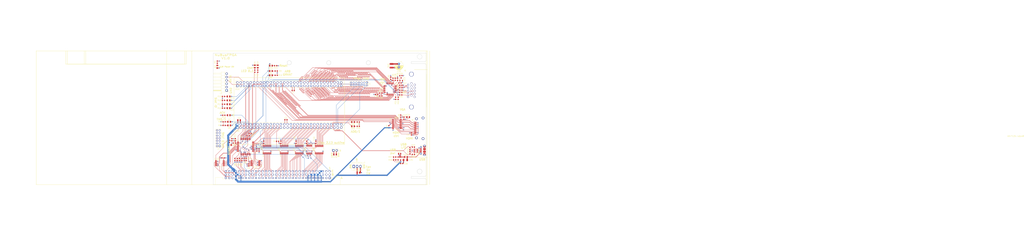
<source format=kicad_pcb>
(kicad_pcb (version 20171130) (host pcbnew 5.0.2+dfsg1-1~bpo9+1)

  (general
    (thickness 1.6)
    (drawings 122)
    (tracks 13693)
    (zones 0)
    (modules 115)
    (nets 246)
  )

  (page A4)
  (layers
    (0 F.Cu signal)
    (1 In1.Cu signal)
    (2 In2.Cu signal)
    (31 B.Cu signal)
    (33 F.Adhes user)
    (35 F.Paste user)
    (37 F.SilkS user)
    (39 F.Mask user)
    (40 Dwgs.User user)
    (41 Cmts.User user)
    (42 Eco1.User user)
    (43 Eco2.User user)
    (44 Edge.Cuts user)
    (45 Margin user)
    (46 B.CrtYd user)
    (47 F.CrtYd user)
    (49 F.Fab user)
  )

  (setup
    (last_trace_width 0.1524)
    (trace_clearance 0.1524)
    (zone_clearance 0.508)
    (zone_45_only no)
    (trace_min 0.1524)
    (segment_width 0.15)
    (edge_width 0.15)
    (via_size 0.8)
    (via_drill 0.4)
    (via_min_size 0.4)
    (via_min_drill 0.3)
    (uvia_size 0.3)
    (uvia_drill 0.1)
    (uvias_allowed no)
    (uvia_min_size 0.2)
    (uvia_min_drill 0.1)
    (pcb_text_width 0.3)
    (pcb_text_size 1.5 1.5)
    (mod_edge_width 0.15)
    (mod_text_size 1 1)
    (mod_text_width 0.15)
    (pad_size 1.06 0.65)
    (pad_drill 0)
    (pad_to_mask_clearance 0.051)
    (solder_mask_min_width 0.25)
    (aux_axis_origin 0 0)
    (visible_elements FFFFFF7F)
    (pcbplotparams
      (layerselection 0x010a8_ffffffff)
      (usegerberextensions false)
      (usegerberattributes false)
      (usegerberadvancedattributes false)
      (creategerberjobfile false)
      (excludeedgelayer true)
      (linewidth 0.100000)
      (plotframeref false)
      (viasonmask false)
      (mode 1)
      (useauxorigin false)
      (hpglpennumber 1)
      (hpglpenspeed 20)
      (hpglpendiameter 15.000000)
      (psnegative false)
      (psa4output false)
      (plotreference true)
      (plotvalue true)
      (plotinvisibletext false)
      (padsonsilk false)
      (subtractmaskfromsilk false)
      (outputformat 1)
      (mirror false)
      (drillshape 0)
      (scaleselection 1)
      (outputdirectory ""))
  )

  (net 0 "")
  (net 1 GND)
  (net 2 /B2B/JTAG_VIO)
  (net 3 +3V3)
  (net 4 +5V)
  (net 5 "Net-(JCD1-Pad1)")
  (net 6 "Net-(JCD1-Pad2)")
  (net 7 /B2B/RX)
  (net 8 /B2B/TX)
  (net 9 "Net-(J1-Pad14)")
  (net 10 "Net-(J1-Pad12)")
  (net 11 NUBUS_OE)
  (net 12 -12V)
  (net 13 SB0_5V)
  (net 14 ~RESET_5V)
  (net 15 ~SPV_5V)
  (net 16 ~SP_5V)
  (net 17 ~TM1_5V)
  (net 18 ~AD1_5V)
  (net 19 ~AD3_5V)
  (net 20 ~AD5_5V)
  (net 21 ~AD7_5V)
  (net 22 ~AD9_5V)
  (net 23 ~AD11_5V)
  (net 24 ~AD13_5V)
  (net 25 ~AD15_5V)
  (net 26 ~AD17_5V)
  (net 27 ~AD19_5V)
  (net 28 ~AD21_5V)
  (net 29 ~AD23_5V)
  (net 30 ~AD25_5V)
  (net 31 ~AD27_5V)
  (net 32 ~AD29_5V)
  (net 33 ~AD31_5V)
  (net 34 ~ARB1_5V)
  (net 35 ~ARB3_5V)
  (net 36 ~ID1_5V)
  (net 37 ~ID3_5V)
  (net 38 ~ACK_5V)
  (net 39 ~RQST_5V)
  (net 40 ~NMRQ_5V)
  (net 41 +12V)
  (net 42 ~TM2_5V)
  (net 43 ~CM0_5V)
  (net 44 ~CM1_5V)
  (net 45 ~CM2_5V)
  (net 46 STDBYPWR)
  (net 47 ~CLK2XEN_5V)
  (net 48 ~CBUSY_5V)
  (net 49 SB1_5V)
  (net 50 ~TM0_5V)
  (net 51 ~AD0_5V)
  (net 52 ~AD2_5V)
  (net 53 ~AD4_5V)
  (net 54 ~AD6_5V)
  (net 55 ~AD8_5V)
  (net 56 ~AD10_5V)
  (net 57 ~AD12_5V)
  (net 58 ~AD14_5V)
  (net 59 ~AD16_5V)
  (net 60 ~AD18_5V)
  (net 61 ~AD20_5V)
  (net 62 ~AD22_5V)
  (net 63 ~AD24_5V)
  (net 64 ~AD26_5V)
  (net 65 ~AD28_5V)
  (net 66 ~AD30_5V)
  (net 67 ~PFW_5V)
  (net 68 ~ARB0_5V)
  (net 69 ~ARB2_5V)
  (net 70 ~ID0_5V)
  (net 71 ~ID2_5V)
  (net 72 ~START_5V)
  (net 73 ~CLK_5V)
  (net 74 ~ID3_3V3)
  (net 75 ~ID2_3V3)
  (net 76 ~ID1_3V3)
  (net 77 ~ID0_3V3)
  (net 78 ~CLK_3V3)
  (net 79 ~RQST_3V3)
  (net 80 ~CLK2X_5V)
  (net 81 ~START_3V3)
  (net 82 ~ACK_3V3)
  (net 83 ~AD31_3V3)
  (net 84 ~AD30_3V3)
  (net 85 ~AD29_3V3)
  (net 86 ~AD28_3V3)
  (net 87 ~AD27_3V3)
  (net 88 ~AD26_3V3)
  (net 89 ~AD25_3V3)
  (net 90 ~AD24_3V3)
  (net 91 ~AD23_3V3)
  (net 92 ~AD22_3V3)
  (net 93 ~AD21_3V3)
  (net 94 ~AD20_3V3)
  (net 95 ~RESET_3V3)
  (net 96 ~TM0_3V3)
  (net 97 ~TM1_3V3)
  (net 98 ~AD0_3V3)
  (net 99 ~AD1_3V3)
  (net 100 ~AD2_3V3)
  (net 101 ~AD3_3V3)
  (net 102 ~AD4_3V3)
  (net 103 ~AD5_3V3)
  (net 104 ~AD6_3V3)
  (net 105 ~AD7_3V3)
  (net 106 ~AD9_3V3)
  (net 107 ~AD8_3V3)
  (net 108 ~AD11_3V3)
  (net 109 ~AD10_3V3)
  (net 110 ~AD13_3V3)
  (net 111 ~AD12_3V3)
  (net 112 ~AD15_3V3)
  (net 113 ~AD14_3V3)
  (net 114 ~AD17_3V3)
  (net 115 ~AD16_3V3)
  (net 116 ~AD19_3V3)
  (net 117 ~AD18_3V3)
  (net 118 FPGA_VGA_HS)
  (net 119 /vga/VGA_HS)
  (net 120 FPGA_VGA_VS)
  (net 121 /vga/VGA_VS)
  (net 122 FPGA_G0)
  (net 123 FPGA_G1)
  (net 124 FPGA_G2)
  (net 125 FPGA_G3)
  (net 126 FPGA_G4)
  (net 127 FPGA_G5)
  (net 128 FPGA_G6)
  (net 129 FPGA_G7)
  (net 130 FPGA_B0)
  (net 131 FPGA_B1)
  (net 132 FPGA_B2)
  (net 133 FPGA_B3)
  (net 134 FPGA_B4)
  (net 135 FPGA_B5)
  (net 136 FPGA_B6)
  (net 137 FPGA_B7)
  (net 138 FPGA_VGA_CLK)
  (net 139 /vga/VGA_B)
  (net 140 /vga/VGA_G)
  (net 141 /vga/VGA_R)
  (net 142 FPGA_R0)
  (net 143 FPGA_R1)
  (net 144 FPGA_R2)
  (net 145 FPGA_R3)
  (net 146 FPGA_R4)
  (net 147 FPGA_R5)
  (net 148 FPGA_R6)
  (net 149 FPGA_R7)
  (net 150 SHIELD)
  (net 151 HDMI_CEC_A)
  (net 152 HDMI_SCL_A)
  (net 153 HDMI_SDA_A)
  (net 154 HDMI_HPD_A)
  (net 155 HDMI_5V)
  (net 156 HDMI_CLK-)
  (net 157 HDMI_CLK+)
  (net 158 HDMI_D0-)
  (net 159 HDMI_D0+)
  (net 160 HDMI_D1-)
  (net 161 HDMI_D1+)
  (net 162 HDMI_D2-)
  (net 163 HDMI_D2+)
  (net 164 LED0)
  (net 165 "Net-(D2-Pad2)")
  (net 166 "Net-(D3-Pad2)")
  (net 167 LED1)
  (net 168 /usb/USB_FLT)
  (net 169 /usb/USB_D+)
  (net 170 /usb/USB_EN)
  (net 171 /usb/USB_D-)
  (net 172 USBH0_D-)
  (net 173 USBH0_D+)
  (net 174 /usb/VBus)
  (net 175 /usb/VBus_USB0)
  (net 176 /vga/comp)
  (net 177 /vga/vref)
  (net 178 /hdmi/cec_b)
  (net 179 /hdmi/scl_b)
  (net 180 /hdmi/sda_b)
  (net 181 /hdmi/hpd_b)
  (net 182 ARB)
  (net 183 NUBUS_AD_DIR)
  (net 184 NUBUS_MASTER_DIR)
  (net 185 CPLD_JTAG_TDI)
  (net 186 CPLD_JTAG_TDO)
  (net 187 CPLD_JTAG_TMS)
  (net 188 CPLD_JTAG_TCK)
  (net 189 FPGA_JTAG_TDO)
  (net 190 FPGA_JTAG_TCK)
  (net 191 FPGA_JTAG_TDI)
  (net 192 FPGA_JTAG_TMS)
  (net 193 fpga_to_cpld_clk)
  (net 194 GRANT)
  (net 195 tmoen)
  (net 196 fpga_to_cpld_signal)
  (net 197 "Net-(J5-Pad14)")
  (net 198 "Net-(J6-Pad4)")
  (net 199 /vga/rset)
  (net 200 "Net-(D6-Pad2)")
  (net 201 "Net-(D7-Pad2)")
  (net 202 "Net-(D8-Pad2)")
  (net 203 "Net-(D1-Pad2)")
  (net 204 "Net-(D10-Pad2)")
  (net 205 "Net-(D11-Pad2)")
  (net 206 "Net-(D12-Pad2)")
  (net 207 "Net-(D13-Pad2)")
  (net 208 "Net-(D15-Pad2)")
  (net 209 "Net-(D14-Pad2)")
  (net 210 "Net-(D16-Pad2)")
  (net 211 fpga_to_cpld_signal_2)
  (net 212 ~CLK2X_3V3)
  (net 213 ~TM2_3V3)
  (net 214 ARB0_o_n)
  (net 215 ARB1_o_n)
  (net 216 ARB3_o_n)
  (net 217 ARB2_o_n)
  (net 218 ~NMRQ_3V3)
  (net 219 RQST_o_n)
  (net 220 "Net-(D4-Pad2)")
  (net 221 START_o_n)
  (net 222 START_oe_n)
  (net 223 ACK_o_n)
  (net 224 ACK_oe_n)
  (net 225 TMx_oe_n)
  (net 226 TM1_n_o)
  (net 227 TM0_n_o)
  (net 228 "Net-(D9-Pad2)")
  (net 229 TM2_o_n)
  (net 230 TM2_oe_n)
  (net 231 "Net-(D5-Pad2)")
  (net 232 "Net-(U10-Pad1)")
  (net 233 "Net-(U10-Pad3)")
  (net 234 "Net-(U13-Pad3)")
  (net 235 "Net-(U2-Pad11)")
  (net 236 "Net-(J2-Pad12)")
  (net 237 "Net-(J2-Pad14)")
  (net 238 "Net-(J3-Pad6)")
  (net 239 "Net-(J3-Pad3)")
  (net 240 "Net-(J3-Pad2)")
  (net 241 "Net-(J9-Pad15)")
  (net 242 "Net-(J9-Pad12)")
  (net 243 "Net-(J9-Pad11)")
  (net 244 "Net-(J9-Pad9)")
  (net 245 "Net-(J9-Pad4)")

  (net_class Default "This is the default net class."
    (clearance 0.1524)
    (trace_width 0.1524)
    (via_dia 0.8)
    (via_drill 0.4)
    (uvia_dia 0.3)
    (uvia_drill 0.1)
    (diff_pair_gap 0.1524)
    (diff_pair_width 0.1524)
    (add_net +12V)
    (add_net +3V3)
    (add_net +5V)
    (add_net -12V)
    (add_net /B2B/JTAG_VIO)
    (add_net /B2B/RX)
    (add_net /B2B/TX)
    (add_net /hdmi/cec_b)
    (add_net /hdmi/hpd_b)
    (add_net /hdmi/scl_b)
    (add_net /hdmi/sda_b)
    (add_net /usb/USB_D+)
    (add_net /usb/USB_D-)
    (add_net /usb/USB_EN)
    (add_net /usb/USB_FLT)
    (add_net /usb/VBus)
    (add_net /usb/VBus_USB0)
    (add_net /vga/VGA_B)
    (add_net /vga/VGA_G)
    (add_net /vga/VGA_HS)
    (add_net /vga/VGA_R)
    (add_net /vga/VGA_VS)
    (add_net /vga/comp)
    (add_net /vga/rset)
    (add_net /vga/vref)
    (add_net ACK_o_n)
    (add_net ACK_oe_n)
    (add_net ARB)
    (add_net ARB0_o_n)
    (add_net ARB1_o_n)
    (add_net ARB2_o_n)
    (add_net ARB3_o_n)
    (add_net CPLD_JTAG_TCK)
    (add_net CPLD_JTAG_TDI)
    (add_net CPLD_JTAG_TDO)
    (add_net CPLD_JTAG_TMS)
    (add_net FPGA_B0)
    (add_net FPGA_B1)
    (add_net FPGA_B2)
    (add_net FPGA_B3)
    (add_net FPGA_B4)
    (add_net FPGA_B5)
    (add_net FPGA_B6)
    (add_net FPGA_B7)
    (add_net FPGA_G0)
    (add_net FPGA_G1)
    (add_net FPGA_G2)
    (add_net FPGA_G3)
    (add_net FPGA_G4)
    (add_net FPGA_G5)
    (add_net FPGA_G6)
    (add_net FPGA_G7)
    (add_net FPGA_JTAG_TCK)
    (add_net FPGA_JTAG_TDI)
    (add_net FPGA_JTAG_TDO)
    (add_net FPGA_JTAG_TMS)
    (add_net FPGA_R0)
    (add_net FPGA_R1)
    (add_net FPGA_R2)
    (add_net FPGA_R3)
    (add_net FPGA_R4)
    (add_net FPGA_R5)
    (add_net FPGA_R6)
    (add_net FPGA_R7)
    (add_net FPGA_VGA_CLK)
    (add_net FPGA_VGA_HS)
    (add_net FPGA_VGA_VS)
    (add_net GND)
    (add_net GRANT)
    (add_net HDMI_5V)
    (add_net HDMI_CEC_A)
    (add_net HDMI_CLK+)
    (add_net HDMI_CLK-)
    (add_net HDMI_D0+)
    (add_net HDMI_D0-)
    (add_net HDMI_D1+)
    (add_net HDMI_D1-)
    (add_net HDMI_D2+)
    (add_net HDMI_D2-)
    (add_net HDMI_HPD_A)
    (add_net HDMI_SCL_A)
    (add_net HDMI_SDA_A)
    (add_net LED0)
    (add_net LED1)
    (add_net NUBUS_AD_DIR)
    (add_net NUBUS_MASTER_DIR)
    (add_net NUBUS_OE)
    (add_net "Net-(D1-Pad2)")
    (add_net "Net-(D10-Pad2)")
    (add_net "Net-(D11-Pad2)")
    (add_net "Net-(D12-Pad2)")
    (add_net "Net-(D13-Pad2)")
    (add_net "Net-(D14-Pad2)")
    (add_net "Net-(D15-Pad2)")
    (add_net "Net-(D16-Pad2)")
    (add_net "Net-(D2-Pad2)")
    (add_net "Net-(D3-Pad2)")
    (add_net "Net-(D4-Pad2)")
    (add_net "Net-(D5-Pad2)")
    (add_net "Net-(D6-Pad2)")
    (add_net "Net-(D7-Pad2)")
    (add_net "Net-(D8-Pad2)")
    (add_net "Net-(D9-Pad2)")
    (add_net "Net-(J1-Pad12)")
    (add_net "Net-(J1-Pad14)")
    (add_net "Net-(J2-Pad12)")
    (add_net "Net-(J2-Pad14)")
    (add_net "Net-(J3-Pad2)")
    (add_net "Net-(J3-Pad3)")
    (add_net "Net-(J3-Pad6)")
    (add_net "Net-(J5-Pad14)")
    (add_net "Net-(J6-Pad4)")
    (add_net "Net-(J9-Pad11)")
    (add_net "Net-(J9-Pad12)")
    (add_net "Net-(J9-Pad15)")
    (add_net "Net-(J9-Pad4)")
    (add_net "Net-(J9-Pad9)")
    (add_net "Net-(JCD1-Pad1)")
    (add_net "Net-(JCD1-Pad2)")
    (add_net "Net-(U10-Pad1)")
    (add_net "Net-(U10-Pad3)")
    (add_net "Net-(U13-Pad3)")
    (add_net "Net-(U2-Pad11)")
    (add_net RQST_o_n)
    (add_net SB0_5V)
    (add_net SB1_5V)
    (add_net SHIELD)
    (add_net START_o_n)
    (add_net START_oe_n)
    (add_net STDBYPWR)
    (add_net TM0_n_o)
    (add_net TM1_n_o)
    (add_net TM2_o_n)
    (add_net TM2_oe_n)
    (add_net TMx_oe_n)
    (add_net USBH0_D+)
    (add_net USBH0_D-)
    (add_net fpga_to_cpld_clk)
    (add_net fpga_to_cpld_signal)
    (add_net fpga_to_cpld_signal_2)
    (add_net tmoen)
    (add_net ~ACK_3V3)
    (add_net ~ACK_5V)
    (add_net ~AD0_3V3)
    (add_net ~AD0_5V)
    (add_net ~AD10_3V3)
    (add_net ~AD10_5V)
    (add_net ~AD11_3V3)
    (add_net ~AD11_5V)
    (add_net ~AD12_3V3)
    (add_net ~AD12_5V)
    (add_net ~AD13_3V3)
    (add_net ~AD13_5V)
    (add_net ~AD14_3V3)
    (add_net ~AD14_5V)
    (add_net ~AD15_3V3)
    (add_net ~AD15_5V)
    (add_net ~AD16_3V3)
    (add_net ~AD16_5V)
    (add_net ~AD17_3V3)
    (add_net ~AD17_5V)
    (add_net ~AD18_3V3)
    (add_net ~AD18_5V)
    (add_net ~AD19_3V3)
    (add_net ~AD19_5V)
    (add_net ~AD1_3V3)
    (add_net ~AD1_5V)
    (add_net ~AD20_3V3)
    (add_net ~AD20_5V)
    (add_net ~AD21_3V3)
    (add_net ~AD21_5V)
    (add_net ~AD22_3V3)
    (add_net ~AD22_5V)
    (add_net ~AD23_3V3)
    (add_net ~AD23_5V)
    (add_net ~AD24_3V3)
    (add_net ~AD24_5V)
    (add_net ~AD25_3V3)
    (add_net ~AD25_5V)
    (add_net ~AD26_3V3)
    (add_net ~AD26_5V)
    (add_net ~AD27_3V3)
    (add_net ~AD27_5V)
    (add_net ~AD28_3V3)
    (add_net ~AD28_5V)
    (add_net ~AD29_3V3)
    (add_net ~AD29_5V)
    (add_net ~AD2_3V3)
    (add_net ~AD2_5V)
    (add_net ~AD30_3V3)
    (add_net ~AD30_5V)
    (add_net ~AD31_3V3)
    (add_net ~AD31_5V)
    (add_net ~AD3_3V3)
    (add_net ~AD3_5V)
    (add_net ~AD4_3V3)
    (add_net ~AD4_5V)
    (add_net ~AD5_3V3)
    (add_net ~AD5_5V)
    (add_net ~AD6_3V3)
    (add_net ~AD6_5V)
    (add_net ~AD7_3V3)
    (add_net ~AD7_5V)
    (add_net ~AD8_3V3)
    (add_net ~AD8_5V)
    (add_net ~AD9_3V3)
    (add_net ~AD9_5V)
    (add_net ~ARB0_5V)
    (add_net ~ARB1_5V)
    (add_net ~ARB2_5V)
    (add_net ~ARB3_5V)
    (add_net ~CBUSY_5V)
    (add_net ~CLK2XEN_5V)
    (add_net ~CLK2X_3V3)
    (add_net ~CLK2X_5V)
    (add_net ~CLK_3V3)
    (add_net ~CLK_5V)
    (add_net ~CM0_5V)
    (add_net ~CM1_5V)
    (add_net ~CM2_5V)
    (add_net ~ID0_3V3)
    (add_net ~ID0_5V)
    (add_net ~ID1_3V3)
    (add_net ~ID1_5V)
    (add_net ~ID2_3V3)
    (add_net ~ID2_5V)
    (add_net ~ID3_3V3)
    (add_net ~ID3_5V)
    (add_net ~NMRQ_3V3)
    (add_net ~NMRQ_5V)
    (add_net ~PFW_5V)
    (add_net ~RESET_3V3)
    (add_net ~RESET_5V)
    (add_net ~RQST_3V3)
    (add_net ~RQST_5V)
    (add_net ~SPV_5V)
    (add_net ~SP_5V)
    (add_net ~START_3V3)
    (add_net ~START_5V)
    (add_net ~TM0_3V3)
    (add_net ~TM0_5V)
    (add_net ~TM1_3V3)
    (add_net ~TM1_5V)
    (add_net ~TM2_3V3)
    (add_net ~TM2_5V)
  )

  (module Capacitor_SMD:C_0805_2012Metric (layer F.Cu) (tedit 5B36C52B) (tstamp 61FCFBE1)
    (at 131.3 56.1)
    (descr "Capacitor SMD 0805 (2012 Metric), square (rectangular) end terminal, IPC_7351 nominal, (Body size source: https://docs.google.com/spreadsheets/d/1BsfQQcO9C6DZCsRaXUlFlo91Tg2WpOkGARC1WS5S8t0/edit?usp=sharing), generated with kicad-footprint-generator")
    (tags capacitor)
    (path /618E8C75/621FCA7B)
    (attr smd)
    (fp_text reference C3 (at 0 -1.65) (layer F.SilkS)
      (effects (font (size 1 1) (thickness 0.15)))
    )
    (fp_text value "47uF 10V+" (at 0 1.65) (layer F.Fab)
      (effects (font (size 1 1) (thickness 0.15)))
    )
    (fp_line (start -1 0.6) (end -1 -0.6) (layer F.Fab) (width 0.1))
    (fp_line (start -1 -0.6) (end 1 -0.6) (layer F.Fab) (width 0.1))
    (fp_line (start 1 -0.6) (end 1 0.6) (layer F.Fab) (width 0.1))
    (fp_line (start 1 0.6) (end -1 0.6) (layer F.Fab) (width 0.1))
    (fp_line (start -0.258578 -0.71) (end 0.258578 -0.71) (layer F.SilkS) (width 0.12))
    (fp_line (start -0.258578 0.71) (end 0.258578 0.71) (layer F.SilkS) (width 0.12))
    (fp_line (start -1.68 0.95) (end -1.68 -0.95) (layer F.CrtYd) (width 0.05))
    (fp_line (start -1.68 -0.95) (end 1.68 -0.95) (layer F.CrtYd) (width 0.05))
    (fp_line (start 1.68 -0.95) (end 1.68 0.95) (layer F.CrtYd) (width 0.05))
    (fp_line (start 1.68 0.95) (end -1.68 0.95) (layer F.CrtYd) (width 0.05))
    (fp_text user %R (at 0 0) (layer F.Fab)
      (effects (font (size 0.5 0.5) (thickness 0.08)))
    )
    (pad 1 smd roundrect (at -0.9375 0) (size 0.975 1.4) (layers F.Cu F.Paste F.Mask) (roundrect_rratio 0.25)
      (net 4 +5V))
    (pad 2 smd roundrect (at 0.9375 0) (size 0.975 1.4) (layers F.Cu F.Paste F.Mask) (roundrect_rratio 0.25)
      (net 1 GND))
    (model ${KISYS3DMOD}/Capacitor_SMD.3dshapes/C_0805_2012Metric.wrl
      (at (xyz 0 0 0))
      (scale (xyz 1 1 1))
      (rotate (xyz 0 0 0))
    )
  )

  (module LED_SMD:LED_0805_2012Metric (layer F.Cu) (tedit 5B36C52C) (tstamp 61FCB2E5)
    (at 114.8 15.5 90)
    (descr "LED SMD 0805 (2012 Metric), square (rectangular) end terminal, IPC_7351 nominal, (Body size source: https://docs.google.com/spreadsheets/d/1BsfQQcO9C6DZCsRaXUlFlo91Tg2WpOkGARC1WS5S8t0/edit?usp=sharing), generated with kicad-footprint-generator")
    (tags diode)
    (path /618E8C75/621E3C57)
    (attr smd)
    (fp_text reference D3 (at 0 -1.65 90) (layer F.SilkS)
      (effects (font (size 1 1) (thickness 0.15)))
    )
    (fp_text value BLUE (at 0 1.65 90) (layer F.Fab)
      (effects (font (size 1 1) (thickness 0.15)))
    )
    (fp_line (start 1 -0.6) (end -0.7 -0.6) (layer F.Fab) (width 0.1))
    (fp_line (start -0.7 -0.6) (end -1 -0.3) (layer F.Fab) (width 0.1))
    (fp_line (start -1 -0.3) (end -1 0.6) (layer F.Fab) (width 0.1))
    (fp_line (start -1 0.6) (end 1 0.6) (layer F.Fab) (width 0.1))
    (fp_line (start 1 0.6) (end 1 -0.6) (layer F.Fab) (width 0.1))
    (fp_line (start 1 -0.96) (end -1.685 -0.96) (layer F.SilkS) (width 0.12))
    (fp_line (start -1.685 -0.96) (end -1.685 0.96) (layer F.SilkS) (width 0.12))
    (fp_line (start -1.685 0.96) (end 1 0.96) (layer F.SilkS) (width 0.12))
    (fp_line (start -1.68 0.95) (end -1.68 -0.95) (layer F.CrtYd) (width 0.05))
    (fp_line (start -1.68 -0.95) (end 1.68 -0.95) (layer F.CrtYd) (width 0.05))
    (fp_line (start 1.68 -0.95) (end 1.68 0.95) (layer F.CrtYd) (width 0.05))
    (fp_line (start 1.68 0.95) (end -1.68 0.95) (layer F.CrtYd) (width 0.05))
    (fp_text user %R (at 0 0 90) (layer F.Fab)
      (effects (font (size 0.5 0.5) (thickness 0.08)))
    )
    (pad 1 smd roundrect (at -0.9375 0 90) (size 0.975 1.4) (layers F.Cu F.Paste F.Mask) (roundrect_rratio 0.25)
      (net 1 GND))
    (pad 2 smd roundrect (at 0.9375 0 90) (size 0.975 1.4) (layers F.Cu F.Paste F.Mask) (roundrect_rratio 0.25)
      (net 166 "Net-(D3-Pad2)"))
    (model ${KISYS3DMOD}/LED_SMD.3dshapes/LED_0805_2012Metric.wrl
      (at (xyz 0 0 0))
      (scale (xyz 1 1 1))
      (rotate (xyz 0 0 0))
    )
  )

  (module Resistor_SMD:R_0603_1608Metric (layer F.Cu) (tedit 5B301BBD) (tstamp 61FCB020)
    (at 114.8 12 270)
    (descr "Resistor SMD 0603 (1608 Metric), square (rectangular) end terminal, IPC_7351 nominal, (Body size source: http://www.tortai-tech.com/upload/download/2011102023233369053.pdf), generated with kicad-footprint-generator")
    (tags resistor)
    (path /618E8C75/621E3C4D)
    (attr smd)
    (fp_text reference R3 (at 0 1.7 270) (layer F.SilkS)
      (effects (font (size 1 1) (thickness 0.15)))
    )
    (fp_text value 549 (at 0 1.43 270) (layer F.Fab)
      (effects (font (size 1 1) (thickness 0.15)))
    )
    (fp_line (start -0.8 0.4) (end -0.8 -0.4) (layer F.Fab) (width 0.1))
    (fp_line (start -0.8 -0.4) (end 0.8 -0.4) (layer F.Fab) (width 0.1))
    (fp_line (start 0.8 -0.4) (end 0.8 0.4) (layer F.Fab) (width 0.1))
    (fp_line (start 0.8 0.4) (end -0.8 0.4) (layer F.Fab) (width 0.1))
    (fp_line (start -0.162779 -0.51) (end 0.162779 -0.51) (layer F.SilkS) (width 0.12))
    (fp_line (start -0.162779 0.51) (end 0.162779 0.51) (layer F.SilkS) (width 0.12))
    (fp_line (start -1.48 0.73) (end -1.48 -0.73) (layer F.CrtYd) (width 0.05))
    (fp_line (start -1.48 -0.73) (end 1.48 -0.73) (layer F.CrtYd) (width 0.05))
    (fp_line (start 1.48 -0.73) (end 1.48 0.73) (layer F.CrtYd) (width 0.05))
    (fp_line (start 1.48 0.73) (end -1.48 0.73) (layer F.CrtYd) (width 0.05))
    (fp_text user %R (at 0 0 270) (layer F.Fab)
      (effects (font (size 0.4 0.4) (thickness 0.06)))
    )
    (pad 1 smd roundrect (at -0.7875 0 270) (size 0.875 0.95) (layers F.Cu F.Paste F.Mask) (roundrect_rratio 0.25)
      (net 3 +3V3))
    (pad 2 smd roundrect (at 0.7875 0 270) (size 0.875 0.95) (layers F.Cu F.Paste F.Mask) (roundrect_rratio 0.25)
      (net 166 "Net-(D3-Pad2)"))
    (model ${KISYS3DMOD}/Resistor_SMD.3dshapes/R_0603_1608Metric.wrl
      (at (xyz 0 0 0))
      (scale (xyz 1 1 1))
      (rotate (xyz 0 0 0))
    )
  )

  (module Capacitor_SMD:C_0603_1608Metric (layer F.Cu) (tedit 5B301BBE) (tstamp 61FA8CE1)
    (at 182.5 72.9 90)
    (descr "Capacitor SMD 0603 (1608 Metric), square (rectangular) end terminal, IPC_7351 nominal, (Body size source: http://www.tortai-tech.com/upload/download/2011102023233369053.pdf), generated with kicad-footprint-generator")
    (tags capacitor)
    (path /618F532C/6218760B)
    (attr smd)
    (fp_text reference C5 (at 2.2 -1.4 90) (layer F.SilkS)
      (effects (font (size 1 1) (thickness 0.15)))
    )
    (fp_text value 100nF (at 0 1.43 90) (layer F.Fab)
      (effects (font (size 1 1) (thickness 0.15)))
    )
    (fp_line (start -0.8 0.4) (end -0.8 -0.4) (layer F.Fab) (width 0.1))
    (fp_line (start -0.8 -0.4) (end 0.8 -0.4) (layer F.Fab) (width 0.1))
    (fp_line (start 0.8 -0.4) (end 0.8 0.4) (layer F.Fab) (width 0.1))
    (fp_line (start 0.8 0.4) (end -0.8 0.4) (layer F.Fab) (width 0.1))
    (fp_line (start -0.162779 -0.51) (end 0.162779 -0.51) (layer F.SilkS) (width 0.12))
    (fp_line (start -0.162779 0.51) (end 0.162779 0.51) (layer F.SilkS) (width 0.12))
    (fp_line (start -1.48 0.73) (end -1.48 -0.73) (layer F.CrtYd) (width 0.05))
    (fp_line (start -1.48 -0.73) (end 1.48 -0.73) (layer F.CrtYd) (width 0.05))
    (fp_line (start 1.48 -0.73) (end 1.48 0.73) (layer F.CrtYd) (width 0.05))
    (fp_line (start 1.48 0.73) (end -1.48 0.73) (layer F.CrtYd) (width 0.05))
    (fp_text user %R (at 0 0 90) (layer F.Fab)
      (effects (font (size 0.4 0.4) (thickness 0.06)))
    )
    (pad 1 smd roundrect (at -0.7875 0 90) (size 0.875 0.95) (layers F.Cu F.Paste F.Mask) (roundrect_rratio 0.25)
      (net 3 +3V3))
    (pad 2 smd roundrect (at 0.7875 0 90) (size 0.875 0.95) (layers F.Cu F.Paste F.Mask) (roundrect_rratio 0.25)
      (net 1 GND))
    (model ${KISYS3DMOD}/Capacitor_SMD.3dshapes/C_0603_1608Metric.wrl
      (at (xyz 0 0 0))
      (scale (xyz 1 1 1))
      (rotate (xyz 0 0 0))
    )
  )

  (module Package_SO:TSSOP-14_4.4x5mm_P0.65mm (layer F.Cu) (tedit 5A02F25C) (tstamp 61FA7AF2)
    (at 184.5 78.5 90)
    (descr "14-Lead Plastic Thin Shrink Small Outline (ST)-4.4 mm Body [TSSOP] (see Microchip Packaging Specification 00000049BS.pdf)")
    (tags "SSOP 0.65")
    (path /618F532C/621875DB)
    (attr smd)
    (fp_text reference U2 (at 0 -3.35 90) (layer F.SilkS)
      (effects (font (size 1 1) (thickness 0.15)))
    )
    (fp_text value 74LVT125 (at 0 3.55 90) (layer F.Fab)
      (effects (font (size 1 1) (thickness 0.15)))
    )
    (fp_line (start -1.2 -2.5) (end 2.2 -2.5) (layer F.Fab) (width 0.15))
    (fp_line (start 2.2 -2.5) (end 2.2 2.5) (layer F.Fab) (width 0.15))
    (fp_line (start 2.2 2.5) (end -2.2 2.5) (layer F.Fab) (width 0.15))
    (fp_line (start -2.2 2.5) (end -2.2 -1.5) (layer F.Fab) (width 0.15))
    (fp_line (start -2.2 -1.5) (end -1.2 -2.5) (layer F.Fab) (width 0.15))
    (fp_line (start -3.95 -2.8) (end -3.95 2.8) (layer F.CrtYd) (width 0.05))
    (fp_line (start 3.95 -2.8) (end 3.95 2.8) (layer F.CrtYd) (width 0.05))
    (fp_line (start -3.95 -2.8) (end 3.95 -2.8) (layer F.CrtYd) (width 0.05))
    (fp_line (start -3.95 2.8) (end 3.95 2.8) (layer F.CrtYd) (width 0.05))
    (fp_line (start -2.325 -2.625) (end -2.325 -2.5) (layer F.SilkS) (width 0.15))
    (fp_line (start 2.325 -2.625) (end 2.325 -2.4) (layer F.SilkS) (width 0.15))
    (fp_line (start 2.325 2.625) (end 2.325 2.4) (layer F.SilkS) (width 0.15))
    (fp_line (start -2.325 2.625) (end -2.325 2.4) (layer F.SilkS) (width 0.15))
    (fp_line (start -2.325 -2.625) (end 2.325 -2.625) (layer F.SilkS) (width 0.15))
    (fp_line (start -2.325 2.625) (end 2.325 2.625) (layer F.SilkS) (width 0.15))
    (fp_line (start -2.325 -2.5) (end -3.675 -2.5) (layer F.SilkS) (width 0.15))
    (fp_text user %R (at 0 0 90) (layer F.Fab)
      (effects (font (size 0.8 0.8) (thickness 0.15)))
    )
    (pad 1 smd rect (at -2.95 -1.95 90) (size 1.45 0.45) (layers F.Cu F.Paste F.Mask)
      (net 225 TMx_oe_n))
    (pad 2 smd rect (at -2.95 -1.3 90) (size 1.45 0.45) (layers F.Cu F.Paste F.Mask)
      (net 226 TM1_n_o))
    (pad 3 smd rect (at -2.95 -0.65 90) (size 1.45 0.45) (layers F.Cu F.Paste F.Mask)
      (net 17 ~TM1_5V))
    (pad 4 smd rect (at -2.95 0 90) (size 1.45 0.45) (layers F.Cu F.Paste F.Mask)
      (net 225 TMx_oe_n))
    (pad 5 smd rect (at -2.95 0.65 90) (size 1.45 0.45) (layers F.Cu F.Paste F.Mask)
      (net 227 TM0_n_o))
    (pad 6 smd rect (at -2.95 1.3 90) (size 1.45 0.45) (layers F.Cu F.Paste F.Mask)
      (net 50 ~TM0_5V))
    (pad 7 smd rect (at -2.95 1.95 90) (size 1.45 0.45) (layers F.Cu F.Paste F.Mask)
      (net 1 GND))
    (pad 8 smd rect (at 2.95 1.95 90) (size 1.45 0.45) (layers F.Cu F.Paste F.Mask)
      (net 42 ~TM2_5V))
    (pad 9 smd rect (at 2.95 1.3 90) (size 1.45 0.45) (layers F.Cu F.Paste F.Mask)
      (net 229 TM2_o_n))
    (pad 10 smd rect (at 2.95 0.65 90) (size 1.45 0.45) (layers F.Cu F.Paste F.Mask)
      (net 230 TM2_oe_n))
    (pad 11 smd rect (at 2.95 0 90) (size 1.45 0.45) (layers F.Cu F.Paste F.Mask)
      (net 235 "Net-(U2-Pad11)"))
    (pad 12 smd rect (at 2.95 -0.65 90) (size 1.45 0.45) (layers F.Cu F.Paste F.Mask)
      (net 1 GND))
    (pad 13 smd rect (at 2.95 -1.3 90) (size 1.45 0.45) (layers F.Cu F.Paste F.Mask)
      (net 3 +3V3))
    (pad 14 smd rect (at 2.95 -1.95 90) (size 1.45 0.45) (layers F.Cu F.Paste F.Mask)
      (net 3 +3V3))
    (model ${KISYS3DMOD}/Package_SO.3dshapes/TSSOP-14_4.4x5mm_P0.65mm.wrl
      (at (xyz 0 0 0))
      (scale (xyz 1 1 1))
      (rotate (xyz 0 0 0))
    )
  )

  (module For_SeeedStudio:PinHeader_2x07_P2.00mm_Vertical_For_SeeedStudio (layer F.Cu) (tedit 61B75E34) (tstamp 61C88CAA)
    (at 116.6 75.8 180)
    (descr "Through hole straight pin header, 2x07, 2.00mm pitch, double rows")
    (tags "Through hole pin header THT 2x07 2.00mm double row")
    (path /618E8C75/61CD2AB9)
    (fp_text reference J2 (at 1 -2.06 180) (layer F.SilkS)
      (effects (font (size 1 1) (thickness 0.15)))
    )
    (fp_text value Conn_02x07_Odd_Even (at 1 14.06 180) (layer F.Fab)
      (effects (font (size 1 1) (thickness 0.15)))
    )
    (fp_line (start 0 -1) (end 3 -1) (layer F.Fab) (width 0.1))
    (fp_line (start 3 -1) (end 3 13) (layer F.Fab) (width 0.1))
    (fp_line (start 3 13) (end -1 13) (layer F.Fab) (width 0.1))
    (fp_line (start -1 13) (end -1 0) (layer F.Fab) (width 0.1))
    (fp_line (start -1 0) (end 0 -1) (layer F.Fab) (width 0.1))
    (fp_line (start -1.06 13.06) (end 3.06 13.06) (layer F.SilkS) (width 0.12))
    (fp_line (start -1.06 1) (end -1.06 13.06) (layer F.SilkS) (width 0.12))
    (fp_line (start 3.06 -1.06) (end 3.06 13.06) (layer F.SilkS) (width 0.12))
    (fp_line (start -1.06 1) (end 1 1) (layer F.SilkS) (width 0.12))
    (fp_line (start 1 1) (end 1 -1.06) (layer F.SilkS) (width 0.12))
    (fp_line (start 1 -1.06) (end 3.06 -1.06) (layer F.SilkS) (width 0.12))
    (fp_line (start -1.06 0) (end -1.06 -1.06) (layer F.SilkS) (width 0.12))
    (fp_line (start -1.06 -1.06) (end 0 -1.06) (layer F.SilkS) (width 0.12))
    (fp_line (start -1.5 -1.5) (end -1.5 13.5) (layer F.CrtYd) (width 0.05))
    (fp_line (start -1.5 13.5) (end 3.5 13.5) (layer F.CrtYd) (width 0.05))
    (fp_line (start 3.5 13.5) (end 3.5 -1.5) (layer F.CrtYd) (width 0.05))
    (fp_line (start 3.5 -1.5) (end -1.5 -1.5) (layer F.CrtYd) (width 0.05))
    (fp_text user %R (at 1 6 270) (layer F.Fab)
      (effects (font (size 1 1) (thickness 0.15)))
    )
    (pad 1 thru_hole rect (at 0 0 180) (size 1.35 1.35) (drill 0.9) (layers *.Cu *.Mask)
      (net 1 GND))
    (pad 2 thru_hole oval (at 2 0 180) (size 1.35 1.35) (drill 0.9) (layers *.Cu *.Mask)
      (net 3 +3V3))
    (pad 3 thru_hole oval (at 0 2 180) (size 1.35 1.35) (drill 0.9) (layers *.Cu *.Mask)
      (net 1 GND))
    (pad 4 thru_hole oval (at 2 2 180) (size 1.35 1.35) (drill 0.9) (layers *.Cu *.Mask)
      (net 187 CPLD_JTAG_TMS))
    (pad 5 thru_hole oval (at 0 4 180) (size 1.35 1.35) (drill 0.9) (layers *.Cu *.Mask)
      (net 1 GND))
    (pad 6 thru_hole oval (at 2 4 180) (size 1.35 1.35) (drill 0.9) (layers *.Cu *.Mask)
      (net 188 CPLD_JTAG_TCK))
    (pad 7 thru_hole oval (at 0 6 180) (size 1.35 1.35) (drill 0.9) (layers *.Cu *.Mask)
      (net 1 GND))
    (pad 8 thru_hole oval (at 2 6 180) (size 1.35 1.35) (drill 0.9) (layers *.Cu *.Mask)
      (net 186 CPLD_JTAG_TDO))
    (pad 9 thru_hole oval (at 0 8 180) (size 1.35 1.35) (drill 0.9) (layers *.Cu *.Mask)
      (net 1 GND))
    (pad 10 thru_hole oval (at 2 8 180) (size 1.35 1.35) (drill 0.9) (layers *.Cu *.Mask)
      (net 185 CPLD_JTAG_TDI))
    (pad 11 thru_hole oval (at 0 10 180) (size 1.35 1.35) (drill 0.9) (layers *.Cu *.Mask)
      (net 1 GND))
    (pad 12 thru_hole oval (at 2 10 180) (size 1.35 1.35) (drill 0.9) (layers *.Cu *.Mask)
      (net 236 "Net-(J2-Pad12)"))
    (pad 13 thru_hole oval (at 0 12 180) (size 1.35 1.35) (drill 0.9) (layers *.Cu *.Mask)
      (net 1 GND))
    (pad 14 thru_hole oval (at 2 12 180) (size 1.35 1.35) (drill 0.9) (layers *.Cu *.Mask)
      (net 237 "Net-(J2-Pad14)"))
    (model ${KISYS3DMOD}/Connector_PinHeader_2.00mm.3dshapes/PinHeader_2x07_P2.00mm_Vertical.wrl
      (at (xyz 0 0 0))
      (scale (xyz 1 1 1))
      (rotate (xyz 0 0 0))
    )
  )

  (module For_SeeedStudio:TQFP-64_10x10mm_P0.5mm_Xlinx (layer F.Cu) (tedit 5B56F227) (tstamp 61DCBACE)
    (at 136.2 76.2)
    (descr "TQFP, 64 Pin (http://www.microsemi.com/index.php?option=com_docman&task=doc_download&gid=131095), generated with kicad-footprint-generator ipc_qfp_generator.py")
    (tags "TQFP QFP")
    (path /618F532C/61E36DA9)
    (attr smd)
    (fp_text reference U4 (at -3.5 -7.5) (layer F.SilkS)
      (effects (font (size 1 1) (thickness 0.15)))
    )
    (fp_text value XC9572XL-VQ64 (at 0 7.35) (layer F.Fab)
      (effects (font (size 1 1) (thickness 0.15)))
    )
    (fp_line (start -4.16 -5.11) (end -5.11 -5.11) (layer F.SilkS) (width 0.12))
    (fp_line (start -5.11 -5.11) (end -5.11 -4.16) (layer F.SilkS) (width 0.12))
    (fp_line (start 4.16 -5.11) (end 5.11 -5.11) (layer F.SilkS) (width 0.12))
    (fp_line (start 5.11 -5.11) (end 5.11 -4.16) (layer F.SilkS) (width 0.12))
    (fp_line (start -4.16 5.11) (end -5.11 5.11) (layer F.SilkS) (width 0.12))
    (fp_line (start -5.11 5.11) (end -5.11 4.16) (layer F.SilkS) (width 0.12))
    (fp_line (start 4.16 5.11) (end 5.11 5.11) (layer F.SilkS) (width 0.12))
    (fp_line (start 5.11 5.11) (end 5.11 4.16) (layer F.SilkS) (width 0.12))
    (fp_line (start -5.11 -4.16) (end -6.4 -4.16) (layer F.SilkS) (width 0.12))
    (fp_line (start -4 -5) (end 5 -5) (layer F.Fab) (width 0.1))
    (fp_line (start 5 -5) (end 5 5) (layer F.Fab) (width 0.1))
    (fp_line (start 5 5) (end -5 5) (layer F.Fab) (width 0.1))
    (fp_line (start -5 5) (end -5 -4) (layer F.Fab) (width 0.1))
    (fp_line (start -5 -4) (end -4 -5) (layer F.Fab) (width 0.1))
    (fp_line (start 0 -6.65) (end -4.15 -6.65) (layer F.CrtYd) (width 0.05))
    (fp_line (start -4.15 -6.65) (end -4.15 -5.25) (layer F.CrtYd) (width 0.05))
    (fp_line (start -4.15 -5.25) (end -5.25 -5.25) (layer F.CrtYd) (width 0.05))
    (fp_line (start -5.25 -5.25) (end -5.25 -4.15) (layer F.CrtYd) (width 0.05))
    (fp_line (start -5.25 -4.15) (end -6.65 -4.15) (layer F.CrtYd) (width 0.05))
    (fp_line (start -6.65 -4.15) (end -6.65 0) (layer F.CrtYd) (width 0.05))
    (fp_line (start 0 -6.65) (end 4.15 -6.65) (layer F.CrtYd) (width 0.05))
    (fp_line (start 4.15 -6.65) (end 4.15 -5.25) (layer F.CrtYd) (width 0.05))
    (fp_line (start 4.15 -5.25) (end 5.25 -5.25) (layer F.CrtYd) (width 0.05))
    (fp_line (start 5.25 -5.25) (end 5.25 -4.15) (layer F.CrtYd) (width 0.05))
    (fp_line (start 5.25 -4.15) (end 6.65 -4.15) (layer F.CrtYd) (width 0.05))
    (fp_line (start 6.65 -4.15) (end 6.65 0) (layer F.CrtYd) (width 0.05))
    (fp_line (start 0 6.65) (end -4.15 6.65) (layer F.CrtYd) (width 0.05))
    (fp_line (start -4.15 6.65) (end -4.15 5.25) (layer F.CrtYd) (width 0.05))
    (fp_line (start -4.15 5.25) (end -5.25 5.25) (layer F.CrtYd) (width 0.05))
    (fp_line (start -5.25 5.25) (end -5.25 4.15) (layer F.CrtYd) (width 0.05))
    (fp_line (start -5.25 4.15) (end -6.65 4.15) (layer F.CrtYd) (width 0.05))
    (fp_line (start -6.65 4.15) (end -6.65 0) (layer F.CrtYd) (width 0.05))
    (fp_line (start 0 6.65) (end 4.15 6.65) (layer F.CrtYd) (width 0.05))
    (fp_line (start 4.15 6.65) (end 4.15 5.25) (layer F.CrtYd) (width 0.05))
    (fp_line (start 4.15 5.25) (end 5.25 5.25) (layer F.CrtYd) (width 0.05))
    (fp_line (start 5.25 5.25) (end 5.25 4.15) (layer F.CrtYd) (width 0.05))
    (fp_line (start 5.25 4.15) (end 6.65 4.15) (layer F.CrtYd) (width 0.05))
    (fp_line (start 6.65 4.15) (end 6.65 0) (layer F.CrtYd) (width 0.05))
    (fp_text user %R (at 0 0) (layer F.Fab)
      (effects (font (size 1 1) (thickness 0.15)))
    )
    (pad 1 smd roundrect (at -5.7 -3.75) (size 1.6 0.3) (layers F.Cu F.Paste F.Mask) (roundrect_rratio 0.25)
      (net 74 ~ID3_3V3))
    (pad 2 smd roundrect (at -5.7 -3.25) (size 1.6 0.3) (layers F.Cu F.Paste F.Mask) (roundrect_rratio 0.25)
      (net 82 ~ACK_3V3))
    (pad 3 smd roundrect (at -5.7 -2.75) (size 1.6 0.3) (layers F.Cu F.Paste F.Mask) (roundrect_rratio 0.25)
      (net 3 +3V3))
    (pad 4 smd roundrect (at -5.7 -2.25) (size 1.6 0.3) (layers F.Cu F.Paste F.Mask) (roundrect_rratio 0.25)
      (net 81 ~START_3V3))
    (pad 5 smd roundrect (at -5.7 -1.75) (size 1.6 0.3) (layers F.Cu F.Paste F.Mask) (roundrect_rratio 0.25)
      (net 219 RQST_o_n))
    (pad 6 smd roundrect (at -5.7 -1.25) (size 1.6 0.3) (layers F.Cu F.Paste F.Mask) (roundrect_rratio 0.25)
      (net 39 ~RQST_5V))
    (pad 7 smd roundrect (at -5.7 -0.75) (size 1.6 0.3) (layers F.Cu F.Paste F.Mask) (roundrect_rratio 0.25)
      (net 37 ~ID3_5V))
    (pad 8 smd roundrect (at -5.7 -0.25) (size 1.6 0.3) (layers F.Cu F.Paste F.Mask) (roundrect_rratio 0.25)
      (net 224 ACK_oe_n))
    (pad 9 smd roundrect (at -5.7 0.25) (size 1.6 0.3) (layers F.Cu F.Paste F.Mask) (roundrect_rratio 0.25)
      (net 223 ACK_o_n))
    (pad 10 smd roundrect (at -5.7 0.75) (size 1.6 0.3) (layers F.Cu F.Paste F.Mask) (roundrect_rratio 0.25)
      (net 38 ~ACK_5V))
    (pad 11 smd roundrect (at -5.7 1.25) (size 1.6 0.3) (layers F.Cu F.Paste F.Mask) (roundrect_rratio 0.25)
      (net 222 START_oe_n))
    (pad 12 smd roundrect (at -5.7 1.75) (size 1.6 0.3) (layers F.Cu F.Paste F.Mask) (roundrect_rratio 0.25)
      (net 221 START_o_n))
    (pad 13 smd roundrect (at -5.7 2.25) (size 1.6 0.3) (layers F.Cu F.Paste F.Mask) (roundrect_rratio 0.25)
      (net 72 ~START_5V))
    (pad 14 smd roundrect (at -5.7 2.75) (size 1.6 0.3) (layers F.Cu F.Paste F.Mask) (roundrect_rratio 0.25)
      (net 1 GND))
    (pad 15 smd roundrect (at -5.7 3.25) (size 1.6 0.3) (layers F.Cu F.Paste F.Mask) (roundrect_rratio 0.25)
      (net 193 fpga_to_cpld_clk))
    (pad 16 smd roundrect (at -5.7 3.75) (size 1.6 0.3) (layers F.Cu F.Paste F.Mask) (roundrect_rratio 0.25)
      (net 73 ~CLK_5V))
    (pad 17 smd roundrect (at -3.75 5.7) (size 0.3 1.6) (layers F.Cu F.Paste F.Mask) (roundrect_rratio 0.25)
      (net 80 ~CLK2X_5V))
    (pad 18 smd roundrect (at -3.25 5.7) (size 0.3 1.6) (layers F.Cu F.Paste F.Mask) (roundrect_rratio 0.25)
      (net 71 ~ID2_5V))
    (pad 19 smd roundrect (at -2.75 5.7) (size 0.3 1.6) (layers F.Cu F.Paste F.Mask) (roundrect_rratio 0.25)
      (net 36 ~ID1_5V))
    (pad 20 smd roundrect (at -2.25 5.7) (size 0.3 1.6) (layers F.Cu F.Paste F.Mask) (roundrect_rratio 0.25)
      (net 70 ~ID0_5V))
    (pad 21 smd roundrect (at -1.75 5.7) (size 0.3 1.6) (layers F.Cu F.Paste F.Mask) (roundrect_rratio 0.25)
      (net 1 GND))
    (pad 22 smd roundrect (at -1.25 5.7) (size 0.3 1.6) (layers F.Cu F.Paste F.Mask) (roundrect_rratio 0.25)
      (net 42 ~TM2_5V))
    (pad 23 smd roundrect (at -0.75 5.7) (size 0.3 1.6) (layers F.Cu F.Paste F.Mask) (roundrect_rratio 0.25)
      (net 196 fpga_to_cpld_signal))
    (pad 24 smd roundrect (at -0.25 5.7) (size 0.3 1.6) (layers F.Cu F.Paste F.Mask) (roundrect_rratio 0.25)
      (net 230 TM2_oe_n))
    (pad 25 smd roundrect (at 0.25 5.7) (size 0.3 1.6) (layers F.Cu F.Paste F.Mask) (roundrect_rratio 0.25)
      (net 217 ARB2_o_n))
    (pad 26 smd roundrect (at 0.75 5.7) (size 0.3 1.6) (layers F.Cu F.Paste F.Mask) (roundrect_rratio 0.25)
      (net 3 +3V3))
    (pad 27 smd roundrect (at 1.25 5.7) (size 0.3 1.6) (layers F.Cu F.Paste F.Mask) (roundrect_rratio 0.25)
      (net 69 ~ARB2_5V))
    (pad 28 smd roundrect (at 1.75 5.7) (size 0.3 1.6) (layers F.Cu F.Paste F.Mask) (roundrect_rratio 0.25)
      (net 185 CPLD_JTAG_TDI))
    (pad 29 smd roundrect (at 2.25 5.7) (size 0.3 1.6) (layers F.Cu F.Paste F.Mask) (roundrect_rratio 0.25)
      (net 187 CPLD_JTAG_TMS))
    (pad 30 smd roundrect (at 2.75 5.7) (size 0.3 1.6) (layers F.Cu F.Paste F.Mask) (roundrect_rratio 0.25)
      (net 188 CPLD_JTAG_TCK))
    (pad 31 smd roundrect (at 3.25 5.7) (size 0.3 1.6) (layers F.Cu F.Paste F.Mask) (roundrect_rratio 0.25)
      (net 216 ARB3_o_n))
    (pad 32 smd roundrect (at 3.75 5.7) (size 0.3 1.6) (layers F.Cu F.Paste F.Mask) (roundrect_rratio 0.25)
      (net 35 ~ARB3_5V))
    (pad 33 smd roundrect (at 5.7 3.75) (size 1.6 0.3) (layers F.Cu F.Paste F.Mask) (roundrect_rratio 0.25)
      (net 214 ARB0_o_n))
    (pad 34 smd roundrect (at 5.7 3.25) (size 1.6 0.3) (layers F.Cu F.Paste F.Mask) (roundrect_rratio 0.25)
      (net 68 ~ARB0_5V))
    (pad 35 smd roundrect (at 5.7 2.75) (size 1.6 0.3) (layers F.Cu F.Paste F.Mask) (roundrect_rratio 0.25)
      (net 215 ARB1_o_n))
    (pad 36 smd roundrect (at 5.7 2.25) (size 1.6 0.3) (layers F.Cu F.Paste F.Mask) (roundrect_rratio 0.25)
      (net 34 ~ARB1_5V))
    (pad 37 smd roundrect (at 5.7 1.75) (size 1.6 0.3) (layers F.Cu F.Paste F.Mask) (roundrect_rratio 0.25)
      (net 3 +3V3))
    (pad 38 smd roundrect (at 5.7 1.25) (size 1.6 0.3) (layers F.Cu F.Paste F.Mask) (roundrect_rratio 0.25)
      (net 17 ~TM1_5V))
    (pad 39 smd roundrect (at 5.7 0.75) (size 1.6 0.3) (layers F.Cu F.Paste F.Mask) (roundrect_rratio 0.25)
      (net 50 ~TM0_5V))
    (pad 40 smd roundrect (at 5.7 0.25) (size 1.6 0.3) (layers F.Cu F.Paste F.Mask) (roundrect_rratio 0.25)
      (net 226 TM1_n_o))
    (pad 41 smd roundrect (at 5.7 -0.25) (size 1.6 0.3) (layers F.Cu F.Paste F.Mask) (roundrect_rratio 0.25)
      (net 1 GND))
    (pad 42 smd roundrect (at 5.7 -0.75) (size 1.6 0.3) (layers F.Cu F.Paste F.Mask) (roundrect_rratio 0.25)
      (net 227 TM0_n_o))
    (pad 43 smd roundrect (at 5.7 -1.25) (size 1.6 0.3) (layers F.Cu F.Paste F.Mask) (roundrect_rratio 0.25)
      (net 225 TMx_oe_n))
    (pad 44 smd roundrect (at 5.7 -1.75) (size 1.6 0.3) (layers F.Cu F.Paste F.Mask) (roundrect_rratio 0.25)
      (net 14 ~RESET_5V))
    (pad 45 smd roundrect (at 5.7 -2.25) (size 1.6 0.3) (layers F.Cu F.Paste F.Mask) (roundrect_rratio 0.25)
      (net 11 NUBUS_OE))
    (pad 46 smd roundrect (at 5.7 -2.75) (size 1.6 0.3) (layers F.Cu F.Paste F.Mask) (roundrect_rratio 0.25)
      (net 229 TM2_o_n))
    (pad 47 smd roundrect (at 5.7 -3.25) (size 1.6 0.3) (layers F.Cu F.Paste F.Mask) (roundrect_rratio 0.25)
      (net 78 ~CLK_3V3))
    (pad 48 smd roundrect (at 5.7 -3.75) (size 1.6 0.3) (layers F.Cu F.Paste F.Mask) (roundrect_rratio 0.25)
      (net 95 ~RESET_3V3))
    (pad 49 smd roundrect (at 3.75 -5.7) (size 0.3 1.6) (layers F.Cu F.Paste F.Mask) (roundrect_rratio 0.25)
      (net 184 NUBUS_MASTER_DIR))
    (pad 50 smd roundrect (at 3.25 -5.7) (size 0.3 1.6) (layers F.Cu F.Paste F.Mask) (roundrect_rratio 0.25)
      (net 211 fpga_to_cpld_signal_2))
    (pad 51 smd roundrect (at 2.75 -5.7) (size 0.3 1.6) (layers F.Cu F.Paste F.Mask) (roundrect_rratio 0.25)
      (net 195 tmoen))
    (pad 52 smd roundrect (at 2.25 -5.7) (size 0.3 1.6) (layers F.Cu F.Paste F.Mask) (roundrect_rratio 0.25)
      (net 182 ARB))
    (pad 53 smd roundrect (at 1.75 -5.7) (size 0.3 1.6) (layers F.Cu F.Paste F.Mask) (roundrect_rratio 0.25)
      (net 186 CPLD_JTAG_TDO))
    (pad 54 smd roundrect (at 1.25 -5.7) (size 0.3 1.6) (layers F.Cu F.Paste F.Mask) (roundrect_rratio 0.25)
      (net 1 GND))
    (pad 55 smd roundrect (at 0.75 -5.7) (size 0.3 1.6) (layers F.Cu F.Paste F.Mask) (roundrect_rratio 0.25)
      (net 3 +3V3))
    (pad 56 smd roundrect (at 0.25 -5.7) (size 0.3 1.6) (layers F.Cu F.Paste F.Mask) (roundrect_rratio 0.25)
      (net 194 GRANT))
    (pad 57 smd roundrect (at -0.25 -5.7) (size 0.3 1.6) (layers F.Cu F.Paste F.Mask) (roundrect_rratio 0.25)
      (net 213 ~TM2_3V3))
    (pad 58 smd roundrect (at -0.75 -5.7) (size 0.3 1.6) (layers F.Cu F.Paste F.Mask) (roundrect_rratio 0.25)
      (net 212 ~CLK2X_3V3))
    (pad 59 smd roundrect (at -1.25 -5.7) (size 0.3 1.6) (layers F.Cu F.Paste F.Mask) (roundrect_rratio 0.25)
      (net 77 ~ID0_3V3))
    (pad 60 smd roundrect (at -1.75 -5.7) (size 0.3 1.6) (layers F.Cu F.Paste F.Mask) (roundrect_rratio 0.25)
      (net 76 ~ID1_3V3))
    (pad 61 smd roundrect (at -2.25 -5.7) (size 0.3 1.6) (layers F.Cu F.Paste F.Mask) (roundrect_rratio 0.25)
      (net 96 ~TM0_3V3))
    (pad 62 smd roundrect (at -2.75 -5.7) (size 0.3 1.6) (layers F.Cu F.Paste F.Mask) (roundrect_rratio 0.25)
      (net 97 ~TM1_3V3))
    (pad 63 smd roundrect (at -3.25 -5.7) (size 0.3 1.6) (layers F.Cu F.Paste F.Mask) (roundrect_rratio 0.25)
      (net 75 ~ID2_3V3))
    (pad 64 smd roundrect (at -3.75 -5.7) (size 0.3 1.6) (layers F.Cu F.Paste F.Mask) (roundrect_rratio 0.25)
      (net 79 ~RQST_3V3))
    (model ${KISYS3DMOD}/Package_QFP.3dshapes/TQFP-64_10x10mm_P0.5mm.wrl
      (at (xyz 0 0 0))
      (scale (xyz 1 1 1))
      (rotate (xyz 0 0 0))
    )
  )

  (module Capacitor_SMD:C_0603_1608Metric (layer F.Cu) (tedit 5B301BBE) (tstamp 61EDEF0C)
    (at 235.5875 36.6 180)
    (descr "Capacitor SMD 0603 (1608 Metric), square (rectangular) end terminal, IPC_7351 nominal, (Body size source: http://www.tortai-tech.com/upload/download/2011102023233369053.pdf), generated with kicad-footprint-generator")
    (tags capacitor)
    (path /6193AB43/62023361)
    (attr smd)
    (fp_text reference C38 (at 0.1875 -1.4 180) (layer F.SilkS)
      (effects (font (size 1 1) (thickness 0.15)))
    )
    (fp_text value 1uF (at 0 1.43 180) (layer F.Fab)
      (effects (font (size 1 1) (thickness 0.15)))
    )
    (fp_line (start -0.8 0.4) (end -0.8 -0.4) (layer F.Fab) (width 0.1))
    (fp_line (start -0.8 -0.4) (end 0.8 -0.4) (layer F.Fab) (width 0.1))
    (fp_line (start 0.8 -0.4) (end 0.8 0.4) (layer F.Fab) (width 0.1))
    (fp_line (start 0.8 0.4) (end -0.8 0.4) (layer F.Fab) (width 0.1))
    (fp_line (start -0.162779 -0.51) (end 0.162779 -0.51) (layer F.SilkS) (width 0.12))
    (fp_line (start -0.162779 0.51) (end 0.162779 0.51) (layer F.SilkS) (width 0.12))
    (fp_line (start -1.48 0.73) (end -1.48 -0.73) (layer F.CrtYd) (width 0.05))
    (fp_line (start -1.48 -0.73) (end 1.48 -0.73) (layer F.CrtYd) (width 0.05))
    (fp_line (start 1.48 -0.73) (end 1.48 0.73) (layer F.CrtYd) (width 0.05))
    (fp_line (start 1.48 0.73) (end -1.48 0.73) (layer F.CrtYd) (width 0.05))
    (fp_text user %R (at 0 0 180) (layer F.Fab)
      (effects (font (size 0.4 0.4) (thickness 0.06)))
    )
    (pad 1 smd roundrect (at -0.7875 0 180) (size 0.875 0.95) (layers F.Cu F.Paste F.Mask) (roundrect_rratio 0.25)
      (net 3 +3V3))
    (pad 2 smd roundrect (at 0.7875 0 180) (size 0.875 0.95) (layers F.Cu F.Paste F.Mask) (roundrect_rratio 0.25)
      (net 1 GND))
    (model ${KISYS3DMOD}/Capacitor_SMD.3dshapes/C_0603_1608Metric.wrl
      (at (xyz 0 0 0))
      (scale (xyz 1 1 1))
      (rotate (xyz 0 0 0))
    )
  )

  (module LED_SMD:LED_0805_2012Metric (layer F.Cu) (tedit 5B36C52C) (tstamp 61ED5819)
    (at 155.5 14.7)
    (descr "LED SMD 0805 (2012 Metric), square (rectangular) end terminal, IPC_7351 nominal, (Body size source: https://docs.google.com/spreadsheets/d/1BsfQQcO9C6DZCsRaXUlFlo91Tg2WpOkGARC1WS5S8t0/edit?usp=sharing), generated with kicad-footprint-generator")
    (tags diode)
    (path /618F532C/62006A4F)
    (attr smd)
    (fp_text reference D10 (at 0 1.8) (layer F.SilkS)
      (effects (font (size 1 1) (thickness 0.15)))
    )
    (fp_text value YELLOW (at 0 1.65) (layer F.Fab)
      (effects (font (size 1 1) (thickness 0.15)))
    )
    (fp_line (start 1 -0.6) (end -0.7 -0.6) (layer F.Fab) (width 0.1))
    (fp_line (start -0.7 -0.6) (end -1 -0.3) (layer F.Fab) (width 0.1))
    (fp_line (start -1 -0.3) (end -1 0.6) (layer F.Fab) (width 0.1))
    (fp_line (start -1 0.6) (end 1 0.6) (layer F.Fab) (width 0.1))
    (fp_line (start 1 0.6) (end 1 -0.6) (layer F.Fab) (width 0.1))
    (fp_line (start 1 -0.96) (end -1.685 -0.96) (layer F.SilkS) (width 0.12))
    (fp_line (start -1.685 -0.96) (end -1.685 0.96) (layer F.SilkS) (width 0.12))
    (fp_line (start -1.685 0.96) (end 1 0.96) (layer F.SilkS) (width 0.12))
    (fp_line (start -1.68 0.95) (end -1.68 -0.95) (layer F.CrtYd) (width 0.05))
    (fp_line (start -1.68 -0.95) (end 1.68 -0.95) (layer F.CrtYd) (width 0.05))
    (fp_line (start 1.68 -0.95) (end 1.68 0.95) (layer F.CrtYd) (width 0.05))
    (fp_line (start 1.68 0.95) (end -1.68 0.95) (layer F.CrtYd) (width 0.05))
    (fp_text user %R (at 0 0) (layer F.Fab)
      (effects (font (size 0.5 0.5) (thickness 0.08)))
    )
    (pad 1 smd roundrect (at -0.9375 0) (size 0.975 1.4) (layers F.Cu F.Paste F.Mask) (roundrect_rratio 0.25)
      (net 95 ~RESET_3V3))
    (pad 2 smd roundrect (at 0.9375 0) (size 0.975 1.4) (layers F.Cu F.Paste F.Mask) (roundrect_rratio 0.25)
      (net 204 "Net-(D10-Pad2)"))
    (model ${KISYS3DMOD}/LED_SMD.3dshapes/LED_0805_2012Metric.wrl
      (at (xyz 0 0 0))
      (scale (xyz 1 1 1))
      (rotate (xyz 0 0 0))
    )
  )

  (module Resistor_SMD:R_0603_1608Metric (layer F.Cu) (tedit 5B301BBD) (tstamp 61ED560C)
    (at 159 14.7 180)
    (descr "Resistor SMD 0603 (1608 Metric), square (rectangular) end terminal, IPC_7351 nominal, (Body size source: http://www.tortai-tech.com/upload/download/2011102023233369053.pdf), generated with kicad-footprint-generator")
    (tags resistor)
    (path /618F532C/62006A45)
    (attr smd)
    (fp_text reference R15 (at 0 -1.43 180) (layer F.SilkS)
      (effects (font (size 1 1) (thickness 0.15)))
    )
    (fp_text value 549 (at 0 1.43 180) (layer F.Fab)
      (effects (font (size 1 1) (thickness 0.15)))
    )
    (fp_line (start -0.8 0.4) (end -0.8 -0.4) (layer F.Fab) (width 0.1))
    (fp_line (start -0.8 -0.4) (end 0.8 -0.4) (layer F.Fab) (width 0.1))
    (fp_line (start 0.8 -0.4) (end 0.8 0.4) (layer F.Fab) (width 0.1))
    (fp_line (start 0.8 0.4) (end -0.8 0.4) (layer F.Fab) (width 0.1))
    (fp_line (start -0.162779 -0.51) (end 0.162779 -0.51) (layer F.SilkS) (width 0.12))
    (fp_line (start -0.162779 0.51) (end 0.162779 0.51) (layer F.SilkS) (width 0.12))
    (fp_line (start -1.48 0.73) (end -1.48 -0.73) (layer F.CrtYd) (width 0.05))
    (fp_line (start -1.48 -0.73) (end 1.48 -0.73) (layer F.CrtYd) (width 0.05))
    (fp_line (start 1.48 -0.73) (end 1.48 0.73) (layer F.CrtYd) (width 0.05))
    (fp_line (start 1.48 0.73) (end -1.48 0.73) (layer F.CrtYd) (width 0.05))
    (fp_text user %R (at 0 0 180) (layer F.Fab)
      (effects (font (size 0.4 0.4) (thickness 0.06)))
    )
    (pad 1 smd roundrect (at -0.7875 0 180) (size 0.875 0.95) (layers F.Cu F.Paste F.Mask) (roundrect_rratio 0.25)
      (net 3 +3V3))
    (pad 2 smd roundrect (at 0.7875 0 180) (size 0.875 0.95) (layers F.Cu F.Paste F.Mask) (roundrect_rratio 0.25)
      (net 204 "Net-(D10-Pad2)"))
    (model ${KISYS3DMOD}/Resistor_SMD.3dshapes/R_0603_1608Metric.wrl
      (at (xyz 0 0 0))
      (scale (xyz 1 1 1))
      (rotate (xyz 0 0 0))
    )
  )

  (module For_SeeedStudio:TSSOP-20_4.4x6.5mm_P0.65mm_ForSeeedStudio (layer F.Cu) (tedit 613DC505) (tstamp 61EBFDBA)
    (at 165.5 78.5 90)
    (descr "20-Lead Plastic Thin Shrink Small Outline (ST)-4.4 mm Body [TSSOP] (see Microchip Packaging Specification 00000049BS.pdf)")
    (tags "SSOP 0.65")
    (path /618F532C/61BD1F0E)
    (attr smd)
    (fp_text reference U6 (at 0 -4.3 90) (layer F.SilkS)
      (effects (font (size 1 1) (thickness 0.15)))
    )
    (fp_text value 74LVT245BPW,118 (at 0 4.3 90) (layer F.Fab)
      (effects (font (size 1 1) (thickness 0.15)))
    )
    (fp_line (start -1.2 -3.25) (end 2.2 -3.25) (layer F.Fab) (width 0.15))
    (fp_line (start 2.2 -3.25) (end 2.2 3.25) (layer F.Fab) (width 0.15))
    (fp_line (start 2.2 3.25) (end -2.2 3.25) (layer F.Fab) (width 0.15))
    (fp_line (start -2.2 3.25) (end -2.2 -2.25) (layer F.Fab) (width 0.15))
    (fp_line (start -2.2 -2.25) (end -1.2 -3.25) (layer F.Fab) (width 0.15))
    (fp_line (start -3.95 -3.55) (end -3.95 3.55) (layer F.CrtYd) (width 0.05))
    (fp_line (start 3.95 -3.55) (end 3.95 3.55) (layer F.CrtYd) (width 0.05))
    (fp_line (start -3.95 -3.55) (end 3.95 -3.55) (layer F.CrtYd) (width 0.05))
    (fp_line (start -3.95 3.55) (end 3.95 3.55) (layer F.CrtYd) (width 0.05))
    (fp_line (start -2.225 3.45) (end 2.225 3.45) (layer F.SilkS) (width 0.15))
    (fp_line (start -3.75 -3.45) (end 2.225 -3.45) (layer F.SilkS) (width 0.15))
    (fp_text user %R (at 0 0 90) (layer F.Fab)
      (effects (font (size 0.8 0.8) (thickness 0.15)))
    )
    (pad 1 smd rect (at -2.8 -2.925 90) (size 1.55 0.45) (layers F.Cu F.Paste F.Mask)
      (net 183 NUBUS_AD_DIR))
    (pad 2 smd rect (at -2.8 -2.275 90) (size 1.55 0.45) (layers F.Cu F.Paste F.Mask)
      (net 62 ~AD22_5V))
    (pad 3 smd rect (at -2.8 -1.625 90) (size 1.55 0.45) (layers F.Cu F.Paste F.Mask)
      (net 29 ~AD23_5V))
    (pad 4 smd rect (at -2.8 -0.975 90) (size 1.55 0.45) (layers F.Cu F.Paste F.Mask)
      (net 61 ~AD20_5V))
    (pad 5 smd rect (at -2.8 -0.325 90) (size 1.55 0.45) (layers F.Cu F.Paste F.Mask)
      (net 28 ~AD21_5V))
    (pad 6 smd rect (at -2.8 0.325 90) (size 1.55 0.45) (layers F.Cu F.Paste F.Mask)
      (net 60 ~AD18_5V))
    (pad 7 smd rect (at -2.8 0.975 90) (size 1.55 0.45) (layers F.Cu F.Paste F.Mask)
      (net 27 ~AD19_5V))
    (pad 8 smd rect (at -2.8 1.625 90) (size 1.55 0.45) (layers F.Cu F.Paste F.Mask)
      (net 59 ~AD16_5V))
    (pad 9 smd rect (at -2.8 2.275 90) (size 1.55 0.45) (layers F.Cu F.Paste F.Mask)
      (net 26 ~AD17_5V))
    (pad 10 smd rect (at -2.8 2.925 90) (size 1.55 0.45) (layers F.Cu F.Paste F.Mask)
      (net 1 GND))
    (pad 11 smd rect (at 2.8 2.925 90) (size 1.55 0.45) (layers F.Cu F.Paste F.Mask)
      (net 114 ~AD17_3V3))
    (pad 12 smd rect (at 2.8 2.275 90) (size 1.55 0.45) (layers F.Cu F.Paste F.Mask)
      (net 115 ~AD16_3V3))
    (pad 13 smd rect (at 2.8 1.625 90) (size 1.55 0.45) (layers F.Cu F.Paste F.Mask)
      (net 116 ~AD19_3V3))
    (pad 14 smd rect (at 2.8 0.975 90) (size 1.55 0.45) (layers F.Cu F.Paste F.Mask)
      (net 117 ~AD18_3V3))
    (pad 15 smd rect (at 2.8 0.325 90) (size 1.55 0.45) (layers F.Cu F.Paste F.Mask)
      (net 93 ~AD21_3V3))
    (pad 16 smd rect (at 2.8 -0.325 90) (size 1.55 0.45) (layers F.Cu F.Paste F.Mask)
      (net 94 ~AD20_3V3))
    (pad 17 smd rect (at 2.8 -0.975 90) (size 1.55 0.45) (layers F.Cu F.Paste F.Mask)
      (net 91 ~AD23_3V3))
    (pad 18 smd rect (at 2.8 -1.625 90) (size 1.55 0.45) (layers F.Cu F.Paste F.Mask)
      (net 92 ~AD22_3V3))
    (pad 19 smd rect (at 2.8 -2.275 90) (size 1.55 0.45) (layers F.Cu F.Paste F.Mask)
      (net 11 NUBUS_OE))
    (pad 20 smd rect (at 2.8 -2.925 90) (size 1.55 0.45) (layers F.Cu F.Paste F.Mask)
      (net 3 +3V3))
    (model ${KISYS3DMOD}/Package_SO.3dshapes/TSSOP-20_4.4x6.5mm_P0.65mm.wrl
      (at (xyz 0 0 0))
      (scale (xyz 1 1 1))
      (rotate (xyz 0 0 0))
    )
  )

  (module For_SeeedStudio:TSSOP-20_4.4x6.5mm_P0.65mm_ForSeeedStudio (layer F.Cu) (tedit 613DC505) (tstamp 61EBFD74)
    (at 192 78.5 90)
    (descr "20-Lead Plastic Thin Shrink Small Outline (ST)-4.4 mm Body [TSSOP] (see Microchip Packaging Specification 00000049BS.pdf)")
    (tags "SSOP 0.65")
    (path /618F532C/61BC9B90)
    (attr smd)
    (fp_text reference U8 (at 0.05 -4.1 90) (layer F.SilkS)
      (effects (font (size 1 1) (thickness 0.15)))
    )
    (fp_text value 74LVT245BPW,118 (at 0 4.3 90) (layer F.Fab)
      (effects (font (size 1 1) (thickness 0.15)))
    )
    (fp_text user %R (at 0 0 90) (layer F.Fab)
      (effects (font (size 0.8 0.8) (thickness 0.15)))
    )
    (fp_line (start -3.75 -3.45) (end 2.225 -3.45) (layer F.SilkS) (width 0.15))
    (fp_line (start -2.225 3.45) (end 2.225 3.45) (layer F.SilkS) (width 0.15))
    (fp_line (start -3.95 3.55) (end 3.95 3.55) (layer F.CrtYd) (width 0.05))
    (fp_line (start -3.95 -3.55) (end 3.95 -3.55) (layer F.CrtYd) (width 0.05))
    (fp_line (start 3.95 -3.55) (end 3.95 3.55) (layer F.CrtYd) (width 0.05))
    (fp_line (start -3.95 -3.55) (end -3.95 3.55) (layer F.CrtYd) (width 0.05))
    (fp_line (start -2.2 -2.25) (end -1.2 -3.25) (layer F.Fab) (width 0.15))
    (fp_line (start -2.2 3.25) (end -2.2 -2.25) (layer F.Fab) (width 0.15))
    (fp_line (start 2.2 3.25) (end -2.2 3.25) (layer F.Fab) (width 0.15))
    (fp_line (start 2.2 -3.25) (end 2.2 3.25) (layer F.Fab) (width 0.15))
    (fp_line (start -1.2 -3.25) (end 2.2 -3.25) (layer F.Fab) (width 0.15))
    (pad 20 smd rect (at 2.8 -2.925 90) (size 1.55 0.45) (layers F.Cu F.Paste F.Mask)
      (net 3 +3V3))
    (pad 19 smd rect (at 2.8 -2.275 90) (size 1.55 0.45) (layers F.Cu F.Paste F.Mask)
      (net 11 NUBUS_OE))
    (pad 18 smd rect (at 2.8 -1.625 90) (size 1.55 0.45) (layers F.Cu F.Paste F.Mask)
      (net 104 ~AD6_3V3))
    (pad 17 smd rect (at 2.8 -0.975 90) (size 1.55 0.45) (layers F.Cu F.Paste F.Mask)
      (net 105 ~AD7_3V3))
    (pad 16 smd rect (at 2.8 -0.325 90) (size 1.55 0.45) (layers F.Cu F.Paste F.Mask)
      (net 102 ~AD4_3V3))
    (pad 15 smd rect (at 2.8 0.325 90) (size 1.55 0.45) (layers F.Cu F.Paste F.Mask)
      (net 103 ~AD5_3V3))
    (pad 14 smd rect (at 2.8 0.975 90) (size 1.55 0.45) (layers F.Cu F.Paste F.Mask)
      (net 100 ~AD2_3V3))
    (pad 13 smd rect (at 2.8 1.625 90) (size 1.55 0.45) (layers F.Cu F.Paste F.Mask)
      (net 101 ~AD3_3V3))
    (pad 12 smd rect (at 2.8 2.275 90) (size 1.55 0.45) (layers F.Cu F.Paste F.Mask)
      (net 98 ~AD0_3V3))
    (pad 11 smd rect (at 2.8 2.925 90) (size 1.55 0.45) (layers F.Cu F.Paste F.Mask)
      (net 99 ~AD1_3V3))
    (pad 10 smd rect (at -2.8 2.925 90) (size 1.55 0.45) (layers F.Cu F.Paste F.Mask)
      (net 1 GND))
    (pad 9 smd rect (at -2.8 2.275 90) (size 1.55 0.45) (layers F.Cu F.Paste F.Mask)
      (net 18 ~AD1_5V))
    (pad 8 smd rect (at -2.8 1.625 90) (size 1.55 0.45) (layers F.Cu F.Paste F.Mask)
      (net 51 ~AD0_5V))
    (pad 7 smd rect (at -2.8 0.975 90) (size 1.55 0.45) (layers F.Cu F.Paste F.Mask)
      (net 19 ~AD3_5V))
    (pad 6 smd rect (at -2.8 0.325 90) (size 1.55 0.45) (layers F.Cu F.Paste F.Mask)
      (net 52 ~AD2_5V))
    (pad 5 smd rect (at -2.8 -0.325 90) (size 1.55 0.45) (layers F.Cu F.Paste F.Mask)
      (net 20 ~AD5_5V))
    (pad 4 smd rect (at -2.8 -0.975 90) (size 1.55 0.45) (layers F.Cu F.Paste F.Mask)
      (net 53 ~AD4_5V))
    (pad 3 smd rect (at -2.8 -1.625 90) (size 1.55 0.45) (layers F.Cu F.Paste F.Mask)
      (net 21 ~AD7_5V))
    (pad 2 smd rect (at -2.8 -2.275 90) (size 1.55 0.45) (layers F.Cu F.Paste F.Mask)
      (net 54 ~AD6_5V))
    (pad 1 smd rect (at -2.8 -2.925 90) (size 1.55 0.45) (layers F.Cu F.Paste F.Mask)
      (net 183 NUBUS_AD_DIR))
    (model ${KISYS3DMOD}/Package_SO.3dshapes/TSSOP-20_4.4x6.5mm_P0.65mm.wrl
      (at (xyz 0 0 0))
      (scale (xyz 1 1 1))
      (rotate (xyz 0 0 0))
    )
  )

  (module For_SeeedStudio:TSSOP-20_4.4x6.5mm_P0.65mm_ForSeeedStudio (layer F.Cu) (tedit 613DC505) (tstamp 61EBFD51)
    (at 177 78.5 90)
    (descr "20-Lead Plastic Thin Shrink Small Outline (ST)-4.4 mm Body [TSSOP] (see Microchip Packaging Specification 00000049BS.pdf)")
    (tags "SSOP 0.65")
    (path /618F532C/61BCFF5A)
    (attr smd)
    (fp_text reference U7 (at 0 -4.3 90) (layer F.SilkS)
      (effects (font (size 1 1) (thickness 0.15)))
    )
    (fp_text value 74LVT245BPW,118 (at 0 4.3 90) (layer F.Fab)
      (effects (font (size 1 1) (thickness 0.15)))
    )
    (fp_line (start -1.2 -3.25) (end 2.2 -3.25) (layer F.Fab) (width 0.15))
    (fp_line (start 2.2 -3.25) (end 2.2 3.25) (layer F.Fab) (width 0.15))
    (fp_line (start 2.2 3.25) (end -2.2 3.25) (layer F.Fab) (width 0.15))
    (fp_line (start -2.2 3.25) (end -2.2 -2.25) (layer F.Fab) (width 0.15))
    (fp_line (start -2.2 -2.25) (end -1.2 -3.25) (layer F.Fab) (width 0.15))
    (fp_line (start -3.95 -3.55) (end -3.95 3.55) (layer F.CrtYd) (width 0.05))
    (fp_line (start 3.95 -3.55) (end 3.95 3.55) (layer F.CrtYd) (width 0.05))
    (fp_line (start -3.95 -3.55) (end 3.95 -3.55) (layer F.CrtYd) (width 0.05))
    (fp_line (start -3.95 3.55) (end 3.95 3.55) (layer F.CrtYd) (width 0.05))
    (fp_line (start -2.225 3.45) (end 2.225 3.45) (layer F.SilkS) (width 0.15))
    (fp_line (start -3.75 -3.45) (end 2.225 -3.45) (layer F.SilkS) (width 0.15))
    (fp_text user %R (at 0 0 90) (layer F.Fab)
      (effects (font (size 0.8 0.8) (thickness 0.15)))
    )
    (pad 1 smd rect (at -2.8 -2.925 90) (size 1.55 0.45) (layers F.Cu F.Paste F.Mask)
      (net 183 NUBUS_AD_DIR))
    (pad 2 smd rect (at -2.8 -2.275 90) (size 1.55 0.45) (layers F.Cu F.Paste F.Mask)
      (net 58 ~AD14_5V))
    (pad 3 smd rect (at -2.8 -1.625 90) (size 1.55 0.45) (layers F.Cu F.Paste F.Mask)
      (net 25 ~AD15_5V))
    (pad 4 smd rect (at -2.8 -0.975 90) (size 1.55 0.45) (layers F.Cu F.Paste F.Mask)
      (net 57 ~AD12_5V))
    (pad 5 smd rect (at -2.8 -0.325 90) (size 1.55 0.45) (layers F.Cu F.Paste F.Mask)
      (net 24 ~AD13_5V))
    (pad 6 smd rect (at -2.8 0.325 90) (size 1.55 0.45) (layers F.Cu F.Paste F.Mask)
      (net 56 ~AD10_5V))
    (pad 7 smd rect (at -2.8 0.975 90) (size 1.55 0.45) (layers F.Cu F.Paste F.Mask)
      (net 23 ~AD11_5V))
    (pad 8 smd rect (at -2.8 1.625 90) (size 1.55 0.45) (layers F.Cu F.Paste F.Mask)
      (net 55 ~AD8_5V))
    (pad 9 smd rect (at -2.8 2.275 90) (size 1.55 0.45) (layers F.Cu F.Paste F.Mask)
      (net 22 ~AD9_5V))
    (pad 10 smd rect (at -2.8 2.925 90) (size 1.55 0.45) (layers F.Cu F.Paste F.Mask)
      (net 1 GND))
    (pad 11 smd rect (at 2.8 2.925 90) (size 1.55 0.45) (layers F.Cu F.Paste F.Mask)
      (net 106 ~AD9_3V3))
    (pad 12 smd rect (at 2.8 2.275 90) (size 1.55 0.45) (layers F.Cu F.Paste F.Mask)
      (net 107 ~AD8_3V3))
    (pad 13 smd rect (at 2.8 1.625 90) (size 1.55 0.45) (layers F.Cu F.Paste F.Mask)
      (net 108 ~AD11_3V3))
    (pad 14 smd rect (at 2.8 0.975 90) (size 1.55 0.45) (layers F.Cu F.Paste F.Mask)
      (net 109 ~AD10_3V3))
    (pad 15 smd rect (at 2.8 0.325 90) (size 1.55 0.45) (layers F.Cu F.Paste F.Mask)
      (net 110 ~AD13_3V3))
    (pad 16 smd rect (at 2.8 -0.325 90) (size 1.55 0.45) (layers F.Cu F.Paste F.Mask)
      (net 111 ~AD12_3V3))
    (pad 17 smd rect (at 2.8 -0.975 90) (size 1.55 0.45) (layers F.Cu F.Paste F.Mask)
      (net 112 ~AD15_3V3))
    (pad 18 smd rect (at 2.8 -1.625 90) (size 1.55 0.45) (layers F.Cu F.Paste F.Mask)
      (net 113 ~AD14_3V3))
    (pad 19 smd rect (at 2.8 -2.275 90) (size 1.55 0.45) (layers F.Cu F.Paste F.Mask)
      (net 11 NUBUS_OE))
    (pad 20 smd rect (at 2.8 -2.925 90) (size 1.55 0.45) (layers F.Cu F.Paste F.Mask)
      (net 3 +3V3))
    (model ${KISYS3DMOD}/Package_SO.3dshapes/TSSOP-20_4.4x6.5mm_P0.65mm.wrl
      (at (xyz 0 0 0))
      (scale (xyz 1 1 1))
      (rotate (xyz 0 0 0))
    )
  )

  (module For_SeeedStudio:TSSOP-20_4.4x6.5mm_P0.65mm_ForSeeedStudio (layer F.Cu) (tedit 613DC505) (tstamp 61EBCC46)
    (at 152.5 78.5 90)
    (descr "20-Lead Plastic Thin Shrink Small Outline (ST)-4.4 mm Body [TSSOP] (see Microchip Packaging Specification 00000049BS.pdf)")
    (tags "SSOP 0.65")
    (path /618F532C/61BD1F3B)
    (attr smd)
    (fp_text reference U5 (at 0.8 -4.2 90) (layer F.SilkS)
      (effects (font (size 1 1) (thickness 0.15)))
    )
    (fp_text value 74LVT245BPW,118 (at 0 4.3 90) (layer F.Fab)
      (effects (font (size 1 1) (thickness 0.15)))
    )
    (fp_line (start -1.2 -3.25) (end 2.2 -3.25) (layer F.Fab) (width 0.15))
    (fp_line (start 2.2 -3.25) (end 2.2 3.25) (layer F.Fab) (width 0.15))
    (fp_line (start 2.2 3.25) (end -2.2 3.25) (layer F.Fab) (width 0.15))
    (fp_line (start -2.2 3.25) (end -2.2 -2.25) (layer F.Fab) (width 0.15))
    (fp_line (start -2.2 -2.25) (end -1.2 -3.25) (layer F.Fab) (width 0.15))
    (fp_line (start -3.95 -3.55) (end -3.95 3.55) (layer F.CrtYd) (width 0.05))
    (fp_line (start 3.95 -3.55) (end 3.95 3.55) (layer F.CrtYd) (width 0.05))
    (fp_line (start -3.95 -3.55) (end 3.95 -3.55) (layer F.CrtYd) (width 0.05))
    (fp_line (start -3.95 3.55) (end 3.95 3.55) (layer F.CrtYd) (width 0.05))
    (fp_line (start -2.225 3.45) (end 2.225 3.45) (layer F.SilkS) (width 0.15))
    (fp_line (start -3.75 -3.45) (end 2.225 -3.45) (layer F.SilkS) (width 0.15))
    (fp_text user %R (at 0 0 90) (layer F.Fab)
      (effects (font (size 0.8 0.8) (thickness 0.15)))
    )
    (pad 1 smd rect (at -2.8 -2.925 90) (size 1.55 0.45) (layers F.Cu F.Paste F.Mask)
      (net 183 NUBUS_AD_DIR))
    (pad 2 smd rect (at -2.8 -2.275 90) (size 1.55 0.45) (layers F.Cu F.Paste F.Mask)
      (net 33 ~AD31_5V))
    (pad 3 smd rect (at -2.8 -1.625 90) (size 1.55 0.45) (layers F.Cu F.Paste F.Mask)
      (net 66 ~AD30_5V))
    (pad 4 smd rect (at -2.8 -0.975 90) (size 1.55 0.45) (layers F.Cu F.Paste F.Mask)
      (net 32 ~AD29_5V))
    (pad 5 smd rect (at -2.8 -0.325 90) (size 1.55 0.45) (layers F.Cu F.Paste F.Mask)
      (net 65 ~AD28_5V))
    (pad 6 smd rect (at -2.8 0.325 90) (size 1.55 0.45) (layers F.Cu F.Paste F.Mask)
      (net 31 ~AD27_5V))
    (pad 7 smd rect (at -2.8 0.975 90) (size 1.55 0.45) (layers F.Cu F.Paste F.Mask)
      (net 64 ~AD26_5V))
    (pad 8 smd rect (at -2.8 1.625 90) (size 1.55 0.45) (layers F.Cu F.Paste F.Mask)
      (net 30 ~AD25_5V))
    (pad 9 smd rect (at -2.8 2.275 90) (size 1.55 0.45) (layers F.Cu F.Paste F.Mask)
      (net 63 ~AD24_5V))
    (pad 10 smd rect (at -2.8 2.925 90) (size 1.55 0.45) (layers F.Cu F.Paste F.Mask)
      (net 1 GND))
    (pad 11 smd rect (at 2.8 2.925 90) (size 1.55 0.45) (layers F.Cu F.Paste F.Mask)
      (net 90 ~AD24_3V3))
    (pad 12 smd rect (at 2.8 2.275 90) (size 1.55 0.45) (layers F.Cu F.Paste F.Mask)
      (net 89 ~AD25_3V3))
    (pad 13 smd rect (at 2.8 1.625 90) (size 1.55 0.45) (layers F.Cu F.Paste F.Mask)
      (net 88 ~AD26_3V3))
    (pad 14 smd rect (at 2.8 0.975 90) (size 1.55 0.45) (layers F.Cu F.Paste F.Mask)
      (net 87 ~AD27_3V3))
    (pad 15 smd rect (at 2.8 0.325 90) (size 1.55 0.45) (layers F.Cu F.Paste F.Mask)
      (net 86 ~AD28_3V3))
    (pad 16 smd rect (at 2.8 -0.325 90) (size 1.55 0.45) (layers F.Cu F.Paste F.Mask)
      (net 85 ~AD29_3V3))
    (pad 17 smd rect (at 2.8 -0.975 90) (size 1.55 0.45) (layers F.Cu F.Paste F.Mask)
      (net 84 ~AD30_3V3))
    (pad 18 smd rect (at 2.8 -1.625 90) (size 1.55 0.45) (layers F.Cu F.Paste F.Mask)
      (net 83 ~AD31_3V3))
    (pad 19 smd rect (at 2.8 -2.275 90) (size 1.55 0.45) (layers F.Cu F.Paste F.Mask)
      (net 11 NUBUS_OE))
    (pad 20 smd rect (at 2.8 -2.925 90) (size 1.55 0.45) (layers F.Cu F.Paste F.Mask)
      (net 3 +3V3))
    (model ${KISYS3DMOD}/Package_SO.3dshapes/TSSOP-20_4.4x6.5mm_P0.65mm.wrl
      (at (xyz 0 0 0))
      (scale (xyz 1 1 1))
      (rotate (xyz 0 0 0))
    )
  )

  (module Capacitor_SMD:C_0603_1608Metric (layer F.Cu) (tedit 5B301BBE) (tstamp 61EA4033)
    (at 119.2 84.78 180)
    (descr "Capacitor SMD 0603 (1608 Metric), square (rectangular) end terminal, IPC_7351 nominal, (Body size source: http://www.tortai-tech.com/upload/download/2011102023233369053.pdf), generated with kicad-footprint-generator")
    (tags capacitor)
    (path /618F532C/61FA599B)
    (attr smd)
    (fp_text reference C4 (at 0 1.5 180) (layer F.SilkS)
      (effects (font (size 1 1) (thickness 0.15)))
    )
    (fp_text value 100nF (at 0 1.43 180) (layer F.Fab)
      (effects (font (size 1 1) (thickness 0.15)))
    )
    (fp_line (start -0.8 0.4) (end -0.8 -0.4) (layer F.Fab) (width 0.1))
    (fp_line (start -0.8 -0.4) (end 0.8 -0.4) (layer F.Fab) (width 0.1))
    (fp_line (start 0.8 -0.4) (end 0.8 0.4) (layer F.Fab) (width 0.1))
    (fp_line (start 0.8 0.4) (end -0.8 0.4) (layer F.Fab) (width 0.1))
    (fp_line (start -0.162779 -0.51) (end 0.162779 -0.51) (layer F.SilkS) (width 0.12))
    (fp_line (start -0.162779 0.51) (end 0.162779 0.51) (layer F.SilkS) (width 0.12))
    (fp_line (start -1.48 0.73) (end -1.48 -0.73) (layer F.CrtYd) (width 0.05))
    (fp_line (start -1.48 -0.73) (end 1.48 -0.73) (layer F.CrtYd) (width 0.05))
    (fp_line (start 1.48 -0.73) (end 1.48 0.73) (layer F.CrtYd) (width 0.05))
    (fp_line (start 1.48 0.73) (end -1.48 0.73) (layer F.CrtYd) (width 0.05))
    (fp_text user %R (at 0 0 180) (layer F.Fab)
      (effects (font (size 0.4 0.4) (thickness 0.06)))
    )
    (pad 1 smd roundrect (at -0.7875 0 180) (size 0.875 0.95) (layers F.Cu F.Paste F.Mask) (roundrect_rratio 0.25)
      (net 3 +3V3))
    (pad 2 smd roundrect (at 0.7875 0 180) (size 0.875 0.95) (layers F.Cu F.Paste F.Mask) (roundrect_rratio 0.25)
      (net 1 GND))
    (model ${KISYS3DMOD}/Capacitor_SMD.3dshapes/C_0603_1608Metric.wrl
      (at (xyz 0 0 0))
      (scale (xyz 1 1 1))
      (rotate (xyz 0 0 0))
    )
  )

  (module Package_SO:TSSOP-14_4.4x5mm_P0.65mm (layer F.Cu) (tedit 5A02F25C) (tstamp 61EA31EC)
    (at 116.7 88.78)
    (descr "14-Lead Plastic Thin Shrink Small Outline (ST)-4.4 mm Body [TSSOP] (see Microchip Packaging Specification 00000049BS.pdf)")
    (tags "SSOP 0.65")
    (path /618F532C/61F9D997)
    (attr smd)
    (fp_text reference U1 (at -1.5 -3.55) (layer F.SilkS)
      (effects (font (size 1 1) (thickness 0.15)))
    )
    (fp_text value 74LVT125 (at 0 3.55) (layer F.Fab)
      (effects (font (size 1 1) (thickness 0.15)))
    )
    (fp_line (start -1.2 -2.5) (end 2.2 -2.5) (layer F.Fab) (width 0.15))
    (fp_line (start 2.2 -2.5) (end 2.2 2.5) (layer F.Fab) (width 0.15))
    (fp_line (start 2.2 2.5) (end -2.2 2.5) (layer F.Fab) (width 0.15))
    (fp_line (start -2.2 2.5) (end -2.2 -1.5) (layer F.Fab) (width 0.15))
    (fp_line (start -2.2 -1.5) (end -1.2 -2.5) (layer F.Fab) (width 0.15))
    (fp_line (start -3.95 -2.8) (end -3.95 2.8) (layer F.CrtYd) (width 0.05))
    (fp_line (start 3.95 -2.8) (end 3.95 2.8) (layer F.CrtYd) (width 0.05))
    (fp_line (start -3.95 -2.8) (end 3.95 -2.8) (layer F.CrtYd) (width 0.05))
    (fp_line (start -3.95 2.8) (end 3.95 2.8) (layer F.CrtYd) (width 0.05))
    (fp_line (start -2.325 -2.625) (end -2.325 -2.5) (layer F.SilkS) (width 0.15))
    (fp_line (start 2.325 -2.625) (end 2.325 -2.4) (layer F.SilkS) (width 0.15))
    (fp_line (start 2.325 2.625) (end 2.325 2.4) (layer F.SilkS) (width 0.15))
    (fp_line (start -2.325 2.625) (end -2.325 2.4) (layer F.SilkS) (width 0.15))
    (fp_line (start -2.325 -2.625) (end 2.325 -2.625) (layer F.SilkS) (width 0.15))
    (fp_line (start -2.325 2.625) (end 2.325 2.625) (layer F.SilkS) (width 0.15))
    (fp_line (start -2.325 -2.5) (end -3.675 -2.5) (layer F.SilkS) (width 0.15))
    (fp_text user %R (at 0 0) (layer F.Fab)
      (effects (font (size 0.8 0.8) (thickness 0.15)))
    )
    (pad 1 smd rect (at -2.95 -1.95) (size 1.45 0.45) (layers F.Cu F.Paste F.Mask)
      (net 218 ~NMRQ_3V3))
    (pad 2 smd rect (at -2.95 -1.3) (size 1.45 0.45) (layers F.Cu F.Paste F.Mask)
      (net 1 GND))
    (pad 3 smd rect (at -2.95 -0.65) (size 1.45 0.45) (layers F.Cu F.Paste F.Mask)
      (net 40 ~NMRQ_5V))
    (pad 4 smd rect (at -2.95 0) (size 1.45 0.45) (layers F.Cu F.Paste F.Mask)
      (net 219 RQST_o_n))
    (pad 5 smd rect (at -2.95 0.65) (size 1.45 0.45) (layers F.Cu F.Paste F.Mask)
      (net 1 GND))
    (pad 6 smd rect (at -2.95 1.3) (size 1.45 0.45) (layers F.Cu F.Paste F.Mask)
      (net 39 ~RQST_5V))
    (pad 7 smd rect (at -2.95 1.95) (size 1.45 0.45) (layers F.Cu F.Paste F.Mask)
      (net 1 GND))
    (pad 8 smd rect (at 2.95 1.95) (size 1.45 0.45) (layers F.Cu F.Paste F.Mask)
      (net 72 ~START_5V))
    (pad 9 smd rect (at 2.95 1.3) (size 1.45 0.45) (layers F.Cu F.Paste F.Mask)
      (net 221 START_o_n))
    (pad 10 smd rect (at 2.95 0.65) (size 1.45 0.45) (layers F.Cu F.Paste F.Mask)
      (net 222 START_oe_n))
    (pad 11 smd rect (at 2.95 0) (size 1.45 0.45) (layers F.Cu F.Paste F.Mask)
      (net 38 ~ACK_5V))
    (pad 12 smd rect (at 2.95 -0.65) (size 1.45 0.45) (layers F.Cu F.Paste F.Mask)
      (net 223 ACK_o_n))
    (pad 13 smd rect (at 2.95 -1.3) (size 1.45 0.45) (layers F.Cu F.Paste F.Mask)
      (net 224 ACK_oe_n))
    (pad 14 smd rect (at 2.95 -1.95) (size 1.45 0.45) (layers F.Cu F.Paste F.Mask)
      (net 3 +3V3))
    (model ${KISYS3DMOD}/Package_SO.3dshapes/TSSOP-14_4.4x5mm_P0.65mm.wrl
      (at (xyz 0 0 0))
      (scale (xyz 1 1 1))
      (rotate (xyz 0 0 0))
    )
  )

  (module Capacitor_SMD:C_0603_1608Metric (layer F.Cu) (tedit 5B301BBE) (tstamp 61E92F6E)
    (at 138.7 90.1 90)
    (descr "Capacitor SMD 0603 (1608 Metric), square (rectangular) end terminal, IPC_7351 nominal, (Body size source: http://www.tortai-tech.com/upload/download/2011102023233369053.pdf), generated with kicad-footprint-generator")
    (tags capacitor)
    (path /618F532C/61F85FB5)
    (attr smd)
    (fp_text reference C6 (at -2.27 -0.07 180) (layer F.SilkS)
      (effects (font (size 1 1) (thickness 0.15)))
    )
    (fp_text value 100nF (at 0 1.43 90) (layer F.Fab)
      (effects (font (size 1 1) (thickness 0.15)))
    )
    (fp_text user %R (at 0 0 90) (layer F.Fab)
      (effects (font (size 0.4 0.4) (thickness 0.06)))
    )
    (fp_line (start 1.48 0.73) (end -1.48 0.73) (layer F.CrtYd) (width 0.05))
    (fp_line (start 1.48 -0.73) (end 1.48 0.73) (layer F.CrtYd) (width 0.05))
    (fp_line (start -1.48 -0.73) (end 1.48 -0.73) (layer F.CrtYd) (width 0.05))
    (fp_line (start -1.48 0.73) (end -1.48 -0.73) (layer F.CrtYd) (width 0.05))
    (fp_line (start -0.162779 0.51) (end 0.162779 0.51) (layer F.SilkS) (width 0.12))
    (fp_line (start -0.162779 -0.51) (end 0.162779 -0.51) (layer F.SilkS) (width 0.12))
    (fp_line (start 0.8 0.4) (end -0.8 0.4) (layer F.Fab) (width 0.1))
    (fp_line (start 0.8 -0.4) (end 0.8 0.4) (layer F.Fab) (width 0.1))
    (fp_line (start -0.8 -0.4) (end 0.8 -0.4) (layer F.Fab) (width 0.1))
    (fp_line (start -0.8 0.4) (end -0.8 -0.4) (layer F.Fab) (width 0.1))
    (pad 2 smd roundrect (at 0.7875 0 90) (size 0.875 0.95) (layers F.Cu F.Paste F.Mask) (roundrect_rratio 0.25)
      (net 1 GND))
    (pad 1 smd roundrect (at -0.7875 0 90) (size 0.875 0.95) (layers F.Cu F.Paste F.Mask) (roundrect_rratio 0.25)
      (net 3 +3V3))
    (model ${KISYS3DMOD}/Capacitor_SMD.3dshapes/C_0603_1608Metric.wrl
      (at (xyz 0 0 0))
      (scale (xyz 1 1 1))
      (rotate (xyz 0 0 0))
    )
  )

  (module Package_SO:TSSOP-14_4.4x5mm_P0.65mm (layer F.Cu) (tedit 5A02F25C) (tstamp 61E80DC0)
    (at 143.75 88.75 180)
    (descr "14-Lead Plastic Thin Shrink Small Outline (ST)-4.4 mm Body [TSSOP] (see Microchip Packaging Specification 00000049BS.pdf)")
    (tags "SSOP 0.65")
    (path /618F532C/61F62FDB)
    (attr smd)
    (fp_text reference U3 (at 0 -3.55 180) (layer F.SilkS)
      (effects (font (size 1 1) (thickness 0.15)))
    )
    (fp_text value 74LVT125 (at 0 3.55 180) (layer F.Fab)
      (effects (font (size 1 1) (thickness 0.15)))
    )
    (fp_line (start -1.2 -2.5) (end 2.2 -2.5) (layer F.Fab) (width 0.15))
    (fp_line (start 2.2 -2.5) (end 2.2 2.5) (layer F.Fab) (width 0.15))
    (fp_line (start 2.2 2.5) (end -2.2 2.5) (layer F.Fab) (width 0.15))
    (fp_line (start -2.2 2.5) (end -2.2 -1.5) (layer F.Fab) (width 0.15))
    (fp_line (start -2.2 -1.5) (end -1.2 -2.5) (layer F.Fab) (width 0.15))
    (fp_line (start -3.95 -2.8) (end -3.95 2.8) (layer F.CrtYd) (width 0.05))
    (fp_line (start 3.95 -2.8) (end 3.95 2.8) (layer F.CrtYd) (width 0.05))
    (fp_line (start -3.95 -2.8) (end 3.95 -2.8) (layer F.CrtYd) (width 0.05))
    (fp_line (start -3.95 2.8) (end 3.95 2.8) (layer F.CrtYd) (width 0.05))
    (fp_line (start -2.325 -2.625) (end -2.325 -2.5) (layer F.SilkS) (width 0.15))
    (fp_line (start 2.325 -2.625) (end 2.325 -2.4) (layer F.SilkS) (width 0.15))
    (fp_line (start 2.325 2.625) (end 2.325 2.4) (layer F.SilkS) (width 0.15))
    (fp_line (start -2.325 2.625) (end -2.325 2.4) (layer F.SilkS) (width 0.15))
    (fp_line (start -2.325 -2.625) (end 2.325 -2.625) (layer F.SilkS) (width 0.15))
    (fp_line (start -2.325 2.625) (end 2.325 2.625) (layer F.SilkS) (width 0.15))
    (fp_line (start -2.325 -2.5) (end -3.675 -2.5) (layer F.SilkS) (width 0.15))
    (fp_text user %R (at 0 0 180) (layer F.Fab)
      (effects (font (size 0.8 0.8) (thickness 0.15)))
    )
    (pad 1 smd rect (at -2.95 -1.95 180) (size 1.45 0.45) (layers F.Cu F.Paste F.Mask)
      (net 214 ARB0_o_n))
    (pad 2 smd rect (at -2.95 -1.3 180) (size 1.45 0.45) (layers F.Cu F.Paste F.Mask)
      (net 1 GND))
    (pad 3 smd rect (at -2.95 -0.65 180) (size 1.45 0.45) (layers F.Cu F.Paste F.Mask)
      (net 68 ~ARB0_5V))
    (pad 4 smd rect (at -2.95 0 180) (size 1.45 0.45) (layers F.Cu F.Paste F.Mask)
      (net 215 ARB1_o_n))
    (pad 5 smd rect (at -2.95 0.65 180) (size 1.45 0.45) (layers F.Cu F.Paste F.Mask)
      (net 1 GND))
    (pad 6 smd rect (at -2.95 1.3 180) (size 1.45 0.45) (layers F.Cu F.Paste F.Mask)
      (net 34 ~ARB1_5V))
    (pad 7 smd rect (at -2.95 1.95 180) (size 1.45 0.45) (layers F.Cu F.Paste F.Mask)
      (net 1 GND))
    (pad 8 smd rect (at 2.95 1.95 180) (size 1.45 0.45) (layers F.Cu F.Paste F.Mask)
      (net 35 ~ARB3_5V))
    (pad 9 smd rect (at 2.95 1.3 180) (size 1.45 0.45) (layers F.Cu F.Paste F.Mask)
      (net 1 GND))
    (pad 10 smd rect (at 2.95 0.65 180) (size 1.45 0.45) (layers F.Cu F.Paste F.Mask)
      (net 216 ARB3_o_n))
    (pad 11 smd rect (at 2.95 0 180) (size 1.45 0.45) (layers F.Cu F.Paste F.Mask)
      (net 69 ~ARB2_5V))
    (pad 12 smd rect (at 2.95 -0.65 180) (size 1.45 0.45) (layers F.Cu F.Paste F.Mask)
      (net 1 GND))
    (pad 13 smd rect (at 2.95 -1.3 180) (size 1.45 0.45) (layers F.Cu F.Paste F.Mask)
      (net 217 ARB2_o_n))
    (pad 14 smd rect (at 2.95 -1.95 180) (size 1.45 0.45) (layers F.Cu F.Paste F.Mask)
      (net 3 +3V3))
    (model ${KISYS3DMOD}/Package_SO.3dshapes/TSSOP-14_4.4x5mm_P0.65mm.wrl
      (at (xyz 0 0 0))
      (scale (xyz 1 1 1))
      (rotate (xyz 0 0 0))
    )
  )

  (module Capacitor_SMD:C_0603_1608Metric (layer F.Cu) (tedit 5B301BBE) (tstamp 61BC021E)
    (at 144.7 78.74 270)
    (descr "Capacitor SMD 0603 (1608 Metric), square (rectangular) end terminal, IPC_7351 nominal, (Body size source: http://www.tortai-tech.com/upload/download/2011102023233369053.pdf), generated with kicad-footprint-generator")
    (tags capacitor)
    (path /618F532C/61B12074)
    (attr smd)
    (fp_text reference C7 (at 2.16 0.1) (layer F.SilkS)
      (effects (font (size 1 1) (thickness 0.15)))
    )
    (fp_text value 10nF (at 0 1.43 270) (layer F.Fab)
      (effects (font (size 1 1) (thickness 0.15)))
    )
    (fp_line (start -0.8 0.4) (end -0.8 -0.4) (layer F.Fab) (width 0.1))
    (fp_line (start -0.8 -0.4) (end 0.8 -0.4) (layer F.Fab) (width 0.1))
    (fp_line (start 0.8 -0.4) (end 0.8 0.4) (layer F.Fab) (width 0.1))
    (fp_line (start 0.8 0.4) (end -0.8 0.4) (layer F.Fab) (width 0.1))
    (fp_line (start -0.162779 -0.51) (end 0.162779 -0.51) (layer F.SilkS) (width 0.12))
    (fp_line (start -0.162779 0.51) (end 0.162779 0.51) (layer F.SilkS) (width 0.12))
    (fp_line (start -1.48 0.73) (end -1.48 -0.73) (layer F.CrtYd) (width 0.05))
    (fp_line (start -1.48 -0.73) (end 1.48 -0.73) (layer F.CrtYd) (width 0.05))
    (fp_line (start 1.48 -0.73) (end 1.48 0.73) (layer F.CrtYd) (width 0.05))
    (fp_line (start 1.48 0.73) (end -1.48 0.73) (layer F.CrtYd) (width 0.05))
    (fp_text user %R (at 0 0 270) (layer F.Fab)
      (effects (font (size 0.4 0.4) (thickness 0.06)))
    )
    (pad 1 smd roundrect (at -0.7875 0 270) (size 0.875 0.95) (layers F.Cu F.Paste F.Mask) (roundrect_rratio 0.25)
      (net 3 +3V3))
    (pad 2 smd roundrect (at 0.7875 0 270) (size 0.875 0.95) (layers F.Cu F.Paste F.Mask) (roundrect_rratio 0.25)
      (net 1 GND))
    (model ${KISYS3DMOD}/Capacitor_SMD.3dshapes/C_0603_1608Metric.wrl
      (at (xyz 0 0 0))
      (scale (xyz 1 1 1))
      (rotate (xyz 0 0 0))
    )
  )

  (module Capacitor_SMD:C_0603_1608Metric (layer F.Cu) (tedit 61BDD73C) (tstamp 61C85ED4)
    (at 128.5 71 90)
    (descr "Capacitor SMD 0603 (1608 Metric), square (rectangular) end terminal, IPC_7351 nominal, (Body size source: http://www.tortai-tech.com/upload/download/2011102023233369053.pdf), generated with kicad-footprint-generator")
    (tags capacitor)
    (path /618F532C/61CC44CF)
    (attr smd)
    (fp_text reference C11 (at 3.1 0 90) (layer F.SilkS)
      (effects (font (size 1 1) (thickness 0.15)))
    )
    (fp_text value 10nF (at 0 1.43 90) (layer F.Fab)
      (effects (font (size 1 1) (thickness 0.15)))
    )
    (fp_line (start -0.8 0.4) (end -0.8 -0.4) (layer F.Fab) (width 0.1))
    (fp_line (start -0.8 -0.4) (end 0.8 -0.4) (layer F.Fab) (width 0.1))
    (fp_line (start 0.8 -0.4) (end 0.8 0.4) (layer F.Fab) (width 0.1))
    (fp_line (start 0.8 0.4) (end -0.8 0.4) (layer F.Fab) (width 0.1))
    (fp_line (start -0.162779 -0.51) (end 0.162779 -0.51) (layer F.SilkS) (width 0.12))
    (fp_line (start -0.162779 0.51) (end 0.162779 0.51) (layer F.SilkS) (width 0.12))
    (fp_line (start -1.48 0.73) (end -1.48 -0.73) (layer F.CrtYd) (width 0.05))
    (fp_line (start -1.48 -0.73) (end 1.48 -0.73) (layer F.CrtYd) (width 0.05))
    (fp_line (start 1.48 -0.73) (end 1.48 0.73) (layer F.CrtYd) (width 0.05))
    (fp_line (start 1.48 0.73) (end -1.48 0.73) (layer F.CrtYd) (width 0.05))
    (fp_text user %R (at 0 0 90) (layer F.Fab)
      (effects (font (size 0.4 0.4) (thickness 0.06)))
    )
    (pad 1 smd roundrect (at -0.7875 0 90) (size 0.875 0.95) (layers F.Cu F.Paste F.Mask) (roundrect_rratio 0.25)
      (net 3 +3V3))
    (pad 2 smd roundrect (at 0.7875 0 90) (size 0.875 0.95) (layers F.Cu F.Paste F.Mask) (roundrect_rratio 0.25)
      (net 1 GND))
    (model ${KISYS3DMOD}/Capacitor_SMD.3dshapes/C_0603_1608Metric.wrl
      (at (xyz 0 0 0))
      (scale (xyz 1 1 1))
      (rotate (xyz 0 0 0))
    )
  )

  (module Capacitor_SMD:C_0603_1608Metric (layer F.Cu) (tedit 5B301BBE) (tstamp 61E06837)
    (at 135.940023 86.845517 180)
    (descr "Capacitor SMD 0603 (1608 Metric), square (rectangular) end terminal, IPC_7351 nominal, (Body size source: http://www.tortai-tech.com/upload/download/2011102023233369053.pdf), generated with kicad-footprint-generator")
    (tags capacitor)
    (path /618F532C/61E88C18)
    (attr smd)
    (fp_text reference C15 (at 0.140023 -1.454483 180) (layer F.SilkS)
      (effects (font (size 1 1) (thickness 0.15)))
    )
    (fp_text value 10nF (at 0 1.43 180) (layer F.Fab)
      (effects (font (size 1 1) (thickness 0.15)))
    )
    (fp_text user %R (at 0 0 180) (layer F.Fab)
      (effects (font (size 0.4 0.4) (thickness 0.06)))
    )
    (fp_line (start 1.48 0.73) (end -1.48 0.73) (layer F.CrtYd) (width 0.05))
    (fp_line (start 1.48 -0.73) (end 1.48 0.73) (layer F.CrtYd) (width 0.05))
    (fp_line (start -1.48 -0.73) (end 1.48 -0.73) (layer F.CrtYd) (width 0.05))
    (fp_line (start -1.48 0.73) (end -1.48 -0.73) (layer F.CrtYd) (width 0.05))
    (fp_line (start -0.162779 0.51) (end 0.162779 0.51) (layer F.SilkS) (width 0.12))
    (fp_line (start -0.162779 -0.51) (end 0.162779 -0.51) (layer F.SilkS) (width 0.12))
    (fp_line (start 0.8 0.4) (end -0.8 0.4) (layer F.Fab) (width 0.1))
    (fp_line (start 0.8 -0.4) (end 0.8 0.4) (layer F.Fab) (width 0.1))
    (fp_line (start -0.8 -0.4) (end 0.8 -0.4) (layer F.Fab) (width 0.1))
    (fp_line (start -0.8 0.4) (end -0.8 -0.4) (layer F.Fab) (width 0.1))
    (pad 2 smd roundrect (at 0.7875 0 180) (size 0.875 0.95) (layers F.Cu F.Paste F.Mask) (roundrect_rratio 0.25)
      (net 1 GND))
    (pad 1 smd roundrect (at -0.7875 0 180) (size 0.875 0.95) (layers F.Cu F.Paste F.Mask) (roundrect_rratio 0.25)
      (net 3 +3V3))
    (model ${KISYS3DMOD}/Capacitor_SMD.3dshapes/C_0603_1608Metric.wrl
      (at (xyz 0 0 0))
      (scale (xyz 1 1 1))
      (rotate (xyz 0 0 0))
    )
  )

  (module Capacitor_SMD:C_0603_1608Metric (layer F.Cu) (tedit 5B301BBE) (tstamp 61E06826)
    (at 135.940023 85.095517 180)
    (descr "Capacitor SMD 0603 (1608 Metric), square (rectangular) end terminal, IPC_7351 nominal, (Body size source: http://www.tortai-tech.com/upload/download/2011102023233369053.pdf), generated with kicad-footprint-generator")
    (tags capacitor)
    (path /618F532C/61E88C28)
    (attr smd)
    (fp_text reference C16 (at -2.959977 -0.004483 180) (layer F.SilkS)
      (effects (font (size 1 1) (thickness 0.15)))
    )
    (fp_text value 100nF (at 0 1.43 180) (layer F.Fab)
      (effects (font (size 1 1) (thickness 0.15)))
    )
    (fp_line (start -0.8 0.4) (end -0.8 -0.4) (layer F.Fab) (width 0.1))
    (fp_line (start -0.8 -0.4) (end 0.8 -0.4) (layer F.Fab) (width 0.1))
    (fp_line (start 0.8 -0.4) (end 0.8 0.4) (layer F.Fab) (width 0.1))
    (fp_line (start 0.8 0.4) (end -0.8 0.4) (layer F.Fab) (width 0.1))
    (fp_line (start -0.162779 -0.51) (end 0.162779 -0.51) (layer F.SilkS) (width 0.12))
    (fp_line (start -0.162779 0.51) (end 0.162779 0.51) (layer F.SilkS) (width 0.12))
    (fp_line (start -1.48 0.73) (end -1.48 -0.73) (layer F.CrtYd) (width 0.05))
    (fp_line (start -1.48 -0.73) (end 1.48 -0.73) (layer F.CrtYd) (width 0.05))
    (fp_line (start 1.48 -0.73) (end 1.48 0.73) (layer F.CrtYd) (width 0.05))
    (fp_line (start 1.48 0.73) (end -1.48 0.73) (layer F.CrtYd) (width 0.05))
    (fp_text user %R (at 0 0 180) (layer F.Fab)
      (effects (font (size 0.4 0.4) (thickness 0.06)))
    )
    (pad 1 smd roundrect (at -0.7875 0 180) (size 0.875 0.95) (layers F.Cu F.Paste F.Mask) (roundrect_rratio 0.25)
      (net 3 +3V3))
    (pad 2 smd roundrect (at 0.7875 0 180) (size 0.875 0.95) (layers F.Cu F.Paste F.Mask) (roundrect_rratio 0.25)
      (net 1 GND))
    (model ${KISYS3DMOD}/Capacitor_SMD.3dshapes/C_0603_1608Metric.wrl
      (at (xyz 0 0 0))
      (scale (xyz 1 1 1))
      (rotate (xyz 0 0 0))
    )
  )

  (module Capacitor_SMD:C_0603_1608Metric (layer F.Cu) (tedit 5B301BBE) (tstamp 61DBDC19)
    (at 125.8 71 90)
    (descr "Capacitor SMD 0603 (1608 Metric), square (rectangular) end terminal, IPC_7351 nominal, (Body size source: http://www.tortai-tech.com/upload/download/2011102023233369053.pdf), generated with kicad-footprint-generator")
    (tags capacitor)
    (path /618F532C/61E28221)
    (attr smd)
    (fp_text reference C13 (at 3 0 90) (layer F.SilkS)
      (effects (font (size 1 1) (thickness 0.15)))
    )
    (fp_text value 1uF (at 0 1.43 90) (layer F.Fab)
      (effects (font (size 1 1) (thickness 0.15)))
    )
    (fp_line (start -0.8 0.4) (end -0.8 -0.4) (layer F.Fab) (width 0.1))
    (fp_line (start -0.8 -0.4) (end 0.8 -0.4) (layer F.Fab) (width 0.1))
    (fp_line (start 0.8 -0.4) (end 0.8 0.4) (layer F.Fab) (width 0.1))
    (fp_line (start 0.8 0.4) (end -0.8 0.4) (layer F.Fab) (width 0.1))
    (fp_line (start -0.162779 -0.51) (end 0.162779 -0.51) (layer F.SilkS) (width 0.12))
    (fp_line (start -0.162779 0.51) (end 0.162779 0.51) (layer F.SilkS) (width 0.12))
    (fp_line (start -1.48 0.73) (end -1.48 -0.73) (layer F.CrtYd) (width 0.05))
    (fp_line (start -1.48 -0.73) (end 1.48 -0.73) (layer F.CrtYd) (width 0.05))
    (fp_line (start 1.48 -0.73) (end 1.48 0.73) (layer F.CrtYd) (width 0.05))
    (fp_line (start 1.48 0.73) (end -1.48 0.73) (layer F.CrtYd) (width 0.05))
    (fp_text user %R (at 0 0 90) (layer F.Fab)
      (effects (font (size 0.4 0.4) (thickness 0.06)))
    )
    (pad 1 smd roundrect (at -0.7875 0 90) (size 0.875 0.95) (layers F.Cu F.Paste F.Mask) (roundrect_rratio 0.25)
      (net 3 +3V3))
    (pad 2 smd roundrect (at 0.7875 0 90) (size 0.875 0.95) (layers F.Cu F.Paste F.Mask) (roundrect_rratio 0.25)
      (net 1 GND))
    (model ${KISYS3DMOD}/Capacitor_SMD.3dshapes/C_0603_1608Metric.wrl
      (at (xyz 0 0 0))
      (scale (xyz 1 1 1))
      (rotate (xyz 0 0 0))
    )
  )

  (module For_SeeedStudio:SOP65P640X120-24N (layer F.Cu) (tedit 60DD7FAB) (tstamp 61B626E7)
    (at 250.95 58.95)
    (path /61B62C00/6148D344)
    (fp_text reference U9 (at -0.645 -4.912) (layer F.SilkS)
      (effects (font (size 1 1) (thickness 0.15)))
    )
    (fp_text value TPD12S016PWR (at 6.975 4.912) (layer F.Fab)
      (effects (font (size 1 1) (thickness 0.15)))
    )
    (fp_circle (center -4.44 -3.985) (end -4.34 -3.985) (layer F.SilkS) (width 0.2))
    (fp_circle (center -4.44 -3.985) (end -4.34 -3.985) (layer F.Fab) (width 0.2))
    (fp_line (start -2.2 -3.9) (end 2.2 -3.9) (layer F.Fab) (width 0.127))
    (fp_line (start -2.2 3.9) (end 2.2 3.9) (layer F.Fab) (width 0.127))
    (fp_line (start -2.2 -4.1) (end 2.2 -4.1) (layer F.SilkS) (width 0.127))
    (fp_line (start -2.2 4.1) (end 2.2 4.1) (layer F.SilkS) (width 0.127))
    (fp_line (start -2.2 -3.9) (end -2.2 3.9) (layer F.Fab) (width 0.127))
    (fp_line (start 2.2 -3.9) (end 2.2 3.9) (layer F.Fab) (width 0.127))
    (fp_line (start -3.905 -4.15) (end 3.905 -4.15) (layer F.CrtYd) (width 0.05))
    (fp_line (start -3.905 4.15) (end 3.905 4.15) (layer F.CrtYd) (width 0.05))
    (fp_line (start -3.905 -4.15) (end -3.905 4.15) (layer F.CrtYd) (width 0.05))
    (fp_line (start 3.905 -4.15) (end 3.905 4.15) (layer F.CrtYd) (width 0.05))
    (pad 1 smd rect (at -2.87 -3.575) (size 1.57 0.41) (layers F.Cu F.Paste F.Mask)
      (net 151 HDMI_CEC_A))
    (pad 2 smd rect (at -2.87 -2.925) (size 1.57 0.41) (layers F.Cu F.Paste F.Mask)
      (net 152 HDMI_SCL_A))
    (pad 3 smd rect (at -2.87 -2.275) (size 1.57 0.41) (layers F.Cu F.Paste F.Mask)
      (net 153 HDMI_SDA_A))
    (pad 4 smd rect (at -2.87 -1.625) (size 1.57 0.41) (layers F.Cu F.Paste F.Mask)
      (net 154 HDMI_HPD_A))
    (pad 5 smd rect (at -2.87 -0.975) (size 1.57 0.41) (layers F.Cu F.Paste F.Mask)
      (net 3 +3V3))
    (pad 6 smd rect (at -2.87 -0.325) (size 1.57 0.41) (layers F.Cu F.Paste F.Mask)
      (net 1 GND))
    (pad 7 smd rect (at -2.87 0.325) (size 1.57 0.41) (layers F.Cu F.Paste F.Mask)
      (net 178 /hdmi/cec_b))
    (pad 8 smd rect (at -2.87 0.975) (size 1.57 0.41) (layers F.Cu F.Paste F.Mask)
      (net 179 /hdmi/scl_b))
    (pad 9 smd rect (at -2.87 1.625) (size 1.57 0.41) (layers F.Cu F.Paste F.Mask)
      (net 180 /hdmi/sda_b))
    (pad 10 smd rect (at -2.87 2.275) (size 1.57 0.41) (layers F.Cu F.Paste F.Mask)
      (net 181 /hdmi/hpd_b))
    (pad 11 smd rect (at -2.87 2.925) (size 1.57 0.41) (layers F.Cu F.Paste F.Mask)
      (net 4 +5V))
    (pad 12 smd rect (at -2.87 3.575) (size 1.57 0.41) (layers F.Cu F.Paste F.Mask)
      (net 3 +3V3))
    (pad 13 smd rect (at 2.87 3.575) (size 1.57 0.41) (layers F.Cu F.Paste F.Mask)
      (net 155 HDMI_5V))
    (pad 14 smd rect (at 2.87 2.925) (size 1.57 0.41) (layers F.Cu F.Paste F.Mask)
      (net 1 GND))
    (pad 15 smd rect (at 2.87 2.275) (size 1.57 0.41) (layers F.Cu F.Paste F.Mask)
      (net 156 HDMI_CLK-))
    (pad 16 smd rect (at 2.87 1.625) (size 1.57 0.41) (layers F.Cu F.Paste F.Mask)
      (net 157 HDMI_CLK+))
    (pad 17 smd rect (at 2.87 0.975) (size 1.57 0.41) (layers F.Cu F.Paste F.Mask)
      (net 158 HDMI_D0-))
    (pad 18 smd rect (at 2.87 0.325) (size 1.57 0.41) (layers F.Cu F.Paste F.Mask)
      (net 159 HDMI_D0+))
    (pad 19 smd rect (at 2.87 -0.325) (size 1.57 0.41) (layers F.Cu F.Paste F.Mask)
      (net 1 GND))
    (pad 20 smd rect (at 2.87 -0.975) (size 1.57 0.41) (layers F.Cu F.Paste F.Mask)
      (net 160 HDMI_D1-))
    (pad 21 smd rect (at 2.87 -1.625) (size 1.57 0.41) (layers F.Cu F.Paste F.Mask)
      (net 161 HDMI_D1+))
    (pad 22 smd rect (at 2.87 -2.275) (size 1.57 0.41) (layers F.Cu F.Paste F.Mask)
      (net 162 HDMI_D2-))
    (pad 23 smd rect (at 2.87 -2.925) (size 1.57 0.41) (layers F.Cu F.Paste F.Mask)
      (net 163 HDMI_D2+))
    (pad 24 smd rect (at 2.87 -3.575) (size 1.57 0.41) (layers F.Cu F.Paste F.Mask)
      (net 3 +3V3))
    (model ${KISYS3DMOD}/Package_SO.3dshapes/TSSOP-24_4.4x7.8mm_P0.65mm.step
      (at (xyz 0 0 0))
      (scale (xyz 1 1 1))
      (rotate (xyz 0 0 0))
    )
  )

  (module LED_SMD:LED_0805_2012Metric (layer F.Cu) (tedit 5B36C52C) (tstamp 61DA3E10)
    (at 155.5 18.75)
    (descr "LED SMD 0805 (2012 Metric), square (rectangular) end terminal, IPC_7351 nominal, (Body size source: https://docs.google.com/spreadsheets/d/1BsfQQcO9C6DZCsRaXUlFlo91Tg2WpOkGARC1WS5S8t0/edit?usp=sharing), generated with kicad-footprint-generator")
    (tags diode)
    (path /618F532C/61DE9DAF)
    (attr smd)
    (fp_text reference D4 (at 0 1.75) (layer F.SilkS)
      (effects (font (size 1 1) (thickness 0.15)))
    )
    (fp_text value ORANGE (at 0 1.65) (layer F.Fab)
      (effects (font (size 1 1) (thickness 0.15)))
    )
    (fp_text user %R (at 0 0) (layer F.Fab)
      (effects (font (size 0.5 0.5) (thickness 0.08)))
    )
    (fp_line (start 1.68 0.95) (end -1.68 0.95) (layer F.CrtYd) (width 0.05))
    (fp_line (start 1.68 -0.95) (end 1.68 0.95) (layer F.CrtYd) (width 0.05))
    (fp_line (start -1.68 -0.95) (end 1.68 -0.95) (layer F.CrtYd) (width 0.05))
    (fp_line (start -1.68 0.95) (end -1.68 -0.95) (layer F.CrtYd) (width 0.05))
    (fp_line (start -1.685 0.96) (end 1 0.96) (layer F.SilkS) (width 0.12))
    (fp_line (start -1.685 -0.96) (end -1.685 0.96) (layer F.SilkS) (width 0.12))
    (fp_line (start 1 -0.96) (end -1.685 -0.96) (layer F.SilkS) (width 0.12))
    (fp_line (start 1 0.6) (end 1 -0.6) (layer F.Fab) (width 0.1))
    (fp_line (start -1 0.6) (end 1 0.6) (layer F.Fab) (width 0.1))
    (fp_line (start -1 -0.3) (end -1 0.6) (layer F.Fab) (width 0.1))
    (fp_line (start -0.7 -0.6) (end -1 -0.3) (layer F.Fab) (width 0.1))
    (fp_line (start 1 -0.6) (end -0.7 -0.6) (layer F.Fab) (width 0.1))
    (pad 2 smd roundrect (at 0.9375 0) (size 0.975 1.4) (layers F.Cu F.Paste F.Mask) (roundrect_rratio 0.25)
      (net 220 "Net-(D4-Pad2)"))
    (pad 1 smd roundrect (at -0.9375 0) (size 0.975 1.4) (layers F.Cu F.Paste F.Mask) (roundrect_rratio 0.25)
      (net 182 ARB))
    (model ${KISYS3DMOD}/LED_SMD.3dshapes/LED_0805_2012Metric.wrl
      (at (xyz 0 0 0))
      (scale (xyz 1 1 1))
      (rotate (xyz 0 0 0))
    )
  )

  (module LED_SMD:LED_0805_2012Metric (layer F.Cu) (tedit 5B36C52C) (tstamp 61DA3DFD)
    (at 155.5 22)
    (descr "LED SMD 0805 (2012 Metric), square (rectangular) end terminal, IPC_7351 nominal, (Body size source: https://docs.google.com/spreadsheets/d/1BsfQQcO9C6DZCsRaXUlFlo91Tg2WpOkGARC1WS5S8t0/edit?usp=sharing), generated with kicad-footprint-generator")
    (tags diode)
    (path /618F532C/61DEBB5C)
    (attr smd)
    (fp_text reference D5 (at 0 1.75) (layer F.SilkS)
      (effects (font (size 1 1) (thickness 0.15)))
    )
    (fp_text value ORANGE (at 0 1.65) (layer F.Fab)
      (effects (font (size 1 1) (thickness 0.15)))
    )
    (fp_line (start 1 -0.6) (end -0.7 -0.6) (layer F.Fab) (width 0.1))
    (fp_line (start -0.7 -0.6) (end -1 -0.3) (layer F.Fab) (width 0.1))
    (fp_line (start -1 -0.3) (end -1 0.6) (layer F.Fab) (width 0.1))
    (fp_line (start -1 0.6) (end 1 0.6) (layer F.Fab) (width 0.1))
    (fp_line (start 1 0.6) (end 1 -0.6) (layer F.Fab) (width 0.1))
    (fp_line (start 1 -0.96) (end -1.685 -0.96) (layer F.SilkS) (width 0.12))
    (fp_line (start -1.685 -0.96) (end -1.685 0.96) (layer F.SilkS) (width 0.12))
    (fp_line (start -1.685 0.96) (end 1 0.96) (layer F.SilkS) (width 0.12))
    (fp_line (start -1.68 0.95) (end -1.68 -0.95) (layer F.CrtYd) (width 0.05))
    (fp_line (start -1.68 -0.95) (end 1.68 -0.95) (layer F.CrtYd) (width 0.05))
    (fp_line (start 1.68 -0.95) (end 1.68 0.95) (layer F.CrtYd) (width 0.05))
    (fp_line (start 1.68 0.95) (end -1.68 0.95) (layer F.CrtYd) (width 0.05))
    (fp_text user %R (at 0 0) (layer F.Fab)
      (effects (font (size 0.5 0.5) (thickness 0.08)))
    )
    (pad 1 smd roundrect (at -0.9375 0) (size 0.975 1.4) (layers F.Cu F.Paste F.Mask) (roundrect_rratio 0.25)
      (net 194 GRANT))
    (pad 2 smd roundrect (at 0.9375 0) (size 0.975 1.4) (layers F.Cu F.Paste F.Mask) (roundrect_rratio 0.25)
      (net 231 "Net-(D5-Pad2)"))
    (model ${KISYS3DMOD}/LED_SMD.3dshapes/LED_0805_2012Metric.wrl
      (at (xyz 0 0 0))
      (scale (xyz 1 1 1))
      (rotate (xyz 0 0 0))
    )
  )

  (module Resistor_SMD:R_0603_1608Metric (layer F.Cu) (tedit 61D69D9F) (tstamp 61DA38C8)
    (at 159.5 18.75 180)
    (descr "Resistor SMD 0603 (1608 Metric), square (rectangular) end terminal, IPC_7351 nominal, (Body size source: http://www.tortai-tech.com/upload/download/2011102023233369053.pdf), generated with kicad-footprint-generator")
    (tags resistor)
    (path /618F532C/61DE9DA5)
    (attr smd)
    (fp_text reference R9 (at -3 0 180) (layer F.SilkS)
      (effects (font (size 1 1) (thickness 0.15)))
    )
    (fp_text value 549 (at 0 1.43 180) (layer F.Fab)
      (effects (font (size 1 1) (thickness 0.15)))
    )
    (fp_text user %R (at 0 0 180) (layer F.Fab)
      (effects (font (size 0.4 0.4) (thickness 0.06)))
    )
    (fp_line (start 1.48 0.73) (end -1.48 0.73) (layer F.CrtYd) (width 0.05))
    (fp_line (start 1.48 -0.73) (end 1.48 0.73) (layer F.CrtYd) (width 0.05))
    (fp_line (start -1.48 -0.73) (end 1.48 -0.73) (layer F.CrtYd) (width 0.05))
    (fp_line (start -1.48 0.73) (end -1.48 -0.73) (layer F.CrtYd) (width 0.05))
    (fp_line (start -0.162779 0.51) (end 0.162779 0.51) (layer F.SilkS) (width 0.12))
    (fp_line (start -0.162779 -0.51) (end 0.162779 -0.51) (layer F.SilkS) (width 0.12))
    (fp_line (start 0.8 0.4) (end -0.8 0.4) (layer F.Fab) (width 0.1))
    (fp_line (start 0.8 -0.4) (end 0.8 0.4) (layer F.Fab) (width 0.1))
    (fp_line (start -0.8 -0.4) (end 0.8 -0.4) (layer F.Fab) (width 0.1))
    (fp_line (start -0.8 0.4) (end -0.8 -0.4) (layer F.Fab) (width 0.1))
    (pad 2 smd roundrect (at 0.7875 0 180) (size 0.875 0.95) (layers F.Cu F.Paste F.Mask) (roundrect_rratio 0.25)
      (net 220 "Net-(D4-Pad2)"))
    (pad 1 smd roundrect (at -0.7875 0 180) (size 0.875 0.95) (layers F.Cu F.Paste F.Mask) (roundrect_rratio 0.25)
      (net 3 +3V3))
    (model ${KISYS3DMOD}/Resistor_SMD.3dshapes/R_0603_1608Metric.wrl
      (at (xyz 0 0 0))
      (scale (xyz 1 1 1))
      (rotate (xyz 0 0 0))
    )
  )

  (module Resistor_SMD:R_0603_1608Metric (layer F.Cu) (tedit 5B301BBD) (tstamp 61DA37F7)
    (at 159.5 22 180)
    (descr "Resistor SMD 0603 (1608 Metric), square (rectangular) end terminal, IPC_7351 nominal, (Body size source: http://www.tortai-tech.com/upload/download/2011102023233369053.pdf), generated with kicad-footprint-generator")
    (tags resistor)
    (path /618F532C/61DEBB52)
    (attr smd)
    (fp_text reference R10 (at -3 0 180) (layer F.SilkS)
      (effects (font (size 1 1) (thickness 0.15)))
    )
    (fp_text value 549 (at 0 1.43 180) (layer F.Fab)
      (effects (font (size 1 1) (thickness 0.15)))
    )
    (fp_line (start -0.8 0.4) (end -0.8 -0.4) (layer F.Fab) (width 0.1))
    (fp_line (start -0.8 -0.4) (end 0.8 -0.4) (layer F.Fab) (width 0.1))
    (fp_line (start 0.8 -0.4) (end 0.8 0.4) (layer F.Fab) (width 0.1))
    (fp_line (start 0.8 0.4) (end -0.8 0.4) (layer F.Fab) (width 0.1))
    (fp_line (start -0.162779 -0.51) (end 0.162779 -0.51) (layer F.SilkS) (width 0.12))
    (fp_line (start -0.162779 0.51) (end 0.162779 0.51) (layer F.SilkS) (width 0.12))
    (fp_line (start -1.48 0.73) (end -1.48 -0.73) (layer F.CrtYd) (width 0.05))
    (fp_line (start -1.48 -0.73) (end 1.48 -0.73) (layer F.CrtYd) (width 0.05))
    (fp_line (start 1.48 -0.73) (end 1.48 0.73) (layer F.CrtYd) (width 0.05))
    (fp_line (start 1.48 0.73) (end -1.48 0.73) (layer F.CrtYd) (width 0.05))
    (fp_text user %R (at 0 0 180) (layer F.Fab)
      (effects (font (size 0.4 0.4) (thickness 0.06)))
    )
    (pad 1 smd roundrect (at -0.7875 0 180) (size 0.875 0.95) (layers F.Cu F.Paste F.Mask) (roundrect_rratio 0.25)
      (net 3 +3V3))
    (pad 2 smd roundrect (at 0.7875 0 180) (size 0.875 0.95) (layers F.Cu F.Paste F.Mask) (roundrect_rratio 0.25)
      (net 231 "Net-(D5-Pad2)"))
    (model ${KISYS3DMOD}/Resistor_SMD.3dshapes/R_0603_1608Metric.wrl
      (at (xyz 0 0 0))
      (scale (xyz 1 1 1))
      (rotate (xyz 0 0 0))
    )
  )

  (module LED_SMD:LED_0805_2012Metric (layer F.Cu) (tedit 5B36C52C) (tstamp 61D8ACBE)
    (at 217.75 57.5)
    (descr "LED SMD 0805 (2012 Metric), square (rectangular) end terminal, IPC_7351 nominal, (Body size source: https://docs.google.com/spreadsheets/d/1BsfQQcO9C6DZCsRaXUlFlo91Tg2WpOkGARC1WS5S8t0/edit?usp=sharing), generated with kicad-footprint-generator")
    (tags diode)
    (path /618F532C/61DC5D22)
    (attr smd)
    (fp_text reference D16 (at 0 1.75) (layer F.SilkS)
      (effects (font (size 1 1) (thickness 0.15)))
    )
    (fp_text value YELLOW (at 0 1.65) (layer F.Fab)
      (effects (font (size 1 1) (thickness 0.15)))
    )
    (fp_text user %R (at 0 0) (layer F.Fab)
      (effects (font (size 0.5 0.5) (thickness 0.08)))
    )
    (fp_line (start 1.68 0.95) (end -1.68 0.95) (layer F.CrtYd) (width 0.05))
    (fp_line (start 1.68 -0.95) (end 1.68 0.95) (layer F.CrtYd) (width 0.05))
    (fp_line (start -1.68 -0.95) (end 1.68 -0.95) (layer F.CrtYd) (width 0.05))
    (fp_line (start -1.68 0.95) (end -1.68 -0.95) (layer F.CrtYd) (width 0.05))
    (fp_line (start -1.685 0.96) (end 1 0.96) (layer F.SilkS) (width 0.12))
    (fp_line (start -1.685 -0.96) (end -1.685 0.96) (layer F.SilkS) (width 0.12))
    (fp_line (start 1 -0.96) (end -1.685 -0.96) (layer F.SilkS) (width 0.12))
    (fp_line (start 1 0.6) (end 1 -0.6) (layer F.Fab) (width 0.1))
    (fp_line (start -1 0.6) (end 1 0.6) (layer F.Fab) (width 0.1))
    (fp_line (start -1 -0.3) (end -1 0.6) (layer F.Fab) (width 0.1))
    (fp_line (start -0.7 -0.6) (end -1 -0.3) (layer F.Fab) (width 0.1))
    (fp_line (start 1 -0.6) (end -0.7 -0.6) (layer F.Fab) (width 0.1))
    (pad 2 smd roundrect (at 0.9375 0) (size 0.975 1.4) (layers F.Cu F.Paste F.Mask) (roundrect_rratio 0.25)
      (net 210 "Net-(D16-Pad2)"))
    (pad 1 smd roundrect (at -0.9375 0) (size 0.975 1.4) (layers F.Cu F.Paste F.Mask) (roundrect_rratio 0.25)
      (net 98 ~AD0_3V3))
    (model ${KISYS3DMOD}/LED_SMD.3dshapes/LED_0805_2012Metric.wrl
      (at (xyz 0 0 0))
      (scale (xyz 1 1 1))
      (rotate (xyz 0 0 0))
    )
  )

  (module LED_SMD:LED_0805_2012Metric (layer F.Cu) (tedit 5B36C52C) (tstamp 61D8AC87)
    (at 217.75 60.75)
    (descr "LED SMD 0805 (2012 Metric), square (rectangular) end terminal, IPC_7351 nominal, (Body size source: https://docs.google.com/spreadsheets/d/1BsfQQcO9C6DZCsRaXUlFlo91Tg2WpOkGARC1WS5S8t0/edit?usp=sharing), generated with kicad-footprint-generator")
    (tags diode)
    (path /618F532C/61DC5D07)
    (attr smd)
    (fp_text reference D15 (at 0 1.75) (layer F.SilkS)
      (effects (font (size 1 1) (thickness 0.15)))
    )
    (fp_text value YELLOW (at 0 1.65) (layer F.Fab)
      (effects (font (size 1 1) (thickness 0.15)))
    )
    (fp_line (start 1 -0.6) (end -0.7 -0.6) (layer F.Fab) (width 0.1))
    (fp_line (start -0.7 -0.6) (end -1 -0.3) (layer F.Fab) (width 0.1))
    (fp_line (start -1 -0.3) (end -1 0.6) (layer F.Fab) (width 0.1))
    (fp_line (start -1 0.6) (end 1 0.6) (layer F.Fab) (width 0.1))
    (fp_line (start 1 0.6) (end 1 -0.6) (layer F.Fab) (width 0.1))
    (fp_line (start 1 -0.96) (end -1.685 -0.96) (layer F.SilkS) (width 0.12))
    (fp_line (start -1.685 -0.96) (end -1.685 0.96) (layer F.SilkS) (width 0.12))
    (fp_line (start -1.685 0.96) (end 1 0.96) (layer F.SilkS) (width 0.12))
    (fp_line (start -1.68 0.95) (end -1.68 -0.95) (layer F.CrtYd) (width 0.05))
    (fp_line (start -1.68 -0.95) (end 1.68 -0.95) (layer F.CrtYd) (width 0.05))
    (fp_line (start 1.68 -0.95) (end 1.68 0.95) (layer F.CrtYd) (width 0.05))
    (fp_line (start 1.68 0.95) (end -1.68 0.95) (layer F.CrtYd) (width 0.05))
    (fp_text user %R (at 0 0) (layer F.Fab)
      (effects (font (size 0.5 0.5) (thickness 0.08)))
    )
    (pad 1 smd roundrect (at -0.9375 0) (size 0.975 1.4) (layers F.Cu F.Paste F.Mask) (roundrect_rratio 0.25)
      (net 99 ~AD1_3V3))
    (pad 2 smd roundrect (at 0.9375 0) (size 0.975 1.4) (layers F.Cu F.Paste F.Mask) (roundrect_rratio 0.25)
      (net 208 "Net-(D15-Pad2)"))
    (model ${KISYS3DMOD}/LED_SMD.3dshapes/LED_0805_2012Metric.wrl
      (at (xyz 0 0 0))
      (scale (xyz 1 1 1))
      (rotate (xyz 0 0 0))
    )
  )

  (module Resistor_SMD:R_0603_1608Metric (layer F.Cu) (tedit 5B301BBD) (tstamp 61D8A74A)
    (at 221.75 60.75 180)
    (descr "Resistor SMD 0603 (1608 Metric), square (rectangular) end terminal, IPC_7351 nominal, (Body size source: http://www.tortai-tech.com/upload/download/2011102023233369053.pdf), generated with kicad-footprint-generator")
    (tags resistor)
    (path /618F532C/61DC5CFD)
    (attr smd)
    (fp_text reference R20 (at 0 -1.43 180) (layer F.SilkS)
      (effects (font (size 1 1) (thickness 0.15)))
    )
    (fp_text value 549 (at 0 1.43 180) (layer F.Fab)
      (effects (font (size 1 1) (thickness 0.15)))
    )
    (fp_text user %R (at 0 0 180) (layer F.Fab)
      (effects (font (size 0.4 0.4) (thickness 0.06)))
    )
    (fp_line (start 1.48 0.73) (end -1.48 0.73) (layer F.CrtYd) (width 0.05))
    (fp_line (start 1.48 -0.73) (end 1.48 0.73) (layer F.CrtYd) (width 0.05))
    (fp_line (start -1.48 -0.73) (end 1.48 -0.73) (layer F.CrtYd) (width 0.05))
    (fp_line (start -1.48 0.73) (end -1.48 -0.73) (layer F.CrtYd) (width 0.05))
    (fp_line (start -0.162779 0.51) (end 0.162779 0.51) (layer F.SilkS) (width 0.12))
    (fp_line (start -0.162779 -0.51) (end 0.162779 -0.51) (layer F.SilkS) (width 0.12))
    (fp_line (start 0.8 0.4) (end -0.8 0.4) (layer F.Fab) (width 0.1))
    (fp_line (start 0.8 -0.4) (end 0.8 0.4) (layer F.Fab) (width 0.1))
    (fp_line (start -0.8 -0.4) (end 0.8 -0.4) (layer F.Fab) (width 0.1))
    (fp_line (start -0.8 0.4) (end -0.8 -0.4) (layer F.Fab) (width 0.1))
    (pad 2 smd roundrect (at 0.7875 0 180) (size 0.875 0.95) (layers F.Cu F.Paste F.Mask) (roundrect_rratio 0.25)
      (net 208 "Net-(D15-Pad2)"))
    (pad 1 smd roundrect (at -0.7875 0 180) (size 0.875 0.95) (layers F.Cu F.Paste F.Mask) (roundrect_rratio 0.25)
      (net 3 +3V3))
    (model ${KISYS3DMOD}/Resistor_SMD.3dshapes/R_0603_1608Metric.wrl
      (at (xyz 0 0 0))
      (scale (xyz 1 1 1))
      (rotate (xyz 0 0 0))
    )
  )

  (module Resistor_SMD:R_0603_1608Metric (layer F.Cu) (tedit 5B301BBD) (tstamp 61D8A699)
    (at 221.75 57.5 180)
    (descr "Resistor SMD 0603 (1608 Metric), square (rectangular) end terminal, IPC_7351 nominal, (Body size source: http://www.tortai-tech.com/upload/download/2011102023233369053.pdf), generated with kicad-footprint-generator")
    (tags resistor)
    (path /618F532C/61DC5D18)
    (attr smd)
    (fp_text reference R21 (at 0 -1.43 180) (layer F.SilkS)
      (effects (font (size 1 1) (thickness 0.15)))
    )
    (fp_text value 549 (at 0 1.43 180) (layer F.Fab)
      (effects (font (size 1 1) (thickness 0.15)))
    )
    (fp_line (start -0.8 0.4) (end -0.8 -0.4) (layer F.Fab) (width 0.1))
    (fp_line (start -0.8 -0.4) (end 0.8 -0.4) (layer F.Fab) (width 0.1))
    (fp_line (start 0.8 -0.4) (end 0.8 0.4) (layer F.Fab) (width 0.1))
    (fp_line (start 0.8 0.4) (end -0.8 0.4) (layer F.Fab) (width 0.1))
    (fp_line (start -0.162779 -0.51) (end 0.162779 -0.51) (layer F.SilkS) (width 0.12))
    (fp_line (start -0.162779 0.51) (end 0.162779 0.51) (layer F.SilkS) (width 0.12))
    (fp_line (start -1.48 0.73) (end -1.48 -0.73) (layer F.CrtYd) (width 0.05))
    (fp_line (start -1.48 -0.73) (end 1.48 -0.73) (layer F.CrtYd) (width 0.05))
    (fp_line (start 1.48 -0.73) (end 1.48 0.73) (layer F.CrtYd) (width 0.05))
    (fp_line (start 1.48 0.73) (end -1.48 0.73) (layer F.CrtYd) (width 0.05))
    (fp_text user %R (at 0 0 180) (layer F.Fab)
      (effects (font (size 0.4 0.4) (thickness 0.06)))
    )
    (pad 1 smd roundrect (at -0.7875 0 180) (size 0.875 0.95) (layers F.Cu F.Paste F.Mask) (roundrect_rratio 0.25)
      (net 3 +3V3))
    (pad 2 smd roundrect (at 0.7875 0 180) (size 0.875 0.95) (layers F.Cu F.Paste F.Mask) (roundrect_rratio 0.25)
      (net 210 "Net-(D16-Pad2)"))
    (model ${KISYS3DMOD}/Resistor_SMD.3dshapes/R_0603_1608Metric.wrl
      (at (xyz 0 0 0))
      (scale (xyz 1 1 1))
      (rotate (xyz 0 0 0))
    )
  )

  (module LED_SMD:LED_0805_2012Metric (layer F.Cu) (tedit 5B36C52C) (tstamp 61D7E838)
    (at 124.35 74.95 180)
    (descr "LED SMD 0805 (2012 Metric), square (rectangular) end terminal, IPC_7351 nominal, (Body size source: https://docs.google.com/spreadsheets/d/1BsfQQcO9C6DZCsRaXUlFlo91Tg2WpOkGARC1WS5S8t0/edit?usp=sharing), generated with kicad-footprint-generator")
    (tags diode)
    (path /618F532C/61DB5C05)
    (attr smd)
    (fp_text reference D9 (at 2.35 -0.2 270) (layer F.SilkS)
      (effects (font (size 1 1) (thickness 0.15)))
    )
    (fp_text value YELLOW (at 0 1.65 180) (layer F.Fab)
      (effects (font (size 1 1) (thickness 0.15)))
    )
    (fp_line (start 1 -0.6) (end -0.7 -0.6) (layer F.Fab) (width 0.1))
    (fp_line (start -0.7 -0.6) (end -1 -0.3) (layer F.Fab) (width 0.1))
    (fp_line (start -1 -0.3) (end -1 0.6) (layer F.Fab) (width 0.1))
    (fp_line (start -1 0.6) (end 1 0.6) (layer F.Fab) (width 0.1))
    (fp_line (start 1 0.6) (end 1 -0.6) (layer F.Fab) (width 0.1))
    (fp_line (start 1 -0.96) (end -1.685 -0.96) (layer F.SilkS) (width 0.12))
    (fp_line (start -1.685 -0.96) (end -1.685 0.96) (layer F.SilkS) (width 0.12))
    (fp_line (start -1.685 0.96) (end 1 0.96) (layer F.SilkS) (width 0.12))
    (fp_line (start -1.68 0.95) (end -1.68 -0.95) (layer F.CrtYd) (width 0.05))
    (fp_line (start -1.68 -0.95) (end 1.68 -0.95) (layer F.CrtYd) (width 0.05))
    (fp_line (start 1.68 -0.95) (end 1.68 0.95) (layer F.CrtYd) (width 0.05))
    (fp_line (start 1.68 0.95) (end -1.68 0.95) (layer F.CrtYd) (width 0.05))
    (fp_text user %R (at 0 0 180) (layer F.Fab)
      (effects (font (size 0.5 0.5) (thickness 0.08)))
    )
    (pad 1 smd roundrect (at -0.9375 0 180) (size 0.975 1.4) (layers F.Cu F.Paste F.Mask) (roundrect_rratio 0.25)
      (net 81 ~START_3V3))
    (pad 2 smd roundrect (at 0.9375 0 180) (size 0.975 1.4) (layers F.Cu F.Paste F.Mask) (roundrect_rratio 0.25)
      (net 228 "Net-(D9-Pad2)"))
    (model ${KISYS3DMOD}/LED_SMD.3dshapes/LED_0805_2012Metric.wrl
      (at (xyz 0 0 0))
      (scale (xyz 1 1 1))
      (rotate (xyz 0 0 0))
    )
  )

  (module Resistor_SMD:R_0603_1608Metric (layer F.Cu) (tedit 5B301BBD) (tstamp 61D7E203)
    (at 123.95 72.15 270)
    (descr "Resistor SMD 0603 (1608 Metric), square (rectangular) end terminal, IPC_7351 nominal, (Body size source: http://www.tortai-tech.com/upload/download/2011102023233369053.pdf), generated with kicad-footprint-generator")
    (tags resistor)
    (path /618F532C/61DB5BFB)
    (attr smd)
    (fp_text reference R14 (at -0.05 1.55 270) (layer F.SilkS)
      (effects (font (size 1 1) (thickness 0.15)))
    )
    (fp_text value 549 (at -0.25 -1.25 270) (layer F.Fab)
      (effects (font (size 1 1) (thickness 0.15)))
    )
    (fp_line (start -0.8 0.4) (end -0.8 -0.4) (layer F.Fab) (width 0.1))
    (fp_line (start -0.8 -0.4) (end 0.8 -0.4) (layer F.Fab) (width 0.1))
    (fp_line (start 0.8 -0.4) (end 0.8 0.4) (layer F.Fab) (width 0.1))
    (fp_line (start 0.8 0.4) (end -0.8 0.4) (layer F.Fab) (width 0.1))
    (fp_line (start -0.162779 -0.51) (end 0.162779 -0.51) (layer F.SilkS) (width 0.12))
    (fp_line (start -0.162779 0.51) (end 0.162779 0.51) (layer F.SilkS) (width 0.12))
    (fp_line (start -1.48 0.73) (end -1.48 -0.73) (layer F.CrtYd) (width 0.05))
    (fp_line (start -1.48 -0.73) (end 1.48 -0.73) (layer F.CrtYd) (width 0.05))
    (fp_line (start 1.48 -0.73) (end 1.48 0.73) (layer F.CrtYd) (width 0.05))
    (fp_line (start 1.48 0.73) (end -1.48 0.73) (layer F.CrtYd) (width 0.05))
    (fp_text user %R (at 0 0 270) (layer F.Fab)
      (effects (font (size 0.4 0.4) (thickness 0.06)))
    )
    (pad 1 smd roundrect (at -0.7875 0 270) (size 0.875 0.95) (layers F.Cu F.Paste F.Mask) (roundrect_rratio 0.25)
      (net 3 +3V3))
    (pad 2 smd roundrect (at 0.7875 0 270) (size 0.875 0.95) (layers F.Cu F.Paste F.Mask) (roundrect_rratio 0.25)
      (net 228 "Net-(D9-Pad2)"))
    (model ${KISYS3DMOD}/Resistor_SMD.3dshapes/R_0603_1608Metric.wrl
      (at (xyz 0 0 0))
      (scale (xyz 1 1 1))
      (rotate (xyz 0 0 0))
    )
  )

  (module LED_SMD:LED_0805_2012Metric (layer F.Cu) (tedit 5B36C52C) (tstamp 61D7500F)
    (at 123.76 57.33 180)
    (descr "LED SMD 0805 (2012 Metric), square (rectangular) end terminal, IPC_7351 nominal, (Body size source: https://docs.google.com/spreadsheets/d/1BsfQQcO9C6DZCsRaXUlFlo91Tg2WpOkGARC1WS5S8t0/edit?usp=sharing), generated with kicad-footprint-generator")
    (tags diode)
    (path /618F532C/61DA5DB4)
    (attr smd)
    (fp_text reference D7 (at -0.24 1.73 180) (layer F.SilkS)
      (effects (font (size 1 1) (thickness 0.15)))
    )
    (fp_text value YELLOW (at 0 1.65 180) (layer F.Fab)
      (effects (font (size 1 1) (thickness 0.15)))
    )
    (fp_line (start 1 -0.6) (end -0.7 -0.6) (layer F.Fab) (width 0.1))
    (fp_line (start -0.7 -0.6) (end -1 -0.3) (layer F.Fab) (width 0.1))
    (fp_line (start -1 -0.3) (end -1 0.6) (layer F.Fab) (width 0.1))
    (fp_line (start -1 0.6) (end 1 0.6) (layer F.Fab) (width 0.1))
    (fp_line (start 1 0.6) (end 1 -0.6) (layer F.Fab) (width 0.1))
    (fp_line (start 1 -0.96) (end -1.685 -0.96) (layer F.SilkS) (width 0.12))
    (fp_line (start -1.685 -0.96) (end -1.685 0.96) (layer F.SilkS) (width 0.12))
    (fp_line (start -1.685 0.96) (end 1 0.96) (layer F.SilkS) (width 0.12))
    (fp_line (start -1.68 0.95) (end -1.68 -0.95) (layer F.CrtYd) (width 0.05))
    (fp_line (start -1.68 -0.95) (end 1.68 -0.95) (layer F.CrtYd) (width 0.05))
    (fp_line (start 1.68 -0.95) (end 1.68 0.95) (layer F.CrtYd) (width 0.05))
    (fp_line (start 1.68 0.95) (end -1.68 0.95) (layer F.CrtYd) (width 0.05))
    (fp_text user %R (at 0 0 180) (layer F.Fab)
      (effects (font (size 0.5 0.5) (thickness 0.08)))
    )
    (pad 1 smd roundrect (at -0.9375 0 180) (size 0.975 1.4) (layers F.Cu F.Paste F.Mask) (roundrect_rratio 0.25)
      (net 96 ~TM0_3V3))
    (pad 2 smd roundrect (at 0.9375 0 180) (size 0.975 1.4) (layers F.Cu F.Paste F.Mask) (roundrect_rratio 0.25)
      (net 201 "Net-(D7-Pad2)"))
    (model ${KISYS3DMOD}/LED_SMD.3dshapes/LED_0805_2012Metric.wrl
      (at (xyz 0 0 0))
      (scale (xyz 1 1 1))
      (rotate (xyz 0 0 0))
    )
  )

  (module Resistor_SMD:R_0603_1608Metric (layer F.Cu) (tedit 5B301BBD) (tstamp 61D74B1F)
    (at 120.01 60.08)
    (descr "Resistor SMD 0603 (1608 Metric), square (rectangular) end terminal, IPC_7351 nominal, (Body size source: http://www.tortai-tech.com/upload/download/2011102023233369053.pdf), generated with kicad-footprint-generator")
    (tags resistor)
    (path /618F532C/61DA4E68)
    (attr smd)
    (fp_text reference R11 (at -3 0) (layer F.SilkS)
      (effects (font (size 1 1) (thickness 0.15)))
    )
    (fp_text value 549 (at 0 1.43) (layer F.Fab)
      (effects (font (size 1 1) (thickness 0.15)))
    )
    (fp_text user %R (at 0 0) (layer F.Fab)
      (effects (font (size 0.4 0.4) (thickness 0.06)))
    )
    (fp_line (start 1.48 0.73) (end -1.48 0.73) (layer F.CrtYd) (width 0.05))
    (fp_line (start 1.48 -0.73) (end 1.48 0.73) (layer F.CrtYd) (width 0.05))
    (fp_line (start -1.48 -0.73) (end 1.48 -0.73) (layer F.CrtYd) (width 0.05))
    (fp_line (start -1.48 0.73) (end -1.48 -0.73) (layer F.CrtYd) (width 0.05))
    (fp_line (start -0.162779 0.51) (end 0.162779 0.51) (layer F.SilkS) (width 0.12))
    (fp_line (start -0.162779 -0.51) (end 0.162779 -0.51) (layer F.SilkS) (width 0.12))
    (fp_line (start 0.8 0.4) (end -0.8 0.4) (layer F.Fab) (width 0.1))
    (fp_line (start 0.8 -0.4) (end 0.8 0.4) (layer F.Fab) (width 0.1))
    (fp_line (start -0.8 -0.4) (end 0.8 -0.4) (layer F.Fab) (width 0.1))
    (fp_line (start -0.8 0.4) (end -0.8 -0.4) (layer F.Fab) (width 0.1))
    (pad 2 smd roundrect (at 0.7875 0) (size 0.875 0.95) (layers F.Cu F.Paste F.Mask) (roundrect_rratio 0.25)
      (net 200 "Net-(D6-Pad2)"))
    (pad 1 smd roundrect (at -0.7875 0) (size 0.875 0.95) (layers F.Cu F.Paste F.Mask) (roundrect_rratio 0.25)
      (net 3 +3V3))
    (model ${KISYS3DMOD}/Resistor_SMD.3dshapes/R_0603_1608Metric.wrl
      (at (xyz 0 0 0))
      (scale (xyz 1 1 1))
      (rotate (xyz 0 0 0))
    )
  )

  (module Resistor_SMD:R_0603_1608Metric (layer F.Cu) (tedit 5B301BBD) (tstamp 61D74B50)
    (at 120.01 57.33)
    (descr "Resistor SMD 0603 (1608 Metric), square (rectangular) end terminal, IPC_7351 nominal, (Body size source: http://www.tortai-tech.com/upload/download/2011102023233369053.pdf), generated with kicad-footprint-generator")
    (tags resistor)
    (path /618F532C/61DA5DAA)
    (attr smd)
    (fp_text reference R12 (at -3 0) (layer F.SilkS)
      (effects (font (size 1 1) (thickness 0.15)))
    )
    (fp_text value 549 (at 0 1.43) (layer F.Fab)
      (effects (font (size 1 1) (thickness 0.15)))
    )
    (fp_line (start -0.8 0.4) (end -0.8 -0.4) (layer F.Fab) (width 0.1))
    (fp_line (start -0.8 -0.4) (end 0.8 -0.4) (layer F.Fab) (width 0.1))
    (fp_line (start 0.8 -0.4) (end 0.8 0.4) (layer F.Fab) (width 0.1))
    (fp_line (start 0.8 0.4) (end -0.8 0.4) (layer F.Fab) (width 0.1))
    (fp_line (start -0.162779 -0.51) (end 0.162779 -0.51) (layer F.SilkS) (width 0.12))
    (fp_line (start -0.162779 0.51) (end 0.162779 0.51) (layer F.SilkS) (width 0.12))
    (fp_line (start -1.48 0.73) (end -1.48 -0.73) (layer F.CrtYd) (width 0.05))
    (fp_line (start -1.48 -0.73) (end 1.48 -0.73) (layer F.CrtYd) (width 0.05))
    (fp_line (start 1.48 -0.73) (end 1.48 0.73) (layer F.CrtYd) (width 0.05))
    (fp_line (start 1.48 0.73) (end -1.48 0.73) (layer F.CrtYd) (width 0.05))
    (fp_text user %R (at 0 0) (layer F.Fab)
      (effects (font (size 0.4 0.4) (thickness 0.06)))
    )
    (pad 1 smd roundrect (at -0.7875 0) (size 0.875 0.95) (layers F.Cu F.Paste F.Mask) (roundrect_rratio 0.25)
      (net 3 +3V3))
    (pad 2 smd roundrect (at 0.7875 0) (size 0.875 0.95) (layers F.Cu F.Paste F.Mask) (roundrect_rratio 0.25)
      (net 201 "Net-(D7-Pad2)"))
    (model ${KISYS3DMOD}/Resistor_SMD.3dshapes/R_0603_1608Metric.wrl
      (at (xyz 0 0 0))
      (scale (xyz 1 1 1))
      (rotate (xyz 0 0 0))
    )
  )

  (module LED_SMD:LED_0805_2012Metric (layer F.Cu) (tedit 5B36C52C) (tstamp 61D74FFC)
    (at 123.76 60.08 180)
    (descr "LED SMD 0805 (2012 Metric), square (rectangular) end terminal, IPC_7351 nominal, (Body size source: https://docs.google.com/spreadsheets/d/1BsfQQcO9C6DZCsRaXUlFlo91Tg2WpOkGARC1WS5S8t0/edit?usp=sharing), generated with kicad-footprint-generator")
    (tags diode)
    (path /618F532C/61DA4E72)
    (attr smd)
    (fp_text reference D6 (at -0.04 -1.92 180) (layer F.SilkS)
      (effects (font (size 1 1) (thickness 0.15)))
    )
    (fp_text value YELLOW (at 0 1.65 180) (layer F.Fab)
      (effects (font (size 1 1) (thickness 0.15)))
    )
    (fp_text user %R (at 0 0 180) (layer F.Fab)
      (effects (font (size 0.5 0.5) (thickness 0.08)))
    )
    (fp_line (start 1.68 0.95) (end -1.68 0.95) (layer F.CrtYd) (width 0.05))
    (fp_line (start 1.68 -0.95) (end 1.68 0.95) (layer F.CrtYd) (width 0.05))
    (fp_line (start -1.68 -0.95) (end 1.68 -0.95) (layer F.CrtYd) (width 0.05))
    (fp_line (start -1.68 0.95) (end -1.68 -0.95) (layer F.CrtYd) (width 0.05))
    (fp_line (start -1.685 0.96) (end 1 0.96) (layer F.SilkS) (width 0.12))
    (fp_line (start -1.685 -0.96) (end -1.685 0.96) (layer F.SilkS) (width 0.12))
    (fp_line (start 1 -0.96) (end -1.685 -0.96) (layer F.SilkS) (width 0.12))
    (fp_line (start 1 0.6) (end 1 -0.6) (layer F.Fab) (width 0.1))
    (fp_line (start -1 0.6) (end 1 0.6) (layer F.Fab) (width 0.1))
    (fp_line (start -1 -0.3) (end -1 0.6) (layer F.Fab) (width 0.1))
    (fp_line (start -0.7 -0.6) (end -1 -0.3) (layer F.Fab) (width 0.1))
    (fp_line (start 1 -0.6) (end -0.7 -0.6) (layer F.Fab) (width 0.1))
    (pad 2 smd roundrect (at 0.9375 0 180) (size 0.975 1.4) (layers F.Cu F.Paste F.Mask) (roundrect_rratio 0.25)
      (net 200 "Net-(D6-Pad2)"))
    (pad 1 smd roundrect (at -0.9375 0 180) (size 0.975 1.4) (layers F.Cu F.Paste F.Mask) (roundrect_rratio 0.25)
      (net 97 ~TM1_3V3))
    (model ${KISYS3DMOD}/LED_SMD.3dshapes/LED_0805_2012Metric.wrl
      (at (xyz 0 0 0))
      (scale (xyz 1 1 1))
      (rotate (xyz 0 0 0))
    )
  )

  (module LED_SMD:LED_0805_2012Metric (layer F.Cu) (tedit 5B36C52C) (tstamp 61D7A969)
    (at 123.470779 52.34402 180)
    (descr "LED SMD 0805 (2012 Metric), square (rectangular) end terminal, IPC_7351 nominal, (Body size source: https://docs.google.com/spreadsheets/d/1BsfQQcO9C6DZCsRaXUlFlo91Tg2WpOkGARC1WS5S8t0/edit?usp=sharing), generated with kicad-footprint-generator")
    (tags diode)
    (path /618F532C/61DABC63)
    (attr smd)
    (fp_text reference D8 (at -3.329221 -0.05598 270) (layer F.SilkS)
      (effects (font (size 1 1) (thickness 0.15)))
    )
    (fp_text value YELLOW (at 0 1.65 180) (layer F.Fab)
      (effects (font (size 1 1) (thickness 0.15)))
    )
    (fp_line (start 1 -0.6) (end -0.7 -0.6) (layer F.Fab) (width 0.1))
    (fp_line (start -0.7 -0.6) (end -1 -0.3) (layer F.Fab) (width 0.1))
    (fp_line (start -1 -0.3) (end -1 0.6) (layer F.Fab) (width 0.1))
    (fp_line (start -1 0.6) (end 1 0.6) (layer F.Fab) (width 0.1))
    (fp_line (start 1 0.6) (end 1 -0.6) (layer F.Fab) (width 0.1))
    (fp_line (start 1 -0.96) (end -1.685 -0.96) (layer F.SilkS) (width 0.12))
    (fp_line (start -1.685 -0.96) (end -1.685 0.96) (layer F.SilkS) (width 0.12))
    (fp_line (start -1.685 0.96) (end 1 0.96) (layer F.SilkS) (width 0.12))
    (fp_line (start -1.68 0.95) (end -1.68 -0.95) (layer F.CrtYd) (width 0.05))
    (fp_line (start -1.68 -0.95) (end 1.68 -0.95) (layer F.CrtYd) (width 0.05))
    (fp_line (start 1.68 -0.95) (end 1.68 0.95) (layer F.CrtYd) (width 0.05))
    (fp_line (start 1.68 0.95) (end -1.68 0.95) (layer F.CrtYd) (width 0.05))
    (fp_text user %R (at 0 0 180) (layer F.Fab)
      (effects (font (size 0.5 0.5) (thickness 0.08)))
    )
    (pad 1 smd roundrect (at -0.9375 0 180) (size 0.975 1.4) (layers F.Cu F.Paste F.Mask) (roundrect_rratio 0.25)
      (net 82 ~ACK_3V3))
    (pad 2 smd roundrect (at 0.9375 0 180) (size 0.975 1.4) (layers F.Cu F.Paste F.Mask) (roundrect_rratio 0.25)
      (net 202 "Net-(D8-Pad2)"))
    (model ${KISYS3DMOD}/LED_SMD.3dshapes/LED_0805_2012Metric.wrl
      (at (xyz 0 0 0))
      (scale (xyz 1 1 1))
      (rotate (xyz 0 0 0))
    )
  )

  (module Resistor_SMD:R_0603_1608Metric (layer F.Cu) (tedit 5B301BBD) (tstamp 61D7A378)
    (at 119.670779 52.364021)
    (descr "Resistor SMD 0603 (1608 Metric), square (rectangular) end terminal, IPC_7351 nominal, (Body size source: http://www.tortai-tech.com/upload/download/2011102023233369053.pdf), generated with kicad-footprint-generator")
    (tags resistor)
    (path /618F532C/61DABC59)
    (attr smd)
    (fp_text reference R13 (at 0.129221 1.435979) (layer F.SilkS)
      (effects (font (size 1 1) (thickness 0.15)))
    )
    (fp_text value 549 (at 0 1.43) (layer F.Fab)
      (effects (font (size 1 1) (thickness 0.15)))
    )
    (fp_line (start -0.8 0.4) (end -0.8 -0.4) (layer F.Fab) (width 0.1))
    (fp_line (start -0.8 -0.4) (end 0.8 -0.4) (layer F.Fab) (width 0.1))
    (fp_line (start 0.8 -0.4) (end 0.8 0.4) (layer F.Fab) (width 0.1))
    (fp_line (start 0.8 0.4) (end -0.8 0.4) (layer F.Fab) (width 0.1))
    (fp_line (start -0.162779 -0.51) (end 0.162779 -0.51) (layer F.SilkS) (width 0.12))
    (fp_line (start -0.162779 0.51) (end 0.162779 0.51) (layer F.SilkS) (width 0.12))
    (fp_line (start -1.48 0.73) (end -1.48 -0.73) (layer F.CrtYd) (width 0.05))
    (fp_line (start -1.48 -0.73) (end 1.48 -0.73) (layer F.CrtYd) (width 0.05))
    (fp_line (start 1.48 -0.73) (end 1.48 0.73) (layer F.CrtYd) (width 0.05))
    (fp_line (start 1.48 0.73) (end -1.48 0.73) (layer F.CrtYd) (width 0.05))
    (fp_text user %R (at 0 0) (layer F.Fab)
      (effects (font (size 0.4 0.4) (thickness 0.06)))
    )
    (pad 1 smd roundrect (at -0.7875 0) (size 0.875 0.95) (layers F.Cu F.Paste F.Mask) (roundrect_rratio 0.25)
      (net 3 +3V3))
    (pad 2 smd roundrect (at 0.7875 0) (size 0.875 0.95) (layers F.Cu F.Paste F.Mask) (roundrect_rratio 0.25)
      (net 202 "Net-(D8-Pad2)"))
    (model ${KISYS3DMOD}/Resistor_SMD.3dshapes/R_0603_1608Metric.wrl
      (at (xyz 0 0 0))
      (scale (xyz 1 1 1))
      (rotate (xyz 0 0 0))
    )
  )

  (module LED_SMD:LED_0805_2012Metric (layer F.Cu) (tedit 5B36C52C) (tstamp 61D6F235)
    (at 123.302634 46.977042 180)
    (descr "LED SMD 0805 (2012 Metric), square (rectangular) end terminal, IPC_7351 nominal, (Body size source: https://docs.google.com/spreadsheets/d/1BsfQQcO9C6DZCsRaXUlFlo91Tg2WpOkGARC1WS5S8t0/edit?usp=sharing), generated with kicad-footprint-generator")
    (tags diode)
    (path /618F532C/61D85DFA)
    (attr smd)
    (fp_text reference D11 (at -2.73 -1.29 180) (layer F.SilkS)
      (effects (font (size 1 1) (thickness 0.15)))
    )
    (fp_text value GREEN (at 0 1.65 180) (layer F.Fab)
      (effects (font (size 1 1) (thickness 0.15)))
    )
    (fp_text user %R (at 0 0 180) (layer F.Fab)
      (effects (font (size 0.5 0.5) (thickness 0.08)))
    )
    (fp_line (start 1.68 0.95) (end -1.68 0.95) (layer F.CrtYd) (width 0.05))
    (fp_line (start 1.68 -0.95) (end 1.68 0.95) (layer F.CrtYd) (width 0.05))
    (fp_line (start -1.68 -0.95) (end 1.68 -0.95) (layer F.CrtYd) (width 0.05))
    (fp_line (start -1.68 0.95) (end -1.68 -0.95) (layer F.CrtYd) (width 0.05))
    (fp_line (start -1.685 0.96) (end 1 0.96) (layer F.SilkS) (width 0.12))
    (fp_line (start -1.685 -0.96) (end -1.685 0.96) (layer F.SilkS) (width 0.12))
    (fp_line (start 1 -0.96) (end -1.685 -0.96) (layer F.SilkS) (width 0.12))
    (fp_line (start 1 0.6) (end 1 -0.6) (layer F.Fab) (width 0.1))
    (fp_line (start -1 0.6) (end 1 0.6) (layer F.Fab) (width 0.1))
    (fp_line (start -1 -0.3) (end -1 0.6) (layer F.Fab) (width 0.1))
    (fp_line (start -0.7 -0.6) (end -1 -0.3) (layer F.Fab) (width 0.1))
    (fp_line (start 1 -0.6) (end -0.7 -0.6) (layer F.Fab) (width 0.1))
    (pad 2 smd roundrect (at 0.9375 0 180) (size 0.975 1.4) (layers F.Cu F.Paste F.Mask) (roundrect_rratio 0.25)
      (net 205 "Net-(D11-Pad2)"))
    (pad 1 smd roundrect (at -0.9375 0 180) (size 0.975 1.4) (layers F.Cu F.Paste F.Mask) (roundrect_rratio 0.25)
      (net 77 ~ID0_3V3))
    (model ${KISYS3DMOD}/LED_SMD.3dshapes/LED_0805_2012Metric.wrl
      (at (xyz 0 0 0))
      (scale (xyz 1 1 1))
      (rotate (xyz 0 0 0))
    )
  )

  (module LED_SMD:LED_0805_2012Metric (layer F.Cu) (tedit 5B36C52C) (tstamp 61D6F1DA)
    (at 123.302634 38.077042 180)
    (descr "LED SMD 0805 (2012 Metric), square (rectangular) end terminal, IPC_7351 nominal, (Body size source: https://docs.google.com/spreadsheets/d/1BsfQQcO9C6DZCsRaXUlFlo91Tg2WpOkGARC1WS5S8t0/edit?usp=sharing), generated with kicad-footprint-generator")
    (tags diode)
    (path /618F532C/61D85E51)
    (attr smd)
    (fp_text reference D14 (at -2.73 -1.2 180) (layer F.SilkS)
      (effects (font (size 1 1) (thickness 0.15)))
    )
    (fp_text value GREEN (at 0 1.65 180) (layer F.Fab)
      (effects (font (size 1 1) (thickness 0.15)))
    )
    (fp_line (start 1 -0.6) (end -0.7 -0.6) (layer F.Fab) (width 0.1))
    (fp_line (start -0.7 -0.6) (end -1 -0.3) (layer F.Fab) (width 0.1))
    (fp_line (start -1 -0.3) (end -1 0.6) (layer F.Fab) (width 0.1))
    (fp_line (start -1 0.6) (end 1 0.6) (layer F.Fab) (width 0.1))
    (fp_line (start 1 0.6) (end 1 -0.6) (layer F.Fab) (width 0.1))
    (fp_line (start 1 -0.96) (end -1.685 -0.96) (layer F.SilkS) (width 0.12))
    (fp_line (start -1.685 -0.96) (end -1.685 0.96) (layer F.SilkS) (width 0.12))
    (fp_line (start -1.685 0.96) (end 1 0.96) (layer F.SilkS) (width 0.12))
    (fp_line (start -1.68 0.95) (end -1.68 -0.95) (layer F.CrtYd) (width 0.05))
    (fp_line (start -1.68 -0.95) (end 1.68 -0.95) (layer F.CrtYd) (width 0.05))
    (fp_line (start 1.68 -0.95) (end 1.68 0.95) (layer F.CrtYd) (width 0.05))
    (fp_line (start 1.68 0.95) (end -1.68 0.95) (layer F.CrtYd) (width 0.05))
    (fp_text user %R (at 0 0 180) (layer F.Fab)
      (effects (font (size 0.5 0.5) (thickness 0.08)))
    )
    (pad 1 smd roundrect (at -0.9375 0 180) (size 0.975 1.4) (layers F.Cu F.Paste F.Mask) (roundrect_rratio 0.25)
      (net 74 ~ID3_3V3))
    (pad 2 smd roundrect (at 0.9375 0 180) (size 0.975 1.4) (layers F.Cu F.Paste F.Mask) (roundrect_rratio 0.25)
      (net 209 "Net-(D14-Pad2)"))
    (model ${KISYS3DMOD}/LED_SMD.3dshapes/LED_0805_2012Metric.wrl
      (at (xyz 0 0 0))
      (scale (xyz 1 1 1))
      (rotate (xyz 0 0 0))
    )
  )

  (module LED_SMD:LED_0805_2012Metric (layer F.Cu) (tedit 5B36C52C) (tstamp 61D6F1C7)
    (at 123.302634 41.043708 180)
    (descr "LED SMD 0805 (2012 Metric), square (rectangular) end terminal, IPC_7351 nominal, (Body size source: https://docs.google.com/spreadsheets/d/1BsfQQcO9C6DZCsRaXUlFlo91Tg2WpOkGARC1WS5S8t0/edit?usp=sharing), generated with kicad-footprint-generator")
    (tags diode)
    (path /618F532C/61D85E34)
    (attr smd)
    (fp_text reference D13 (at -2.73 -1.233332 180) (layer F.SilkS)
      (effects (font (size 1 1) (thickness 0.15)))
    )
    (fp_text value GREEN (at 0 1.65 180) (layer F.Fab)
      (effects (font (size 1 1) (thickness 0.15)))
    )
    (fp_text user %R (at 0 0 180) (layer F.Fab)
      (effects (font (size 0.5 0.5) (thickness 0.08)))
    )
    (fp_line (start 1.68 0.95) (end -1.68 0.95) (layer F.CrtYd) (width 0.05))
    (fp_line (start 1.68 -0.95) (end 1.68 0.95) (layer F.CrtYd) (width 0.05))
    (fp_line (start -1.68 -0.95) (end 1.68 -0.95) (layer F.CrtYd) (width 0.05))
    (fp_line (start -1.68 0.95) (end -1.68 -0.95) (layer F.CrtYd) (width 0.05))
    (fp_line (start -1.685 0.96) (end 1 0.96) (layer F.SilkS) (width 0.12))
    (fp_line (start -1.685 -0.96) (end -1.685 0.96) (layer F.SilkS) (width 0.12))
    (fp_line (start 1 -0.96) (end -1.685 -0.96) (layer F.SilkS) (width 0.12))
    (fp_line (start 1 0.6) (end 1 -0.6) (layer F.Fab) (width 0.1))
    (fp_line (start -1 0.6) (end 1 0.6) (layer F.Fab) (width 0.1))
    (fp_line (start -1 -0.3) (end -1 0.6) (layer F.Fab) (width 0.1))
    (fp_line (start -0.7 -0.6) (end -1 -0.3) (layer F.Fab) (width 0.1))
    (fp_line (start 1 -0.6) (end -0.7 -0.6) (layer F.Fab) (width 0.1))
    (pad 2 smd roundrect (at 0.9375 0 180) (size 0.975 1.4) (layers F.Cu F.Paste F.Mask) (roundrect_rratio 0.25)
      (net 207 "Net-(D13-Pad2)"))
    (pad 1 smd roundrect (at -0.9375 0 180) (size 0.975 1.4) (layers F.Cu F.Paste F.Mask) (roundrect_rratio 0.25)
      (net 75 ~ID2_3V3))
    (model ${KISYS3DMOD}/LED_SMD.3dshapes/LED_0805_2012Metric.wrl
      (at (xyz 0 0 0))
      (scale (xyz 1 1 1))
      (rotate (xyz 0 0 0))
    )
  )

  (module LED_SMD:LED_0805_2012Metric (layer F.Cu) (tedit 5B36C52C) (tstamp 61D6F1B4)
    (at 123.302634 44.010374 180)
    (descr "LED SMD 0805 (2012 Metric), square (rectangular) end terminal, IPC_7351 nominal, (Body size source: https://docs.google.com/spreadsheets/d/1BsfQQcO9C6DZCsRaXUlFlo91Tg2WpOkGARC1WS5S8t0/edit?usp=sharing), generated with kicad-footprint-generator")
    (tags diode)
    (path /618F532C/61D85E17)
    (attr smd)
    (fp_text reference D12 (at -2.73 -1.226666 180) (layer F.SilkS)
      (effects (font (size 1 1) (thickness 0.15)))
    )
    (fp_text value GREEN (at 0 1.65 180) (layer F.Fab)
      (effects (font (size 1 1) (thickness 0.15)))
    )
    (fp_line (start 1 -0.6) (end -0.7 -0.6) (layer F.Fab) (width 0.1))
    (fp_line (start -0.7 -0.6) (end -1 -0.3) (layer F.Fab) (width 0.1))
    (fp_line (start -1 -0.3) (end -1 0.6) (layer F.Fab) (width 0.1))
    (fp_line (start -1 0.6) (end 1 0.6) (layer F.Fab) (width 0.1))
    (fp_line (start 1 0.6) (end 1 -0.6) (layer F.Fab) (width 0.1))
    (fp_line (start 1 -0.96) (end -1.685 -0.96) (layer F.SilkS) (width 0.12))
    (fp_line (start -1.685 -0.96) (end -1.685 0.96) (layer F.SilkS) (width 0.12))
    (fp_line (start -1.685 0.96) (end 1 0.96) (layer F.SilkS) (width 0.12))
    (fp_line (start -1.68 0.95) (end -1.68 -0.95) (layer F.CrtYd) (width 0.05))
    (fp_line (start -1.68 -0.95) (end 1.68 -0.95) (layer F.CrtYd) (width 0.05))
    (fp_line (start 1.68 -0.95) (end 1.68 0.95) (layer F.CrtYd) (width 0.05))
    (fp_line (start 1.68 0.95) (end -1.68 0.95) (layer F.CrtYd) (width 0.05))
    (fp_text user %R (at 0 0 180) (layer F.Fab)
      (effects (font (size 0.5 0.5) (thickness 0.08)))
    )
    (pad 1 smd roundrect (at -0.9375 0 180) (size 0.975 1.4) (layers F.Cu F.Paste F.Mask) (roundrect_rratio 0.25)
      (net 76 ~ID1_3V3))
    (pad 2 smd roundrect (at 0.9375 0 180) (size 0.975 1.4) (layers F.Cu F.Paste F.Mask) (roundrect_rratio 0.25)
      (net 206 "Net-(D12-Pad2)"))
    (model ${KISYS3DMOD}/LED_SMD.3dshapes/LED_0805_2012Metric.wrl
      (at (xyz 0 0 0))
      (scale (xyz 1 1 1))
      (rotate (xyz 0 0 0))
    )
  )

  (module Resistor_SMD:R_0603_1608Metric (layer F.Cu) (tedit 5B301BBD) (tstamp 61D6ED5B)
    (at 119.452634 46.977042)
    (descr "Resistor SMD 0603 (1608 Metric), square (rectangular) end terminal, IPC_7351 nominal, (Body size source: http://www.tortai-tech.com/upload/download/2011102023233369053.pdf), generated with kicad-footprint-generator")
    (tags resistor)
    (path /618F532C/61D85DF0)
    (attr smd)
    (fp_text reference R16 (at -2.98 0.08) (layer F.SilkS)
      (effects (font (size 1 1) (thickness 0.15)))
    )
    (fp_text value 549 (at 0 1.43) (layer F.Fab)
      (effects (font (size 1 1) (thickness 0.15)))
    )
    (fp_text user %R (at 0 0) (layer F.Fab)
      (effects (font (size 0.4 0.4) (thickness 0.06)))
    )
    (fp_line (start 1.48 0.73) (end -1.48 0.73) (layer F.CrtYd) (width 0.05))
    (fp_line (start 1.48 -0.73) (end 1.48 0.73) (layer F.CrtYd) (width 0.05))
    (fp_line (start -1.48 -0.73) (end 1.48 -0.73) (layer F.CrtYd) (width 0.05))
    (fp_line (start -1.48 0.73) (end -1.48 -0.73) (layer F.CrtYd) (width 0.05))
    (fp_line (start -0.162779 0.51) (end 0.162779 0.51) (layer F.SilkS) (width 0.12))
    (fp_line (start -0.162779 -0.51) (end 0.162779 -0.51) (layer F.SilkS) (width 0.12))
    (fp_line (start 0.8 0.4) (end -0.8 0.4) (layer F.Fab) (width 0.1))
    (fp_line (start 0.8 -0.4) (end 0.8 0.4) (layer F.Fab) (width 0.1))
    (fp_line (start -0.8 -0.4) (end 0.8 -0.4) (layer F.Fab) (width 0.1))
    (fp_line (start -0.8 0.4) (end -0.8 -0.4) (layer F.Fab) (width 0.1))
    (pad 2 smd roundrect (at 0.7875 0) (size 0.875 0.95) (layers F.Cu F.Paste F.Mask) (roundrect_rratio 0.25)
      (net 205 "Net-(D11-Pad2)"))
    (pad 1 smd roundrect (at -0.7875 0) (size 0.875 0.95) (layers F.Cu F.Paste F.Mask) (roundrect_rratio 0.25)
      (net 3 +3V3))
    (model ${KISYS3DMOD}/Resistor_SMD.3dshapes/R_0603_1608Metric.wrl
      (at (xyz 0 0 0))
      (scale (xyz 1 1 1))
      (rotate (xyz 0 0 0))
    )
  )

  (module Resistor_SMD:R_0603_1608Metric (layer F.Cu) (tedit 5B301BBD) (tstamp 61D6ED4A)
    (at 119.452634 38.077042)
    (descr "Resistor SMD 0603 (1608 Metric), square (rectangular) end terminal, IPC_7351 nominal, (Body size source: http://www.tortai-tech.com/upload/download/2011102023233369053.pdf), generated with kicad-footprint-generator")
    (tags resistor)
    (path /618F532C/61D85E47)
    (attr smd)
    (fp_text reference R19 (at -2.98 0) (layer F.SilkS)
      (effects (font (size 1 1) (thickness 0.15)))
    )
    (fp_text value 549 (at 0 1.43) (layer F.Fab)
      (effects (font (size 1 1) (thickness 0.15)))
    )
    (fp_line (start -0.8 0.4) (end -0.8 -0.4) (layer F.Fab) (width 0.1))
    (fp_line (start -0.8 -0.4) (end 0.8 -0.4) (layer F.Fab) (width 0.1))
    (fp_line (start 0.8 -0.4) (end 0.8 0.4) (layer F.Fab) (width 0.1))
    (fp_line (start 0.8 0.4) (end -0.8 0.4) (layer F.Fab) (width 0.1))
    (fp_line (start -0.162779 -0.51) (end 0.162779 -0.51) (layer F.SilkS) (width 0.12))
    (fp_line (start -0.162779 0.51) (end 0.162779 0.51) (layer F.SilkS) (width 0.12))
    (fp_line (start -1.48 0.73) (end -1.48 -0.73) (layer F.CrtYd) (width 0.05))
    (fp_line (start -1.48 -0.73) (end 1.48 -0.73) (layer F.CrtYd) (width 0.05))
    (fp_line (start 1.48 -0.73) (end 1.48 0.73) (layer F.CrtYd) (width 0.05))
    (fp_line (start 1.48 0.73) (end -1.48 0.73) (layer F.CrtYd) (width 0.05))
    (fp_text user %R (at 0 0) (layer F.Fab)
      (effects (font (size 0.4 0.4) (thickness 0.06)))
    )
    (pad 1 smd roundrect (at -0.7875 0) (size 0.875 0.95) (layers F.Cu F.Paste F.Mask) (roundrect_rratio 0.25)
      (net 3 +3V3))
    (pad 2 smd roundrect (at 0.7875 0) (size 0.875 0.95) (layers F.Cu F.Paste F.Mask) (roundrect_rratio 0.25)
      (net 209 "Net-(D14-Pad2)"))
    (model ${KISYS3DMOD}/Resistor_SMD.3dshapes/R_0603_1608Metric.wrl
      (at (xyz 0 0 0))
      (scale (xyz 1 1 1))
      (rotate (xyz 0 0 0))
    )
  )

  (module Resistor_SMD:R_0603_1608Metric (layer F.Cu) (tedit 5B301BBD) (tstamp 61D6ED19)
    (at 119.452634 41.043708)
    (descr "Resistor SMD 0603 (1608 Metric), square (rectangular) end terminal, IPC_7351 nominal, (Body size source: http://www.tortai-tech.com/upload/download/2011102023233369053.pdf), generated with kicad-footprint-generator")
    (tags resistor)
    (path /618F532C/61D85E2A)
    (attr smd)
    (fp_text reference R18 (at -2.98 0.036668) (layer F.SilkS)
      (effects (font (size 1 1) (thickness 0.15)))
    )
    (fp_text value 549 (at 0 1.43) (layer F.Fab)
      (effects (font (size 1 1) (thickness 0.15)))
    )
    (fp_text user %R (at 0 0) (layer F.Fab)
      (effects (font (size 0.4 0.4) (thickness 0.06)))
    )
    (fp_line (start 1.48 0.73) (end -1.48 0.73) (layer F.CrtYd) (width 0.05))
    (fp_line (start 1.48 -0.73) (end 1.48 0.73) (layer F.CrtYd) (width 0.05))
    (fp_line (start -1.48 -0.73) (end 1.48 -0.73) (layer F.CrtYd) (width 0.05))
    (fp_line (start -1.48 0.73) (end -1.48 -0.73) (layer F.CrtYd) (width 0.05))
    (fp_line (start -0.162779 0.51) (end 0.162779 0.51) (layer F.SilkS) (width 0.12))
    (fp_line (start -0.162779 -0.51) (end 0.162779 -0.51) (layer F.SilkS) (width 0.12))
    (fp_line (start 0.8 0.4) (end -0.8 0.4) (layer F.Fab) (width 0.1))
    (fp_line (start 0.8 -0.4) (end 0.8 0.4) (layer F.Fab) (width 0.1))
    (fp_line (start -0.8 -0.4) (end 0.8 -0.4) (layer F.Fab) (width 0.1))
    (fp_line (start -0.8 0.4) (end -0.8 -0.4) (layer F.Fab) (width 0.1))
    (pad 2 smd roundrect (at 0.7875 0) (size 0.875 0.95) (layers F.Cu F.Paste F.Mask) (roundrect_rratio 0.25)
      (net 207 "Net-(D13-Pad2)"))
    (pad 1 smd roundrect (at -0.7875 0) (size 0.875 0.95) (layers F.Cu F.Paste F.Mask) (roundrect_rratio 0.25)
      (net 3 +3V3))
    (model ${KISYS3DMOD}/Resistor_SMD.3dshapes/R_0603_1608Metric.wrl
      (at (xyz 0 0 0))
      (scale (xyz 1 1 1))
      (rotate (xyz 0 0 0))
    )
  )

  (module Resistor_SMD:R_0603_1608Metric (layer F.Cu) (tedit 5B301BBD) (tstamp 61D6ECA8)
    (at 119.452634 44.010374)
    (descr "Resistor SMD 0603 (1608 Metric), square (rectangular) end terminal, IPC_7351 nominal, (Body size source: http://www.tortai-tech.com/upload/download/2011102023233369053.pdf), generated with kicad-footprint-generator")
    (tags resistor)
    (path /618F532C/61D85E0D)
    (attr smd)
    (fp_text reference R17 (at -2.98 0.043334) (layer F.SilkS)
      (effects (font (size 1 1) (thickness 0.15)))
    )
    (fp_text value 549 (at 0 1.43) (layer F.Fab)
      (effects (font (size 1 1) (thickness 0.15)))
    )
    (fp_line (start -0.8 0.4) (end -0.8 -0.4) (layer F.Fab) (width 0.1))
    (fp_line (start -0.8 -0.4) (end 0.8 -0.4) (layer F.Fab) (width 0.1))
    (fp_line (start 0.8 -0.4) (end 0.8 0.4) (layer F.Fab) (width 0.1))
    (fp_line (start 0.8 0.4) (end -0.8 0.4) (layer F.Fab) (width 0.1))
    (fp_line (start -0.162779 -0.51) (end 0.162779 -0.51) (layer F.SilkS) (width 0.12))
    (fp_line (start -0.162779 0.51) (end 0.162779 0.51) (layer F.SilkS) (width 0.12))
    (fp_line (start -1.48 0.73) (end -1.48 -0.73) (layer F.CrtYd) (width 0.05))
    (fp_line (start -1.48 -0.73) (end 1.48 -0.73) (layer F.CrtYd) (width 0.05))
    (fp_line (start 1.48 -0.73) (end 1.48 0.73) (layer F.CrtYd) (width 0.05))
    (fp_line (start 1.48 0.73) (end -1.48 0.73) (layer F.CrtYd) (width 0.05))
    (fp_text user %R (at 0 0) (layer F.Fab)
      (effects (font (size 0.4 0.4) (thickness 0.06)))
    )
    (pad 1 smd roundrect (at -0.7875 0) (size 0.875 0.95) (layers F.Cu F.Paste F.Mask) (roundrect_rratio 0.25)
      (net 3 +3V3))
    (pad 2 smd roundrect (at 0.7875 0) (size 0.875 0.95) (layers F.Cu F.Paste F.Mask) (roundrect_rratio 0.25)
      (net 206 "Net-(D12-Pad2)"))
    (model ${KISYS3DMOD}/Resistor_SMD.3dshapes/R_0603_1608Metric.wrl
      (at (xyz 0 0 0))
      (scale (xyz 1 1 1))
      (rotate (xyz 0 0 0))
    )
  )

  (module Resistor_SMD:R_0603_1608Metric (layer F.Cu) (tedit 5B301BBD) (tstamp 61BFA758)
    (at 252 39.5 90)
    (descr "Resistor SMD 0603 (1608 Metric), square (rectangular) end terminal, IPC_7351 nominal, (Body size source: http://www.tortai-tech.com/upload/download/2011102023233369053.pdf), generated with kicad-footprint-generator")
    (tags resistor)
    (path /6193AB43/61D235C2)
    (attr smd)
    (fp_text reference R32 (at -3 0 90) (layer F.SilkS)
      (effects (font (size 1 1) (thickness 0.15)))
    )
    (fp_text value 75 (at 0 1.43 90) (layer F.Fab)
      (effects (font (size 1 1) (thickness 0.15)))
    )
    (fp_text user %R (at 0 0 90) (layer F.Fab)
      (effects (font (size 0.4 0.4) (thickness 0.06)))
    )
    (fp_line (start 1.48 0.73) (end -1.48 0.73) (layer F.CrtYd) (width 0.05))
    (fp_line (start 1.48 -0.73) (end 1.48 0.73) (layer F.CrtYd) (width 0.05))
    (fp_line (start -1.48 -0.73) (end 1.48 -0.73) (layer F.CrtYd) (width 0.05))
    (fp_line (start -1.48 0.73) (end -1.48 -0.73) (layer F.CrtYd) (width 0.05))
    (fp_line (start -0.162779 0.51) (end 0.162779 0.51) (layer F.SilkS) (width 0.12))
    (fp_line (start -0.162779 -0.51) (end 0.162779 -0.51) (layer F.SilkS) (width 0.12))
    (fp_line (start 0.8 0.4) (end -0.8 0.4) (layer F.Fab) (width 0.1))
    (fp_line (start 0.8 -0.4) (end 0.8 0.4) (layer F.Fab) (width 0.1))
    (fp_line (start -0.8 -0.4) (end 0.8 -0.4) (layer F.Fab) (width 0.1))
    (fp_line (start -0.8 0.4) (end -0.8 -0.4) (layer F.Fab) (width 0.1))
    (pad 2 smd roundrect (at 0.7875 0 90) (size 0.875 0.95) (layers F.Cu F.Paste F.Mask) (roundrect_rratio 0.25)
      (net 139 /vga/VGA_B))
    (pad 1 smd roundrect (at -0.7875 0 90) (size 0.875 0.95) (layers F.Cu F.Paste F.Mask) (roundrect_rratio 0.25)
      (net 1 GND))
    (model ${KISYS3DMOD}/Resistor_SMD.3dshapes/R_0603_1608Metric.wrl
      (at (xyz 0 0 0))
      (scale (xyz 1 1 1))
      (rotate (xyz 0 0 0))
    )
  )

  (module Connector_USB:USB_Micro-B_Molex-105017-0001 (layer F.Cu) (tedit 61BF441E) (tstamp 61BFD883)
    (at 270.66 79.07 90)
    (descr http://www.molex.com/pdm_docs/sd/1050170001_sd.pdf)
    (tags "Micro-USB SMD Typ-B")
    (path /61B604DE/60D9A6A3)
    (attr smd)
    (fp_text reference J6 (at 0 -3.1125 90) (layer F.SilkS)
      (effects (font (size 1 1) (thickness 0.15)))
    )
    (fp_text value "USB micro-B" (at 0.3 4.3375 90) (layer F.Fab)
      (effects (font (size 1 1) (thickness 0.15)))
    )
    (fp_text user "PCB Edge" (at 0 2.6875 90) (layer Dwgs.User)
      (effects (font (size 0.5 0.5) (thickness 0.08)))
    )
    (fp_text user %R (at 0 0.8875 90) (layer F.Fab)
      (effects (font (size 1 1) (thickness 0.15)))
    )
    (fp_line (start -4.4 3.64) (end 4.4 3.64) (layer F.CrtYd) (width 0.05))
    (fp_line (start 4.4 -2.46) (end 4.4 3.64) (layer F.CrtYd) (width 0.05))
    (fp_line (start -4.4 -2.46) (end 4.4 -2.46) (layer F.CrtYd) (width 0.05))
    (fp_line (start -4.4 3.64) (end -4.4 -2.46) (layer F.CrtYd) (width 0.05))
    (fp_line (start -3.9 -1.7625) (end -3.45 -1.7625) (layer F.SilkS) (width 0.12))
    (fp_line (start -3.9 0.0875) (end -3.9 -1.7625) (layer F.SilkS) (width 0.12))
    (fp_line (start 3.9 2.6375) (end 3.9 2.3875) (layer F.SilkS) (width 0.12))
    (fp_line (start 3.75 3.3875) (end 3.75 -1.6125) (layer F.Fab) (width 0.1))
    (fp_line (start -3 2.689204) (end 3 2.689204) (layer F.Fab) (width 0.1))
    (fp_line (start -3.75 3.389204) (end 3.75 3.389204) (layer F.Fab) (width 0.1))
    (fp_line (start -3.75 -1.6125) (end 3.75 -1.6125) (layer F.Fab) (width 0.1))
    (fp_line (start -3.75 3.3875) (end -3.75 -1.6125) (layer F.Fab) (width 0.1))
    (fp_line (start -3.9 2.6375) (end -3.9 2.3875) (layer F.SilkS) (width 0.12))
    (fp_line (start 3.9 0.0875) (end 3.9 -1.7625) (layer F.SilkS) (width 0.12))
    (fp_line (start 3.9 -1.7625) (end 3.45 -1.7625) (layer F.SilkS) (width 0.12))
    (fp_line (start -1.7 -2.3125) (end -1.25 -2.3125) (layer F.SilkS) (width 0.12))
    (fp_line (start -1.7 -2.3125) (end -1.7 -1.8625) (layer F.SilkS) (width 0.12))
    (fp_line (start -1.3 -1.7125) (end -1.5 -1.9125) (layer F.Fab) (width 0.1))
    (fp_line (start -1.1 -1.9125) (end -1.3 -1.7125) (layer F.Fab) (width 0.1))
    (fp_line (start -1.5 -2.1225) (end -1.1 -2.1225) (layer F.Fab) (width 0.1))
    (fp_line (start -1.5 -2.1225) (end -1.5 -1.9125) (layer F.Fab) (width 0.1))
    (fp_line (start -1.1 -2.1225) (end -1.1 -1.9125) (layer F.Fab) (width 0.1))
    (pad 6 smd rect (at 1 1.2375 90) (size 1.5 1.9) (layers F.Cu F.Paste F.Mask)
      (net 150 SHIELD))
    (pad 6 thru_hole circle (at -2.5 -1.4625 90) (size 1.45 1.45) (drill 0.85) (layers *.Cu *.Mask)
      (net 150 SHIELD))
    (pad 2 smd rect (at -0.65 -1.4625 90) (size 0.4 1.35) (layers F.Cu F.Paste F.Mask)
      (net 171 /usb/USB_D-))
    (pad 1 smd rect (at -1.3 -1.4625 90) (size 0.4 1.35) (layers F.Cu F.Paste F.Mask)
      (net 175 /usb/VBus_USB0))
    (pad 5 smd rect (at 1.3 -1.4625 90) (size 0.4 1.35) (layers F.Cu F.Paste F.Mask)
      (net 1 GND))
    (pad 4 smd rect (at 0.65 -1.4625 90) (size 0.4 1.35) (layers F.Cu F.Paste F.Mask)
      (net 198 "Net-(J6-Pad4)"))
    (pad 3 smd rect (at 0 -1.4625 90) (size 0.4 1.35) (layers F.Cu F.Paste F.Mask)
      (net 169 /usb/USB_D+))
    (pad 6 thru_hole circle (at 2.5 -1.4625 90) (size 1.45 1.45) (drill 0.85) (layers *.Cu *.Mask)
      (net 150 SHIELD))
    (pad 6 smd rect (at -1 1.2375 90) (size 1.5 1.9) (layers F.Cu F.Paste F.Mask)
      (net 150 SHIELD))
    (pad 6 thru_hole oval (at -3.5 1.2375 270) (size 1.2 1.9) (drill oval 0.6 1.3) (layers *.Cu *.Mask)
      (net 150 SHIELD))
    (pad 6 thru_hole oval (at 3.5 1.2375 90) (size 1.2 1.9) (drill oval 0.6 1.3) (layers *.Cu *.Mask)
      (net 150 SHIELD))
    (pad 6 smd rect (at 2.9 1.2375 90) (size 1.2 1.9) (layers F.Cu F.Mask)
      (net 150 SHIELD))
    (pad 6 smd rect (at -2.9 1.2375 90) (size 1.2 1.9) (layers F.Cu F.Mask)
      (net 150 SHIELD))
    (model ${KIPRJMOD}/1050170001.stp
      (offset (xyz 0 -1 1.15))
      (scale (xyz 1 1 1))
      (rotate (xyz -90 0 0))
    )
  )

  (module Package_TO_SOT_SMD:SOT-23 (layer F.Cu) (tedit 5A02FF57) (tstamp 61CAA3C3)
    (at 254.25 25 90)
    (descr "SOT-23, Standard")
    (tags SOT-23)
    (path /6193AB43/61BFA3D6)
    (attr smd)
    (fp_text reference U13 (at 0.02 2.5 270) (layer F.SilkS)
      (effects (font (size 1 1) (thickness 0.15)))
    )
    (fp_text value AD1580 (at 0 2.5 90) (layer F.Fab)
      (effects (font (size 1 1) (thickness 0.15)))
    )
    (fp_text user %R (at 0 0 180) (layer F.Fab)
      (effects (font (size 0.5 0.5) (thickness 0.075)))
    )
    (fp_line (start -0.7 -0.95) (end -0.7 1.5) (layer F.Fab) (width 0.1))
    (fp_line (start -0.15 -1.52) (end 0.7 -1.52) (layer F.Fab) (width 0.1))
    (fp_line (start -0.7 -0.95) (end -0.15 -1.52) (layer F.Fab) (width 0.1))
    (fp_line (start 0.7 -1.52) (end 0.7 1.52) (layer F.Fab) (width 0.1))
    (fp_line (start -0.7 1.52) (end 0.7 1.52) (layer F.Fab) (width 0.1))
    (fp_line (start 0.76 1.58) (end 0.76 0.65) (layer F.SilkS) (width 0.12))
    (fp_line (start 0.76 -1.58) (end 0.76 -0.65) (layer F.SilkS) (width 0.12))
    (fp_line (start -1.7 -1.75) (end 1.7 -1.75) (layer F.CrtYd) (width 0.05))
    (fp_line (start 1.7 -1.75) (end 1.7 1.75) (layer F.CrtYd) (width 0.05))
    (fp_line (start 1.7 1.75) (end -1.7 1.75) (layer F.CrtYd) (width 0.05))
    (fp_line (start -1.7 1.75) (end -1.7 -1.75) (layer F.CrtYd) (width 0.05))
    (fp_line (start 0.76 -1.58) (end -1.4 -1.58) (layer F.SilkS) (width 0.12))
    (fp_line (start 0.76 1.58) (end -0.7 1.58) (layer F.SilkS) (width 0.12))
    (pad 1 smd rect (at -1 -0.95 90) (size 0.9 0.8) (layers F.Cu F.Paste F.Mask)
      (net 177 /vga/vref))
    (pad 2 smd rect (at -1 0.95 90) (size 0.9 0.8) (layers F.Cu F.Paste F.Mask)
      (net 1 GND))
    (pad 3 smd rect (at 1 0 90) (size 0.9 0.8) (layers F.Cu F.Paste F.Mask)
      (net 234 "Net-(U13-Pad3)"))
    (model ${KISYS3DMOD}/Package_TO_SOT_SMD.3dshapes/SOT-23.wrl
      (at (xyz 0 0 0))
      (scale (xyz 1 1 1))
      (rotate (xyz 0 0 0))
    )
  )

  (module Resistor_SMD:R_0603_1608Metric (layer F.Cu) (tedit 5B301BBD) (tstamp 61CAA174)
    (at 254 22.25 180)
    (descr "Resistor SMD 0603 (1608 Metric), square (rectangular) end terminal, IPC_7351 nominal, (Body size source: http://www.tortai-tech.com/upload/download/2011102023233369053.pdf), generated with kicad-footprint-generator")
    (tags resistor)
    (path /6193AB43/61BFD6CE)
    (attr smd)
    (fp_text reference R29 (at 0 1.5 180) (layer F.SilkS)
      (effects (font (size 1 1) (thickness 0.15)))
    )
    (fp_text value 1k (at 0 1.43 180) (layer F.Fab)
      (effects (font (size 1 1) (thickness 0.15)))
    )
    (fp_line (start -0.8 0.4) (end -0.8 -0.4) (layer F.Fab) (width 0.1))
    (fp_line (start -0.8 -0.4) (end 0.8 -0.4) (layer F.Fab) (width 0.1))
    (fp_line (start 0.8 -0.4) (end 0.8 0.4) (layer F.Fab) (width 0.1))
    (fp_line (start 0.8 0.4) (end -0.8 0.4) (layer F.Fab) (width 0.1))
    (fp_line (start -0.162779 -0.51) (end 0.162779 -0.51) (layer F.SilkS) (width 0.12))
    (fp_line (start -0.162779 0.51) (end 0.162779 0.51) (layer F.SilkS) (width 0.12))
    (fp_line (start -1.48 0.73) (end -1.48 -0.73) (layer F.CrtYd) (width 0.05))
    (fp_line (start -1.48 -0.73) (end 1.48 -0.73) (layer F.CrtYd) (width 0.05))
    (fp_line (start 1.48 -0.73) (end 1.48 0.73) (layer F.CrtYd) (width 0.05))
    (fp_line (start 1.48 0.73) (end -1.48 0.73) (layer F.CrtYd) (width 0.05))
    (fp_text user %R (at 0 0 180) (layer F.Fab)
      (effects (font (size 0.4 0.4) (thickness 0.06)))
    )
    (pad 1 smd roundrect (at -0.7875 0 180) (size 0.875 0.95) (layers F.Cu F.Paste F.Mask) (roundrect_rratio 0.25)
      (net 3 +3V3))
    (pad 2 smd roundrect (at 0.7875 0 180) (size 0.875 0.95) (layers F.Cu F.Paste F.Mask) (roundrect_rratio 0.25)
      (net 177 /vga/vref))
    (model ${KISYS3DMOD}/Resistor_SMD.3dshapes/R_0603_1608Metric.wrl
      (at (xyz 0 0 0))
      (scale (xyz 1 1 1))
      (rotate (xyz 0 0 0))
    )
  )

  (module For_SeeedStudio:ADV7125KSTZ140 (layer F.Cu) (tedit 61BF3E59) (tstamp 61C091C0)
    (at 245.77 32.42)
    (path /6193AB43/6193ABB5)
    (fp_text reference U12 (at -6.27 -0.42) (layer F.SilkS)
      (effects (font (size 1 1) (thickness 0.15)))
    )
    (fp_text value ADV7125-lqfp48 (at 474.39 35.83) (layer F.SilkS)
      (effects (font (size 1 1) (thickness 0.15)))
    )
    (fp_text user "Copyright 2021 Accelerated Designs. All rights reserved." (at 477.04 37.66) (layer Cmts.User)
      (effects (font (size 0.127 0.127) (thickness 0.002)))
    )
    (fp_text user * (at -5.588 -3.381) (layer F.SilkS)
      (effects (font (size 1 1) (thickness 0.15)))
    )
    (fp_text user * (at -3.2131 -3) (layer F.Fab)
      (effects (font (size 1 1) (thickness 0.15)))
    )
    (fp_text user 0.02in/0.5mm (at 7.6454 -2.5) (layer Dwgs.User)
      (effects (font (size 1 1) (thickness 0.15)))
    )
    (fp_text user 0.011in/0.279mm (at 2.75 -7.6454) (layer Dwgs.User)
      (effects (font (size 1 1) (thickness 0.15)))
    )
    (fp_text user 0.058in/1.473mm (at 9.1821 -4.2164) (layer Dwgs.User)
      (effects (font (size 1 1) (thickness 0.15)))
    )
    (fp_text user 0.332in/8.433mm (at -9.1821 0) (layer Dwgs.User)
      (effects (font (size 1 1) (thickness 0.15)))
    )
    (fp_text user 0.332in/8.433mm (at 0 8.9154) (layer Dwgs.User)
      (effects (font (size 1 1) (thickness 0.15)))
    )
    (fp_text user * (at -5.588 -3.381) (layer F.SilkS)
      (effects (font (size 1 1) (thickness 0.15)))
    )
    (fp_text user * (at -3.2131 -3) (layer F.Fab)
      (effects (font (size 1 1) (thickness 0.15)))
    )
    (fp_line (start 2.6103 -3.5941) (end 2.8897 -3.5941) (layer F.Fab) (width 0.1))
    (fp_line (start 2.8897 -3.5941) (end 2.8897 -4.5974) (layer F.Fab) (width 0.1))
    (fp_line (start 2.8897 -4.5974) (end 2.6103 -4.5974) (layer F.Fab) (width 0.1))
    (fp_line (start 2.6103 -4.5974) (end 2.6103 -3.5941) (layer F.Fab) (width 0.1))
    (fp_line (start 2.1103 -3.5941) (end 2.3897 -3.5941) (layer F.Fab) (width 0.1))
    (fp_line (start 2.3897 -3.5941) (end 2.3897 -4.5974) (layer F.Fab) (width 0.1))
    (fp_line (start 2.3897 -4.5974) (end 2.1103 -4.5974) (layer F.Fab) (width 0.1))
    (fp_line (start 2.1103 -4.5974) (end 2.1103 -3.5941) (layer F.Fab) (width 0.1))
    (fp_line (start 1.6103 -3.5941) (end 1.8897 -3.5941) (layer F.Fab) (width 0.1))
    (fp_line (start 1.8897 -3.5941) (end 1.8897 -4.5974) (layer F.Fab) (width 0.1))
    (fp_line (start 1.8897 -4.5974) (end 1.6103 -4.5974) (layer F.Fab) (width 0.1))
    (fp_line (start 1.6103 -4.5974) (end 1.6103 -3.5941) (layer F.Fab) (width 0.1))
    (fp_line (start 1.1103 -3.5941) (end 1.3897 -3.5941) (layer F.Fab) (width 0.1))
    (fp_line (start 1.3897 -3.5941) (end 1.3897 -4.5974) (layer F.Fab) (width 0.1))
    (fp_line (start 1.3897 -4.5974) (end 1.1103 -4.5974) (layer F.Fab) (width 0.1))
    (fp_line (start 1.1103 -4.5974) (end 1.1103 -3.5941) (layer F.Fab) (width 0.1))
    (fp_line (start 0.6103 -3.5941) (end 0.8897 -3.5941) (layer F.Fab) (width 0.1))
    (fp_line (start 0.8897 -3.5941) (end 0.8897 -4.5974) (layer F.Fab) (width 0.1))
    (fp_line (start 0.8897 -4.5974) (end 0.6103 -4.5974) (layer F.Fab) (width 0.1))
    (fp_line (start 0.6103 -4.5974) (end 0.6103 -3.5941) (layer F.Fab) (width 0.1))
    (fp_line (start 0.1103 -3.5941) (end 0.3897 -3.5941) (layer F.Fab) (width 0.1))
    (fp_line (start 0.3897 -3.5941) (end 0.3897 -4.5974) (layer F.Fab) (width 0.1))
    (fp_line (start 0.3897 -4.5974) (end 0.1103 -4.5974) (layer F.Fab) (width 0.1))
    (fp_line (start 0.1103 -4.5974) (end 0.1103 -3.5941) (layer F.Fab) (width 0.1))
    (fp_line (start -0.3897 -3.5941) (end -0.1103 -3.5941) (layer F.Fab) (width 0.1))
    (fp_line (start -0.1103 -3.5941) (end -0.1103 -4.5974) (layer F.Fab) (width 0.1))
    (fp_line (start -0.1103 -4.5974) (end -0.3897 -4.5974) (layer F.Fab) (width 0.1))
    (fp_line (start -0.3897 -4.5974) (end -0.3897 -3.5941) (layer F.Fab) (width 0.1))
    (fp_line (start -0.8897 -3.5941) (end -0.6103 -3.5941) (layer F.Fab) (width 0.1))
    (fp_line (start -0.6103 -3.5941) (end -0.6103 -4.5974) (layer F.Fab) (width 0.1))
    (fp_line (start -0.6103 -4.5974) (end -0.8897 -4.5974) (layer F.Fab) (width 0.1))
    (fp_line (start -0.8897 -4.5974) (end -0.8897 -3.5941) (layer F.Fab) (width 0.1))
    (fp_line (start -1.3897 -3.5941) (end -1.1103 -3.5941) (layer F.Fab) (width 0.1))
    (fp_line (start -1.1103 -3.5941) (end -1.1103 -4.5974) (layer F.Fab) (width 0.1))
    (fp_line (start -1.1103 -4.5974) (end -1.3897 -4.5974) (layer F.Fab) (width 0.1))
    (fp_line (start -1.3897 -4.5974) (end -1.3897 -3.5941) (layer F.Fab) (width 0.1))
    (fp_line (start -1.8897 -3.5941) (end -1.6103 -3.5941) (layer F.Fab) (width 0.1))
    (fp_line (start -1.6103 -3.5941) (end -1.6103 -4.5974) (layer F.Fab) (width 0.1))
    (fp_line (start -1.6103 -4.5974) (end -1.8897 -4.5974) (layer F.Fab) (width 0.1))
    (fp_line (start -1.8897 -4.5974) (end -1.8897 -3.5941) (layer F.Fab) (width 0.1))
    (fp_line (start -2.3897 -3.5941) (end -2.1103 -3.5941) (layer F.Fab) (width 0.1))
    (fp_line (start -2.1103 -3.5941) (end -2.1103 -4.5974) (layer F.Fab) (width 0.1))
    (fp_line (start -2.1103 -4.5974) (end -2.3897 -4.5974) (layer F.Fab) (width 0.1))
    (fp_line (start -2.3897 -4.5974) (end -2.3897 -3.5941) (layer F.Fab) (width 0.1))
    (fp_line (start -2.8897 -3.5941) (end -2.6103 -3.5941) (layer F.Fab) (width 0.1))
    (fp_line (start -2.6103 -3.5941) (end -2.6103 -4.5974) (layer F.Fab) (width 0.1))
    (fp_line (start -2.6103 -4.5974) (end -2.8897 -4.5974) (layer F.Fab) (width 0.1))
    (fp_line (start -2.8897 -4.5974) (end -2.8897 -3.5941) (layer F.Fab) (width 0.1))
    (fp_line (start -3.5941 -2.6103) (end -3.5941 -2.8897) (layer F.Fab) (width 0.1))
    (fp_line (start -3.5941 -2.8897) (end -4.5974 -2.8897) (layer F.Fab) (width 0.1))
    (fp_line (start -4.5974 -2.8897) (end -4.5974 -2.6103) (layer F.Fab) (width 0.1))
    (fp_line (start -4.5974 -2.6103) (end -3.5941 -2.6103) (layer F.Fab) (width 0.1))
    (fp_line (start -3.5941 -2.1103) (end -3.5941 -2.3897) (layer F.Fab) (width 0.1))
    (fp_line (start -3.5941 -2.3897) (end -4.5974 -2.3897) (layer F.Fab) (width 0.1))
    (fp_line (start -4.5974 -2.3897) (end -4.5974 -2.1103) (layer F.Fab) (width 0.1))
    (fp_line (start -4.5974 -2.1103) (end -3.5941 -2.1103) (layer F.Fab) (width 0.1))
    (fp_line (start -3.5941 -1.6103) (end -3.5941 -1.8897) (layer F.Fab) (width 0.1))
    (fp_line (start -3.5941 -1.8897) (end -4.5974 -1.8897) (layer F.Fab) (width 0.1))
    (fp_line (start -4.5974 -1.8897) (end -4.5974 -1.6103) (layer F.Fab) (width 0.1))
    (fp_line (start -4.5974 -1.6103) (end -3.5941 -1.6103) (layer F.Fab) (width 0.1))
    (fp_line (start -3.5941 -1.1103) (end -3.5941 -1.3897) (layer F.Fab) (width 0.1))
    (fp_line (start -3.5941 -1.3897) (end -4.5974 -1.3897) (layer F.Fab) (width 0.1))
    (fp_line (start -4.5974 -1.3897) (end -4.5974 -1.1103) (layer F.Fab) (width 0.1))
    (fp_line (start -4.5974 -1.1103) (end -3.5941 -1.1103) (layer F.Fab) (width 0.1))
    (fp_line (start -3.5941 -0.6103) (end -3.5941 -0.8897) (layer F.Fab) (width 0.1))
    (fp_line (start -3.5941 -0.8897) (end -4.5974 -0.8897) (layer F.Fab) (width 0.1))
    (fp_line (start -4.5974 -0.8897) (end -4.5974 -0.6103) (layer F.Fab) (width 0.1))
    (fp_line (start -4.5974 -0.6103) (end -3.5941 -0.6103) (layer F.Fab) (width 0.1))
    (fp_line (start -3.5941 -0.1103) (end -3.5941 -0.3897) (layer F.Fab) (width 0.1))
    (fp_line (start -3.5941 -0.3897) (end -4.5974 -0.3897) (layer F.Fab) (width 0.1))
    (fp_line (start -4.5974 -0.3897) (end -4.5974 -0.1103) (layer F.Fab) (width 0.1))
    (fp_line (start -4.5974 -0.1103) (end -3.5941 -0.1103) (layer F.Fab) (width 0.1))
    (fp_line (start -3.5941 0.3897) (end -3.5941 0.1103) (layer F.Fab) (width 0.1))
    (fp_line (start -3.5941 0.1103) (end -4.5974 0.1103) (layer F.Fab) (width 0.1))
    (fp_line (start -4.5974 0.1103) (end -4.5974 0.3897) (layer F.Fab) (width 0.1))
    (fp_line (start -4.5974 0.3897) (end -3.5941 0.3897) (layer F.Fab) (width 0.1))
    (fp_line (start -3.5941 0.8897) (end -3.5941 0.6103) (layer F.Fab) (width 0.1))
    (fp_line (start -3.5941 0.6103) (end -4.5974 0.6103) (layer F.Fab) (width 0.1))
    (fp_line (start -4.5974 0.6103) (end -4.5974 0.8897) (layer F.Fab) (width 0.1))
    (fp_line (start -4.5974 0.8897) (end -3.5941 0.8897) (layer F.Fab) (width 0.1))
    (fp_line (start -3.5941 1.3897) (end -3.5941 1.1103) (layer F.Fab) (width 0.1))
    (fp_line (start -3.5941 1.1103) (end -4.5974 1.1103) (layer F.Fab) (width 0.1))
    (fp_line (start -4.5974 1.1103) (end -4.5974 1.3897) (layer F.Fab) (width 0.1))
    (fp_line (start -4.5974 1.3897) (end -3.5941 1.3897) (layer F.Fab) (width 0.1))
    (fp_line (start -3.5941 1.8897) (end -3.5941 1.6103) (layer F.Fab) (width 0.1))
    (fp_line (start -3.5941 1.6103) (end -4.5974 1.6103) (layer F.Fab) (width 0.1))
    (fp_line (start -4.5974 1.6103) (end -4.5974 1.8897) (layer F.Fab) (width 0.1))
    (fp_line (start -4.5974 1.8897) (end -3.5941 1.8897) (layer F.Fab) (width 0.1))
    (fp_line (start -3.5941 2.3897) (end -3.5941 2.1103) (layer F.Fab) (width 0.1))
    (fp_line (start -3.5941 2.1103) (end -4.5974 2.1103) (layer F.Fab) (width 0.1))
    (fp_line (start -4.5974 2.1103) (end -4.5974 2.3897) (layer F.Fab) (width 0.1))
    (fp_line (start -4.5974 2.3897) (end -3.5941 2.3897) (layer F.Fab) (width 0.1))
    (fp_line (start -3.5941 2.8897) (end -3.5941 2.6103) (layer F.Fab) (width 0.1))
    (fp_line (start -3.5941 2.6103) (end -4.5974 2.6103) (layer F.Fab) (width 0.1))
    (fp_line (start -4.5974 2.6103) (end -4.5974 2.8897) (layer F.Fab) (width 0.1))
    (fp_line (start -4.5974 2.8897) (end -3.5941 2.8897) (layer F.Fab) (width 0.1))
    (fp_line (start -2.6103 3.5941) (end -2.8897 3.5941) (layer F.Fab) (width 0.1))
    (fp_line (start -2.8897 3.5941) (end -2.8897 4.5974) (layer F.Fab) (width 0.1))
    (fp_line (start -2.8897 4.5974) (end -2.6103 4.5974) (layer F.Fab) (width 0.1))
    (fp_line (start -2.6103 4.5974) (end -2.6103 3.5941) (layer F.Fab) (width 0.1))
    (fp_line (start -2.1103 3.5941) (end -2.3897 3.5941) (layer F.Fab) (width 0.1))
    (fp_line (start -2.3897 3.5941) (end -2.3897 4.5974) (layer F.Fab) (width 0.1))
    (fp_line (start -2.3897 4.5974) (end -2.1103 4.5974) (layer F.Fab) (width 0.1))
    (fp_line (start -2.1103 4.5974) (end -2.1103 3.5941) (layer F.Fab) (width 0.1))
    (fp_line (start -1.6103 3.5941) (end -1.8897 3.5941) (layer F.Fab) (width 0.1))
    (fp_line (start -1.8897 3.5941) (end -1.8897 4.5974) (layer F.Fab) (width 0.1))
    (fp_line (start -1.8897 4.5974) (end -1.6103 4.5974) (layer F.Fab) (width 0.1))
    (fp_line (start -1.6103 4.5974) (end -1.6103 3.5941) (layer F.Fab) (width 0.1))
    (fp_line (start -1.1103 3.5941) (end -1.3897 3.5941) (layer F.Fab) (width 0.1))
    (fp_line (start -1.3897 3.5941) (end -1.3897 4.5974) (layer F.Fab) (width 0.1))
    (fp_line (start -1.3897 4.5974) (end -1.1103 4.5974) (layer F.Fab) (width 0.1))
    (fp_line (start -1.1103 4.5974) (end -1.1103 3.5941) (layer F.Fab) (width 0.1))
    (fp_line (start -0.6103 3.5941) (end -0.8897 3.5941) (layer F.Fab) (width 0.1))
    (fp_line (start -0.8897 3.5941) (end -0.8897 4.5974) (layer F.Fab) (width 0.1))
    (fp_line (start -0.8897 4.5974) (end -0.6103 4.5974) (layer F.Fab) (width 0.1))
    (fp_line (start -0.6103 4.5974) (end -0.6103 3.5941) (layer F.Fab) (width 0.1))
    (fp_line (start -0.1103 3.5941) (end -0.3897 3.5941) (layer F.Fab) (width 0.1))
    (fp_line (start -0.3897 3.5941) (end -0.3897 4.5974) (layer F.Fab) (width 0.1))
    (fp_line (start -0.3897 4.5974) (end -0.1103 4.5974) (layer F.Fab) (width 0.1))
    (fp_line (start -0.1103 4.5974) (end -0.1103 3.5941) (layer F.Fab) (width 0.1))
    (fp_line (start 0.3897 3.5941) (end 0.1103 3.5941) (layer F.Fab) (width 0.1))
    (fp_line (start 0.1103 3.5941) (end 0.1103 4.5974) (layer F.Fab) (width 0.1))
    (fp_line (start 0.1103 4.5974) (end 0.3897 4.5974) (layer F.Fab) (width 0.1))
    (fp_line (start 0.3897 4.5974) (end 0.3897 3.5941) (layer F.Fab) (width 0.1))
    (fp_line (start 0.8897 3.5941) (end 0.6103 3.5941) (layer F.Fab) (width 0.1))
    (fp_line (start 0.6103 3.5941) (end 0.6103 4.5974) (layer F.Fab) (width 0.1))
    (fp_line (start 0.6103 4.5974) (end 0.8897 4.5974) (layer F.Fab) (width 0.1))
    (fp_line (start 0.8897 4.5974) (end 0.8897 3.5941) (layer F.Fab) (width 0.1))
    (fp_line (start 1.3897 3.5941) (end 1.1103 3.5941) (layer F.Fab) (width 0.1))
    (fp_line (start 1.1103 3.5941) (end 1.1103 4.5974) (layer F.Fab) (width 0.1))
    (fp_line (start 1.1103 4.5974) (end 1.3897 4.5974) (layer F.Fab) (width 0.1))
    (fp_line (start 1.3897 4.5974) (end 1.3897 3.5941) (layer F.Fab) (width 0.1))
    (fp_line (start 1.8897 3.5941) (end 1.6103 3.5941) (layer F.Fab) (width 0.1))
    (fp_line (start 1.6103 3.5941) (end 1.6103 4.5974) (layer F.Fab) (width 0.1))
    (fp_line (start 1.6103 4.5974) (end 1.8897 4.5974) (layer F.Fab) (width 0.1))
    (fp_line (start 1.8897 4.5974) (end 1.8897 3.5941) (layer F.Fab) (width 0.1))
    (fp_line (start 2.3897 3.5941) (end 2.1103 3.5941) (layer F.Fab) (width 0.1))
    (fp_line (start 2.1103 3.5941) (end 2.1103 4.5974) (layer F.Fab) (width 0.1))
    (fp_line (start 2.1103 4.5974) (end 2.3897 4.5974) (layer F.Fab) (width 0.1))
    (fp_line (start 2.3897 4.5974) (end 2.3897 3.5941) (layer F.Fab) (width 0.1))
    (fp_line (start 2.8897 3.5941) (end 2.6103 3.5941) (layer F.Fab) (width 0.1))
    (fp_line (start 2.6103 3.5941) (end 2.6103 4.5974) (layer F.Fab) (width 0.1))
    (fp_line (start 2.6103 4.5974) (end 2.8897 4.5974) (layer F.Fab) (width 0.1))
    (fp_line (start 2.8897 4.5974) (end 2.8897 3.5941) (layer F.Fab) (width 0.1))
    (fp_line (start 3.5941 2.6103) (end 3.5941 2.8897) (layer F.Fab) (width 0.1))
    (fp_line (start 3.5941 2.8897) (end 4.5974 2.8897) (layer F.Fab) (width 0.1))
    (fp_line (start 4.5974 2.8897) (end 4.5974 2.6103) (layer F.Fab) (width 0.1))
    (fp_line (start 4.5974 2.6103) (end 3.5941 2.6103) (layer F.Fab) (width 0.1))
    (fp_line (start 3.5941 2.1103) (end 3.5941 2.3897) (layer F.Fab) (width 0.1))
    (fp_line (start 3.5941 2.3897) (end 4.5974 2.3897) (layer F.Fab) (width 0.1))
    (fp_line (start 4.5974 2.3897) (end 4.5974 2.1103) (layer F.Fab) (width 0.1))
    (fp_line (start 4.5974 2.1103) (end 3.5941 2.1103) (layer F.Fab) (width 0.1))
    (fp_line (start 3.5941 1.6103) (end 3.5941 1.8897) (layer F.Fab) (width 0.1))
    (fp_line (start 3.5941 1.8897) (end 4.5974 1.8897) (layer F.Fab) (width 0.1))
    (fp_line (start 4.5974 1.8897) (end 4.5974 1.6103) (layer F.Fab) (width 0.1))
    (fp_line (start 4.5974 1.6103) (end 3.5941 1.6103) (layer F.Fab) (width 0.1))
    (fp_line (start 3.5941 1.1103) (end 3.5941 1.3897) (layer F.Fab) (width 0.1))
    (fp_line (start 3.5941 1.3897) (end 4.5974 1.3897) (layer F.Fab) (width 0.1))
    (fp_line (start 4.5974 1.3897) (end 4.5974 1.1103) (layer F.Fab) (width 0.1))
    (fp_line (start 4.5974 1.1103) (end 3.5941 1.1103) (layer F.Fab) (width 0.1))
    (fp_line (start 3.5941 0.6103) (end 3.5941 0.8897) (layer F.Fab) (width 0.1))
    (fp_line (start 3.5941 0.8897) (end 4.5974 0.8897) (layer F.Fab) (width 0.1))
    (fp_line (start 4.5974 0.8897) (end 4.5974 0.6103) (layer F.Fab) (width 0.1))
    (fp_line (start 4.5974 0.6103) (end 3.5941 0.6103) (layer F.Fab) (width 0.1))
    (fp_line (start 3.5941 0.1103) (end 3.5941 0.3897) (layer F.Fab) (width 0.1))
    (fp_line (start 3.5941 0.3897) (end 4.5974 0.3897) (layer F.Fab) (width 0.1))
    (fp_line (start 4.5974 0.3897) (end 4.5974 0.1103) (layer F.Fab) (width 0.1))
    (fp_line (start 4.5974 0.1103) (end 3.5941 0.1103) (layer F.Fab) (width 0.1))
    (fp_line (start 3.5941 -0.3897) (end 3.5941 -0.1103) (layer F.Fab) (width 0.1))
    (fp_line (start 3.5941 -0.1103) (end 4.5974 -0.1103) (layer F.Fab) (width 0.1))
    (fp_line (start 4.5974 -0.1103) (end 4.5974 -0.3897) (layer F.Fab) (width 0.1))
    (fp_line (start 4.5974 -0.3897) (end 3.5941 -0.3897) (layer F.Fab) (width 0.1))
    (fp_line (start 3.5941 -0.8897) (end 3.5941 -0.6103) (layer F.Fab) (width 0.1))
    (fp_line (start 3.5941 -0.6103) (end 4.5974 -0.6103) (layer F.Fab) (width 0.1))
    (fp_line (start 4.5974 -0.6103) (end 4.5974 -0.8897) (layer F.Fab) (width 0.1))
    (fp_line (start 4.5974 -0.8897) (end 3.5941 -0.8897) (layer F.Fab) (width 0.1))
    (fp_line (start 3.5941 -1.3897) (end 3.5941 -1.1103) (layer F.Fab) (width 0.1))
    (fp_line (start 3.5941 -1.1103) (end 4.5974 -1.1103) (layer F.Fab) (width 0.1))
    (fp_line (start 4.5974 -1.1103) (end 4.5974 -1.3897) (layer F.Fab) (width 0.1))
    (fp_line (start 4.5974 -1.3897) (end 3.5941 -1.3897) (layer F.Fab) (width 0.1))
    (fp_line (start 3.5941 -1.8897) (end 3.5941 -1.6103) (layer F.Fab) (width 0.1))
    (fp_line (start 3.5941 -1.6103) (end 4.5974 -1.6103) (layer F.Fab) (width 0.1))
    (fp_line (start 4.5974 -1.6103) (end 4.5974 -1.8897) (layer F.Fab) (width 0.1))
    (fp_line (start 4.5974 -1.8897) (end 3.5941 -1.8897) (layer F.Fab) (width 0.1))
    (fp_line (start 3.5941 -2.3897) (end 3.5941 -2.1103) (layer F.Fab) (width 0.1))
    (fp_line (start 3.5941 -2.1103) (end 4.5974 -2.1103) (layer F.Fab) (width 0.1))
    (fp_line (start 4.5974 -2.1103) (end 4.5974 -2.3897) (layer F.Fab) (width 0.1))
    (fp_line (start 4.5974 -2.3897) (end 3.5941 -2.3897) (layer F.Fab) (width 0.1))
    (fp_line (start 3.5941 -2.8897) (end 3.5941 -2.6103) (layer F.Fab) (width 0.1))
    (fp_line (start 3.5941 -2.6103) (end 4.5974 -2.6103) (layer F.Fab) (width 0.1))
    (fp_line (start 4.5974 -2.6103) (end 4.5974 -2.8897) (layer F.Fab) (width 0.1))
    (fp_line (start 4.5974 -2.8897) (end 3.5941 -2.8897) (layer F.Fab) (width 0.1))
    (fp_line (start -3.5941 -2.3241) (end -2.3241 -3.5941) (layer F.Fab) (width 0.1))
    (fp_line (start -3.7211 3.7211) (end -3.22244 3.7211) (layer F.SilkS) (width 0.12))
    (fp_line (start 3.7211 3.7211) (end 3.7211 3.22244) (layer F.SilkS) (width 0.12))
    (fp_line (start 3.7211 -3.7211) (end 3.22244 -3.7211) (layer F.SilkS) (width 0.12))
    (fp_line (start -3.7211 -3.7211) (end -3.7211 -3.22244) (layer F.SilkS) (width 0.12))
    (fp_line (start -3.7211 3.22244) (end -3.7211 3.7211) (layer F.SilkS) (width 0.12))
    (fp_line (start -3.5941 3.5941) (end 3.5941 3.5941) (layer F.Fab) (width 0.1))
    (fp_line (start 3.5941 3.5941) (end 3.5941 3.5941) (layer F.Fab) (width 0.1))
    (fp_line (start 3.5941 3.5941) (end 3.5941 -3.5941) (layer F.Fab) (width 0.1))
    (fp_line (start 3.5941 -3.5941) (end 3.5941 -3.5941) (layer F.Fab) (width 0.1))
    (fp_line (start 3.5941 -3.5941) (end -3.5941 -3.5941) (layer F.Fab) (width 0.1))
    (fp_line (start -3.5941 -3.5941) (end -3.5941 -3.5941) (layer F.Fab) (width 0.1))
    (fp_line (start -3.5941 -3.5941) (end -3.5941 3.5941) (layer F.Fab) (width 0.1))
    (fp_line (start -3.5941 3.5941) (end -3.5941 3.5941) (layer F.Fab) (width 0.1))
    (fp_line (start 3.22244 3.7211) (end 3.7211 3.7211) (layer F.SilkS) (width 0.12))
    (fp_line (start 3.7211 -3.22244) (end 3.7211 -3.7211) (layer F.SilkS) (width 0.12))
    (fp_line (start -3.22244 -3.7211) (end -3.7211 -3.7211) (layer F.SilkS) (width 0.12))
    (fp_poly (pts (xy -5.461 1.559499) (xy -5.461 1.940499) (xy -5.207 1.940499) (xy -5.207 1.559499)) (layer F.SilkS) (width 0.1))
    (fp_poly (pts (xy 0.559501 5.207) (xy 0.559501 5.461) (xy 0.940501 5.461) (xy 0.940501 5.207)) (layer F.SilkS) (width 0.1))
    (fp_poly (pts (xy 5.461 0.059499) (xy 5.461 0.4405) (xy 5.207 0.4405) (xy 5.207 0.059499)) (layer F.SilkS) (width 0.1))
    (fp_poly (pts (xy 1.0595 -5.207) (xy 1.0595 -5.461) (xy 1.4405 -5.461) (xy 1.4405 -5.207)) (layer F.SilkS) (width 0.1))
    (fp_line (start -3.8481 3.8481) (end -3.8481 3.1437) (layer F.CrtYd) (width 0.05))
    (fp_line (start -3.8481 3.1437) (end -5.207 3.1437) (layer F.CrtYd) (width 0.05))
    (fp_line (start -5.207 3.1437) (end -5.207 -3.1437) (layer F.CrtYd) (width 0.05))
    (fp_line (start -5.207 -3.1437) (end -3.8481 -3.1437) (layer F.CrtYd) (width 0.05))
    (fp_line (start -3.8481 -3.1437) (end -3.8481 -3.8481) (layer F.CrtYd) (width 0.05))
    (fp_line (start -3.8481 -3.8481) (end -3.1437 -3.8481) (layer F.CrtYd) (width 0.05))
    (fp_line (start -3.1437 -3.8481) (end -3.1437 -5.207) (layer F.CrtYd) (width 0.05))
    (fp_line (start -3.1437 -5.207) (end 3.1437 -5.207) (layer F.CrtYd) (width 0.05))
    (fp_line (start 3.1437 -5.207) (end 3.1437 -3.8481) (layer F.CrtYd) (width 0.05))
    (fp_line (start 3.1437 -3.8481) (end 3.8481 -3.8481) (layer F.CrtYd) (width 0.05))
    (fp_line (start 3.8481 -3.8481) (end 3.8481 -3.1437) (layer F.CrtYd) (width 0.05))
    (fp_line (start 3.8481 -3.1437) (end 5.207 -3.1437) (layer F.CrtYd) (width 0.05))
    (fp_line (start 5.207 -3.1437) (end 5.207 3.1437) (layer F.CrtYd) (width 0.05))
    (fp_line (start 5.207 3.1437) (end 3.8481 3.1437) (layer F.CrtYd) (width 0.05))
    (fp_line (start 3.8481 3.1437) (end 3.8481 3.8481) (layer F.CrtYd) (width 0.05))
    (fp_line (start 3.8481 3.8481) (end 3.1437 3.8481) (layer F.CrtYd) (width 0.05))
    (fp_line (start 3.1437 3.8481) (end 3.1437 5.207) (layer F.CrtYd) (width 0.05))
    (fp_line (start 3.1437 5.207) (end -3.1437 5.207) (layer F.CrtYd) (width 0.05))
    (fp_line (start -3.1437 5.207) (end -3.1437 3.8481) (layer F.CrtYd) (width 0.05))
    (fp_line (start -3.1437 3.8481) (end -3.8481 3.8481) (layer F.CrtYd) (width 0.05))
    (fp_circle (center -5.4229 -2.75) (end -5.4229 -2.75) (layer F.CrtYd) (width 0.05))
    (pad 1 smd rect (at -4.2164 -2.75 90) (size 0.2794 1.4732) (layers F.Cu F.Paste F.Mask)
      (net 1 GND))
    (pad 2 smd rect (at -4.2164 -2.250001 90) (size 0.2794 1.4732) (layers F.Cu F.Paste F.Mask)
      (net 1 GND))
    (pad 3 smd rect (at -4.2164 -1.749999 90) (size 0.2794 1.4732) (layers F.Cu F.Paste F.Mask)
      (net 122 FPGA_G0))
    (pad 4 smd rect (at -4.2164 -1.25 90) (size 0.2794 1.4732) (layers F.Cu F.Paste F.Mask)
      (net 123 FPGA_G1))
    (pad 5 smd rect (at -4.2164 -0.750001 90) (size 0.2794 1.4732) (layers F.Cu F.Paste F.Mask)
      (net 124 FPGA_G2))
    (pad 6 smd rect (at -4.2164 -0.25 90) (size 0.2794 1.4732) (layers F.Cu F.Paste F.Mask)
      (net 125 FPGA_G3))
    (pad 7 smd rect (at -4.2164 0.25 90) (size 0.2794 1.4732) (layers F.Cu F.Paste F.Mask)
      (net 126 FPGA_G4))
    (pad 8 smd rect (at -4.2164 0.750001 90) (size 0.2794 1.4732) (layers F.Cu F.Paste F.Mask)
      (net 127 FPGA_G5))
    (pad 9 smd rect (at -4.2164 1.25 90) (size 0.2794 1.4732) (layers F.Cu F.Paste F.Mask)
      (net 128 FPGA_G6))
    (pad 10 smd rect (at -4.2164 1.749999 90) (size 0.2794 1.4732) (layers F.Cu F.Paste F.Mask)
      (net 129 FPGA_G7))
    (pad 11 smd rect (at -4.2164 2.250001 90) (size 0.2794 1.4732) (layers F.Cu F.Paste F.Mask)
      (net 3 +3V3))
    (pad 12 smd rect (at -4.2164 2.75 90) (size 0.2794 1.4732) (layers F.Cu F.Paste F.Mask)
      (net 1 GND))
    (pad 13 smd rect (at -2.75 4.2164) (size 0.2794 1.4732) (layers F.Cu F.Paste F.Mask)
      (net 3 +3V3))
    (pad 14 smd rect (at -2.250001 4.2164) (size 0.2794 1.4732) (layers F.Cu F.Paste F.Mask)
      (net 1 GND))
    (pad 15 smd rect (at -1.749999 4.2164) (size 0.2794 1.4732) (layers F.Cu F.Paste F.Mask)
      (net 1 GND))
    (pad 16 smd rect (at -1.25 4.2164) (size 0.2794 1.4732) (layers F.Cu F.Paste F.Mask)
      (net 130 FPGA_B0))
    (pad 17 smd rect (at -0.750001 4.2164) (size 0.2794 1.4732) (layers F.Cu F.Paste F.Mask)
      (net 131 FPGA_B1))
    (pad 18 smd rect (at -0.25 4.2164) (size 0.2794 1.4732) (layers F.Cu F.Paste F.Mask)
      (net 132 FPGA_B2))
    (pad 19 smd rect (at 0.25 4.2164) (size 0.2794 1.4732) (layers F.Cu F.Paste F.Mask)
      (net 133 FPGA_B3))
    (pad 20 smd rect (at 0.750001 4.2164) (size 0.2794 1.4732) (layers F.Cu F.Paste F.Mask)
      (net 134 FPGA_B4))
    (pad 21 smd rect (at 1.25 4.2164) (size 0.2794 1.4732) (layers F.Cu F.Paste F.Mask)
      (net 135 FPGA_B5))
    (pad 22 smd rect (at 1.749999 4.2164) (size 0.2794 1.4732) (layers F.Cu F.Paste F.Mask)
      (net 136 FPGA_B6))
    (pad 23 smd rect (at 2.250001 4.2164) (size 0.2794 1.4732) (layers F.Cu F.Paste F.Mask)
      (net 137 FPGA_B7))
    (pad 24 smd rect (at 2.75 4.2164) (size 0.2794 1.4732) (layers F.Cu F.Paste F.Mask)
      (net 138 FPGA_VGA_CLK))
    (pad 25 smd rect (at 4.2164 2.75 90) (size 0.2794 1.4732) (layers F.Cu F.Paste F.Mask)
      (net 1 GND))
    (pad 26 smd rect (at 4.2164 2.250001 90) (size 0.2794 1.4732) (layers F.Cu F.Paste F.Mask)
      (net 1 GND))
    (pad 27 smd rect (at 4.2164 1.749999 90) (size 0.2794 1.4732) (layers F.Cu F.Paste F.Mask)
      (net 1 GND))
    (pad 28 smd rect (at 4.2164 1.25 90) (size 0.2794 1.4732) (layers F.Cu F.Paste F.Mask)
      (net 139 /vga/VGA_B))
    (pad 29 smd rect (at 4.2164 0.750001 90) (size 0.2794 1.4732) (layers F.Cu F.Paste F.Mask)
      (net 3 +3V3))
    (pad 30 smd rect (at 4.2164 0.25 90) (size 0.2794 1.4732) (layers F.Cu F.Paste F.Mask)
      (net 3 +3V3))
    (pad 31 smd rect (at 4.2164 -0.25 90) (size 0.2794 1.4732) (layers F.Cu F.Paste F.Mask)
      (net 1 GND))
    (pad 32 smd rect (at 4.2164 -0.750001 90) (size 0.2794 1.4732) (layers F.Cu F.Paste F.Mask)
      (net 140 /vga/VGA_G))
    (pad 33 smd rect (at 4.2164 -1.25 90) (size 0.2794 1.4732) (layers F.Cu F.Paste F.Mask)
      (net 1 GND))
    (pad 34 smd rect (at 4.2164 -1.749999 90) (size 0.2794 1.4732) (layers F.Cu F.Paste F.Mask)
      (net 141 /vga/VGA_R))
    (pad 35 smd rect (at 4.2164 -2.250001 90) (size 0.2794 1.4732) (layers F.Cu F.Paste F.Mask)
      (net 176 /vga/comp))
    (pad 36 smd rect (at 4.2164 -2.75 90) (size 0.2794 1.4732) (layers F.Cu F.Paste F.Mask)
      (net 177 /vga/vref))
    (pad 37 smd rect (at 2.75 -4.2164) (size 0.2794 1.4732) (layers F.Cu F.Paste F.Mask)
      (net 199 /vga/rset))
    (pad 38 smd rect (at 2.250001 -4.2164) (size 0.2794 1.4732) (layers F.Cu F.Paste F.Mask)
      (net 3 +3V3))
    (pad 39 smd rect (at 1.749999 -4.2164) (size 0.2794 1.4732) (layers F.Cu F.Paste F.Mask)
      (net 1 GND))
    (pad 40 smd rect (at 1.25 -4.2164) (size 0.2794 1.4732) (layers F.Cu F.Paste F.Mask)
      (net 1 GND))
    (pad 41 smd rect (at 0.750001 -4.2164) (size 0.2794 1.4732) (layers F.Cu F.Paste F.Mask)
      (net 142 FPGA_R0))
    (pad 42 smd rect (at 0.25 -4.2164) (size 0.2794 1.4732) (layers F.Cu F.Paste F.Mask)
      (net 143 FPGA_R1))
    (pad 43 smd rect (at -0.25 -4.2164) (size 0.2794 1.4732) (layers F.Cu F.Paste F.Mask)
      (net 144 FPGA_R2))
    (pad 44 smd rect (at -0.750001 -4.2164) (size 0.2794 1.4732) (layers F.Cu F.Paste F.Mask)
      (net 145 FPGA_R3))
    (pad 45 smd rect (at -1.25 -4.2164) (size 0.2794 1.4732) (layers F.Cu F.Paste F.Mask)
      (net 146 FPGA_R4))
    (pad 46 smd rect (at -1.749999 -4.2164) (size 0.2794 1.4732) (layers F.Cu F.Paste F.Mask)
      (net 147 FPGA_R5))
    (pad 47 smd rect (at -2.250001 -4.2164) (size 0.2794 1.4732) (layers F.Cu F.Paste F.Mask)
      (net 148 FPGA_R6))
    (pad 48 smd rect (at -2.75 -4.2164) (size 0.2794 1.4732) (layers F.Cu F.Paste F.Mask)
      (net 149 FPGA_R7))
    (model ${KISYS3DMOD}/Package_QFP.3dshapes/LQFP-48_7x7mm_P0.5mm.wrl
      (at (xyz 0 0 0))
      (scale (xyz 1 1 1))
      (rotate (xyz 0 0 0))
    )
  )

  (module Resistor_SMD:R_0603_1608Metric (layer F.Cu) (tedit 5B301BBD) (tstamp 61BFA769)
    (at 250 39.5 90)
    (descr "Resistor SMD 0603 (1608 Metric), square (rectangular) end terminal, IPC_7351 nominal, (Body size source: http://www.tortai-tech.com/upload/download/2011102023233369053.pdf), generated with kicad-footprint-generator")
    (tags resistor)
    (path /6193AB43/61D23580)
    (attr smd)
    (fp_text reference R31 (at -3 0 90) (layer F.SilkS)
      (effects (font (size 1 1) (thickness 0.15)))
    )
    (fp_text value 75 (at 0 1.43 90) (layer F.Fab)
      (effects (font (size 1 1) (thickness 0.15)))
    )
    (fp_line (start -0.8 0.4) (end -0.8 -0.4) (layer F.Fab) (width 0.1))
    (fp_line (start -0.8 -0.4) (end 0.8 -0.4) (layer F.Fab) (width 0.1))
    (fp_line (start 0.8 -0.4) (end 0.8 0.4) (layer F.Fab) (width 0.1))
    (fp_line (start 0.8 0.4) (end -0.8 0.4) (layer F.Fab) (width 0.1))
    (fp_line (start -0.162779 -0.51) (end 0.162779 -0.51) (layer F.SilkS) (width 0.12))
    (fp_line (start -0.162779 0.51) (end 0.162779 0.51) (layer F.SilkS) (width 0.12))
    (fp_line (start -1.48 0.73) (end -1.48 -0.73) (layer F.CrtYd) (width 0.05))
    (fp_line (start -1.48 -0.73) (end 1.48 -0.73) (layer F.CrtYd) (width 0.05))
    (fp_line (start 1.48 -0.73) (end 1.48 0.73) (layer F.CrtYd) (width 0.05))
    (fp_line (start 1.48 0.73) (end -1.48 0.73) (layer F.CrtYd) (width 0.05))
    (fp_text user %R (at 0 0 90) (layer F.Fab)
      (effects (font (size 0.4 0.4) (thickness 0.06)))
    )
    (pad 1 smd roundrect (at -0.7875 0 90) (size 0.875 0.95) (layers F.Cu F.Paste F.Mask) (roundrect_rratio 0.25)
      (net 1 GND))
    (pad 2 smd roundrect (at 0.7875 0 90) (size 0.875 0.95) (layers F.Cu F.Paste F.Mask) (roundrect_rratio 0.25)
      (net 140 /vga/VGA_G))
    (model ${KISYS3DMOD}/Resistor_SMD.3dshapes/R_0603_1608Metric.wrl
      (at (xyz 0 0 0))
      (scale (xyz 1 1 1))
      (rotate (xyz 0 0 0))
    )
  )

  (module Resistor_SMD:R_0603_1608Metric (layer F.Cu) (tedit 5B301BBD) (tstamp 61BFA667)
    (at 251.5 25 270)
    (descr "Resistor SMD 0603 (1608 Metric), square (rectangular) end terminal, IPC_7351 nominal, (Body size source: http://www.tortai-tech.com/upload/download/2011102023233369053.pdf), generated with kicad-footprint-generator")
    (tags resistor)
    (path /6193AB43/61D22A7E)
    (attr smd)
    (fp_text reference R30 (at -3.5 0 270) (layer F.SilkS)
      (effects (font (size 1 1) (thickness 0.15)))
    )
    (fp_text value 75 (at 0 1.43 270) (layer F.Fab)
      (effects (font (size 1 1) (thickness 0.15)))
    )
    (fp_line (start -0.8 0.4) (end -0.8 -0.4) (layer F.Fab) (width 0.1))
    (fp_line (start -0.8 -0.4) (end 0.8 -0.4) (layer F.Fab) (width 0.1))
    (fp_line (start 0.8 -0.4) (end 0.8 0.4) (layer F.Fab) (width 0.1))
    (fp_line (start 0.8 0.4) (end -0.8 0.4) (layer F.Fab) (width 0.1))
    (fp_line (start -0.162779 -0.51) (end 0.162779 -0.51) (layer F.SilkS) (width 0.12))
    (fp_line (start -0.162779 0.51) (end 0.162779 0.51) (layer F.SilkS) (width 0.12))
    (fp_line (start -1.48 0.73) (end -1.48 -0.73) (layer F.CrtYd) (width 0.05))
    (fp_line (start -1.48 -0.73) (end 1.48 -0.73) (layer F.CrtYd) (width 0.05))
    (fp_line (start 1.48 -0.73) (end 1.48 0.73) (layer F.CrtYd) (width 0.05))
    (fp_line (start 1.48 0.73) (end -1.48 0.73) (layer F.CrtYd) (width 0.05))
    (fp_text user %R (at 0 0 270) (layer F.Fab)
      (effects (font (size 0.4 0.4) (thickness 0.06)))
    )
    (pad 1 smd roundrect (at -0.7875 0 270) (size 0.875 0.95) (layers F.Cu F.Paste F.Mask) (roundrect_rratio 0.25)
      (net 1 GND))
    (pad 2 smd roundrect (at 0.7875 0 270) (size 0.875 0.95) (layers F.Cu F.Paste F.Mask) (roundrect_rratio 0.25)
      (net 141 /vga/VGA_R))
    (model ${KISYS3DMOD}/Resistor_SMD.3dshapes/R_0603_1608Metric.wrl
      (at (xyz 0 0 0))
      (scale (xyz 1 1 1))
      (rotate (xyz 0 0 0))
    )
  )

  (module Capacitor_SMD:C_0603_1608Metric (layer F.Cu) (tedit 5B301BBE) (tstamp 61BF85F3)
    (at 246.25 24.25 90)
    (descr "Capacitor SMD 0603 (1608 Metric), square (rectangular) end terminal, IPC_7351 nominal, (Body size source: http://www.tortai-tech.com/upload/download/2011102023233369053.pdf), generated with kicad-footprint-generator")
    (tags capacitor)
    (path /6193AB43/61C0186A)
    (attr smd)
    (fp_text reference C30 (at 1 -1.5 90) (layer F.SilkS)
      (effects (font (size 1 1) (thickness 0.15)))
    )
    (fp_text value 100nF (at 0 1.43 90) (layer F.Fab)
      (effects (font (size 1 1) (thickness 0.15)))
    )
    (fp_line (start -0.8 0.4) (end -0.8 -0.4) (layer F.Fab) (width 0.1))
    (fp_line (start -0.8 -0.4) (end 0.8 -0.4) (layer F.Fab) (width 0.1))
    (fp_line (start 0.8 -0.4) (end 0.8 0.4) (layer F.Fab) (width 0.1))
    (fp_line (start 0.8 0.4) (end -0.8 0.4) (layer F.Fab) (width 0.1))
    (fp_line (start -0.162779 -0.51) (end 0.162779 -0.51) (layer F.SilkS) (width 0.12))
    (fp_line (start -0.162779 0.51) (end 0.162779 0.51) (layer F.SilkS) (width 0.12))
    (fp_line (start -1.48 0.73) (end -1.48 -0.73) (layer F.CrtYd) (width 0.05))
    (fp_line (start -1.48 -0.73) (end 1.48 -0.73) (layer F.CrtYd) (width 0.05))
    (fp_line (start 1.48 -0.73) (end 1.48 0.73) (layer F.CrtYd) (width 0.05))
    (fp_line (start 1.48 0.73) (end -1.48 0.73) (layer F.CrtYd) (width 0.05))
    (fp_text user %R (at 0 0 90) (layer F.Fab)
      (effects (font (size 0.4 0.4) (thickness 0.06)))
    )
    (pad 1 smd roundrect (at -0.7875 0 90) (size 0.875 0.95) (layers F.Cu F.Paste F.Mask) (roundrect_rratio 0.25)
      (net 3 +3V3))
    (pad 2 smd roundrect (at 0.7875 0 90) (size 0.875 0.95) (layers F.Cu F.Paste F.Mask) (roundrect_rratio 0.25)
      (net 1 GND))
    (model ${KISYS3DMOD}/Capacitor_SMD.3dshapes/C_0603_1608Metric.wrl
      (at (xyz 0 0 0))
      (scale (xyz 1 1 1))
      (rotate (xyz 0 0 0))
    )
  )

  (module Capacitor_SMD:C_0805_2012Metric (layer F.Cu) (tedit 5B36C52B) (tstamp 61C09513)
    (at 204.1 82.2)
    (descr "Capacitor SMD 0805 (2012 Metric), square (rectangular) end terminal, IPC_7351 nominal, (Body size source: https://docs.google.com/spreadsheets/d/1BsfQQcO9C6DZCsRaXUlFlo91Tg2WpOkGARC1WS5S8t0/edit?usp=sharing), generated with kicad-footprint-generator")
    (tags capacitor)
    (path /61B99D2C/61C19258)
    (attr smd)
    (fp_text reference C29 (at 0 1.9) (layer F.SilkS)
      (effects (font (size 1 1) (thickness 0.15)))
    )
    (fp_text value "47uF 10V+" (at 0 1.65) (layer F.Fab)
      (effects (font (size 1 1) (thickness 0.15)))
    )
    (fp_line (start -1 0.6) (end -1 -0.6) (layer F.Fab) (width 0.1))
    (fp_line (start -1 -0.6) (end 1 -0.6) (layer F.Fab) (width 0.1))
    (fp_line (start 1 -0.6) (end 1 0.6) (layer F.Fab) (width 0.1))
    (fp_line (start 1 0.6) (end -1 0.6) (layer F.Fab) (width 0.1))
    (fp_line (start -0.258578 -0.71) (end 0.258578 -0.71) (layer F.SilkS) (width 0.12))
    (fp_line (start -0.258578 0.71) (end 0.258578 0.71) (layer F.SilkS) (width 0.12))
    (fp_line (start -1.68 0.95) (end -1.68 -0.95) (layer F.CrtYd) (width 0.05))
    (fp_line (start -1.68 -0.95) (end 1.68 -0.95) (layer F.CrtYd) (width 0.05))
    (fp_line (start 1.68 -0.95) (end 1.68 0.95) (layer F.CrtYd) (width 0.05))
    (fp_line (start 1.68 0.95) (end -1.68 0.95) (layer F.CrtYd) (width 0.05))
    (fp_text user %R (at 0 0) (layer F.Fab)
      (effects (font (size 0.5 0.5) (thickness 0.08)))
    )
    (pad 1 smd roundrect (at -0.9375 0) (size 0.975 1.4) (layers F.Cu F.Paste F.Mask) (roundrect_rratio 0.25)
      (net 3 +3V3))
    (pad 2 smd roundrect (at 0.9375 0) (size 0.975 1.4) (layers F.Cu F.Paste F.Mask) (roundrect_rratio 0.25)
      (net 1 GND))
    (model ${KISYS3DMOD}/Capacitor_SMD.3dshapes/C_0805_2012Metric.wrl
      (at (xyz 0 0 0))
      (scale (xyz 1 1 1))
      (rotate (xyz 0 0 0))
    )
  )

  (module Capacitor_SMD:C_0603_1608Metric (layer F.Cu) (tedit 5B301BBE) (tstamp 61BCD052)
    (at 163 72.9 90)
    (descr "Capacitor SMD 0603 (1608 Metric), square (rectangular) end terminal, IPC_7351 nominal, (Body size source: http://www.tortai-tech.com/upload/download/2011102023233369053.pdf), generated with kicad-footprint-generator")
    (tags capacitor)
    (path /618F532C/61BD1EF4)
    (attr smd)
    (fp_text reference C17 (at 2.8 -1.2 270) (layer F.SilkS)
      (effects (font (size 1 1) (thickness 0.15)))
    )
    (fp_text value 100nF (at 0 1.43 90) (layer F.Fab)
      (effects (font (size 1 1) (thickness 0.15)))
    )
    (fp_text user %R (at 0 0 90) (layer F.Fab)
      (effects (font (size 0.4 0.4) (thickness 0.06)))
    )
    (fp_line (start 1.48 0.73) (end -1.48 0.73) (layer F.CrtYd) (width 0.05))
    (fp_line (start 1.48 -0.73) (end 1.48 0.73) (layer F.CrtYd) (width 0.05))
    (fp_line (start -1.48 -0.73) (end 1.48 -0.73) (layer F.CrtYd) (width 0.05))
    (fp_line (start -1.48 0.73) (end -1.48 -0.73) (layer F.CrtYd) (width 0.05))
    (fp_line (start -0.162779 0.51) (end 0.162779 0.51) (layer F.SilkS) (width 0.12))
    (fp_line (start -0.162779 -0.51) (end 0.162779 -0.51) (layer F.SilkS) (width 0.12))
    (fp_line (start 0.8 0.4) (end -0.8 0.4) (layer F.Fab) (width 0.1))
    (fp_line (start 0.8 -0.4) (end 0.8 0.4) (layer F.Fab) (width 0.1))
    (fp_line (start -0.8 -0.4) (end 0.8 -0.4) (layer F.Fab) (width 0.1))
    (fp_line (start -0.8 0.4) (end -0.8 -0.4) (layer F.Fab) (width 0.1))
    (pad 2 smd roundrect (at 0.7875 0 90) (size 0.875 0.95) (layers F.Cu F.Paste F.Mask) (roundrect_rratio 0.25)
      (net 1 GND))
    (pad 1 smd roundrect (at -0.7875 0 90) (size 0.875 0.95) (layers F.Cu F.Paste F.Mask) (roundrect_rratio 0.25)
      (net 3 +3V3))
    (model ${KISYS3DMOD}/Capacitor_SMD.3dshapes/C_0603_1608Metric.wrl
      (at (xyz 0 0 0))
      (scale (xyz 1 1 1))
      (rotate (xyz 0 0 0))
    )
  )

  (module For_SeeedStudio:PinSocket_1x02_P2.54mm_Vertical_for_SeeedStudio locked (layer F.Cu) (tedit 61BCBDC6) (tstamp 61BD7722)
    (at 202.83 79.08 90)
    (descr "Through hole straight socket strip, 1x02, 2.54mm pitch, single row (from Kicad 4.0.7), script generated")
    (tags "Through hole socket strip THT 1x02 2.54mm single row")
    (path /61B99D2C/61BEF34E)
    (fp_text reference J8 (at -0.37 5.27 90) (layer F.SilkS)
      (effects (font (size 1 1) (thickness 0.15)))
    )
    (fp_text value Conn_01x02 (at 0 5.31 90) (layer F.Fab)
      (effects (font (size 1 1) (thickness 0.15)))
    )
    (fp_line (start -1.27 -1.27) (end 0.635 -1.27) (layer F.Fab) (width 0.1))
    (fp_line (start 0.635 -1.27) (end 1.27 -0.635) (layer F.Fab) (width 0.1))
    (fp_line (start 1.27 -0.635) (end 1.27 3.81) (layer F.Fab) (width 0.1))
    (fp_line (start 1.27 3.81) (end -1.27 3.81) (layer F.Fab) (width 0.1))
    (fp_line (start -1.27 3.81) (end -1.27 -1.27) (layer F.Fab) (width 0.1))
    (fp_line (start -1.33 1.27) (end 1.33 1.27) (layer F.SilkS) (width 0.12))
    (fp_line (start -1.33 1.27) (end -1.33 3.87) (layer F.SilkS) (width 0.12))
    (fp_line (start -1.33 3.87) (end 1.33 3.87) (layer F.SilkS) (width 0.12))
    (fp_line (start 1.33 1.27) (end 1.33 3.87) (layer F.SilkS) (width 0.12))
    (fp_line (start 1.33 -1.33) (end 1.33 0) (layer F.SilkS) (width 0.12))
    (fp_line (start 0 -1.33) (end 1.33 -1.33) (layer F.SilkS) (width 0.12))
    (fp_line (start -1.8 -1.8) (end 1.75 -1.8) (layer F.CrtYd) (width 0.05))
    (fp_line (start 1.75 -1.8) (end 1.75 4.3) (layer F.CrtYd) (width 0.05))
    (fp_line (start 1.75 4.3) (end -1.8 4.3) (layer F.CrtYd) (width 0.05))
    (fp_line (start -1.8 4.3) (end -1.8 -1.8) (layer F.CrtYd) (width 0.05))
    (fp_text user %R (at 0 1.27 180) (layer F.Fab)
      (effects (font (size 1 1) (thickness 0.15)))
    )
    (pad 1 thru_hole rect (at 0 0 90) (size 1.7 1.7) (drill 1.02) (layers *.Cu *.Mask)
      (net 3 +3V3))
    (pad 2 thru_hole oval (at 0 2.54 90) (size 1.7 1.7) (drill 1.02) (layers *.Cu *.Mask)
      (net 1 GND))
    (model ${KISYS3DMOD}/Connector_PinSocket_2.54mm.3dshapes/PinSocket_1x02_P2.54mm_Vertical.wrl
      (at (xyz 0 0 0))
      (scale (xyz 1 1 1))
      (rotate (xyz 0 0 0))
    )
  )

  (module Capacitor_SMD:C_0603_1608Metric (layer F.Cu) (tedit 5B301BBE) (tstamp 61BCAE04)
    (at 139.7 66.2)
    (descr "Capacitor SMD 0603 (1608 Metric), square (rectangular) end terminal, IPC_7351 nominal, (Body size source: http://www.tortai-tech.com/upload/download/2011102023233369053.pdf), generated with kicad-footprint-generator")
    (tags capacitor)
    (path /618F532C/61BC6E4B)
    (attr smd)
    (fp_text reference C12 (at 2.9 0.1) (layer F.SilkS)
      (effects (font (size 1 1) (thickness 0.15)))
    )
    (fp_text value 100nF (at 0 1.43) (layer F.Fab)
      (effects (font (size 1 1) (thickness 0.15)))
    )
    (fp_line (start -0.8 0.4) (end -0.8 -0.4) (layer F.Fab) (width 0.1))
    (fp_line (start -0.8 -0.4) (end 0.8 -0.4) (layer F.Fab) (width 0.1))
    (fp_line (start 0.8 -0.4) (end 0.8 0.4) (layer F.Fab) (width 0.1))
    (fp_line (start 0.8 0.4) (end -0.8 0.4) (layer F.Fab) (width 0.1))
    (fp_line (start -0.162779 -0.51) (end 0.162779 -0.51) (layer F.SilkS) (width 0.12))
    (fp_line (start -0.162779 0.51) (end 0.162779 0.51) (layer F.SilkS) (width 0.12))
    (fp_line (start -1.48 0.73) (end -1.48 -0.73) (layer F.CrtYd) (width 0.05))
    (fp_line (start -1.48 -0.73) (end 1.48 -0.73) (layer F.CrtYd) (width 0.05))
    (fp_line (start 1.48 -0.73) (end 1.48 0.73) (layer F.CrtYd) (width 0.05))
    (fp_line (start 1.48 0.73) (end -1.48 0.73) (layer F.CrtYd) (width 0.05))
    (fp_text user %R (at 0 0) (layer F.Fab)
      (effects (font (size 0.4 0.4) (thickness 0.06)))
    )
    (pad 1 smd roundrect (at -0.7875 0) (size 0.875 0.95) (layers F.Cu F.Paste F.Mask) (roundrect_rratio 0.25)
      (net 3 +3V3))
    (pad 2 smd roundrect (at 0.7875 0) (size 0.875 0.95) (layers F.Cu F.Paste F.Mask) (roundrect_rratio 0.25)
      (net 1 GND))
    (model ${KISYS3DMOD}/Capacitor_SMD.3dshapes/C_0603_1608Metric.wrl
      (at (xyz 0 0 0))
      (scale (xyz 1 1 1))
      (rotate (xyz 0 0 0))
    )
  )

  (module Capacitor_SMD:C_0603_1608Metric (layer F.Cu) (tedit 5B301BBE) (tstamp 61BBED83)
    (at 254 31.5)
    (descr "Capacitor SMD 0603 (1608 Metric), square (rectangular) end terminal, IPC_7351 nominal, (Body size source: http://www.tortai-tech.com/upload/download/2011102023233369053.pdf), generated with kicad-footprint-generator")
    (tags capacitor)
    (path /6193AB43/61BBB5E6)
    (attr smd)
    (fp_text reference C33 (at -2.11 -0.27 90) (layer F.SilkS)
      (effects (font (size 1 1) (thickness 0.15)))
    )
    (fp_text value 100nF (at 0 1.43) (layer F.Fab)
      (effects (font (size 1 1) (thickness 0.15)))
    )
    (fp_line (start -0.8 0.4) (end -0.8 -0.4) (layer F.Fab) (width 0.1))
    (fp_line (start -0.8 -0.4) (end 0.8 -0.4) (layer F.Fab) (width 0.1))
    (fp_line (start 0.8 -0.4) (end 0.8 0.4) (layer F.Fab) (width 0.1))
    (fp_line (start 0.8 0.4) (end -0.8 0.4) (layer F.Fab) (width 0.1))
    (fp_line (start -0.162779 -0.51) (end 0.162779 -0.51) (layer F.SilkS) (width 0.12))
    (fp_line (start -0.162779 0.51) (end 0.162779 0.51) (layer F.SilkS) (width 0.12))
    (fp_line (start -1.48 0.73) (end -1.48 -0.73) (layer F.CrtYd) (width 0.05))
    (fp_line (start -1.48 -0.73) (end 1.48 -0.73) (layer F.CrtYd) (width 0.05))
    (fp_line (start 1.48 -0.73) (end 1.48 0.73) (layer F.CrtYd) (width 0.05))
    (fp_line (start 1.48 0.73) (end -1.48 0.73) (layer F.CrtYd) (width 0.05))
    (fp_text user %R (at 0 0) (layer F.Fab)
      (effects (font (size 0.4 0.4) (thickness 0.06)))
    )
    (pad 1 smd roundrect (at -0.7875 0) (size 0.875 0.95) (layers F.Cu F.Paste F.Mask) (roundrect_rratio 0.25)
      (net 3 +3V3))
    (pad 2 smd roundrect (at 0.7875 0) (size 0.875 0.95) (layers F.Cu F.Paste F.Mask) (roundrect_rratio 0.25)
      (net 1 GND))
    (model ${KISYS3DMOD}/Capacitor_SMD.3dshapes/C_0603_1608Metric.wrl
      (at (xyz 0 0 0))
      (scale (xyz 1 1 1))
      (rotate (xyz 0 0 0))
    )
  )

  (module Capacitor_SMD:C_0603_1608Metric (layer F.Cu) (tedit 61DAE637) (tstamp 61C813C8)
    (at 146.5 78.74 270)
    (descr "Capacitor SMD 0603 (1608 Metric), square (rectangular) end terminal, IPC_7351 nominal, (Body size source: http://www.tortai-tech.com/upload/download/2011102023233369053.pdf), generated with kicad-footprint-generator")
    (tags capacitor)
    (path /618F532C/61CC2A0D)
    (attr smd)
    (fp_text reference C10 (at -2.14 0.1) (layer F.SilkS)
      (effects (font (size 1 1) (thickness 0.15)))
    )
    (fp_text value 100nF (at 0 1.43 270) (layer F.Fab)
      (effects (font (size 1 1) (thickness 0.15)))
    )
    (fp_line (start -0.8 0.4) (end -0.8 -0.4) (layer F.Fab) (width 0.1))
    (fp_line (start -0.8 -0.4) (end 0.8 -0.4) (layer F.Fab) (width 0.1))
    (fp_line (start 0.8 -0.4) (end 0.8 0.4) (layer F.Fab) (width 0.1))
    (fp_line (start 0.8 0.4) (end -0.8 0.4) (layer F.Fab) (width 0.1))
    (fp_line (start -0.162779 -0.51) (end 0.162779 -0.51) (layer F.SilkS) (width 0.12))
    (fp_line (start -0.162779 0.51) (end 0.162779 0.51) (layer F.SilkS) (width 0.12))
    (fp_line (start -1.48 0.73) (end -1.48 -0.73) (layer F.CrtYd) (width 0.05))
    (fp_line (start -1.48 -0.73) (end 1.48 -0.73) (layer F.CrtYd) (width 0.05))
    (fp_line (start 1.48 -0.73) (end 1.48 0.73) (layer F.CrtYd) (width 0.05))
    (fp_line (start 1.48 0.73) (end -1.48 0.73) (layer F.CrtYd) (width 0.05))
    (fp_text user %R (at 0 0 270) (layer F.Fab)
      (effects (font (size 0.4 0.4) (thickness 0.06)))
    )
    (pad 1 smd roundrect (at -0.7875 0 270) (size 0.875 0.95) (layers F.Cu F.Paste F.Mask) (roundrect_rratio 0.25)
      (net 3 +3V3))
    (pad 2 smd roundrect (at 0.7875 0 270) (size 0.875 0.95) (layers F.Cu F.Paste F.Mask) (roundrect_rratio 0.25)
      (net 1 GND))
    (model ${KISYS3DMOD}/Capacitor_SMD.3dshapes/C_0603_1608Metric.wrl
      (at (xyz 0 0 0))
      (scale (xyz 1 1 1))
      (rotate (xyz 0 0 0))
    )
  )

  (module Capacitor_SMD:C_0603_1608Metric (layer F.Cu) (tedit 5B301BBE) (tstamp 61C7CC8A)
    (at 127.75 73.5 180)
    (descr "Capacitor SMD 0603 (1608 Metric), square (rectangular) end terminal, IPC_7351 nominal, (Body size source: http://www.tortai-tech.com/upload/download/2011102023233369053.pdf), generated with kicad-footprint-generator")
    (tags capacitor)
    (path /618F532C/61CBFFB1)
    (attr smd)
    (fp_text reference C9 (at 0.15 -1.8 180) (layer F.SilkS)
      (effects (font (size 1 1) (thickness 0.15)))
    )
    (fp_text value 100nF (at 0 1.43 180) (layer F.Fab)
      (effects (font (size 1 1) (thickness 0.15)))
    )
    (fp_line (start -0.8 0.4) (end -0.8 -0.4) (layer F.Fab) (width 0.1))
    (fp_line (start -0.8 -0.4) (end 0.8 -0.4) (layer F.Fab) (width 0.1))
    (fp_line (start 0.8 -0.4) (end 0.8 0.4) (layer F.Fab) (width 0.1))
    (fp_line (start 0.8 0.4) (end -0.8 0.4) (layer F.Fab) (width 0.1))
    (fp_line (start -0.162779 -0.51) (end 0.162779 -0.51) (layer F.SilkS) (width 0.12))
    (fp_line (start -0.162779 0.51) (end 0.162779 0.51) (layer F.SilkS) (width 0.12))
    (fp_line (start -1.48 0.73) (end -1.48 -0.73) (layer F.CrtYd) (width 0.05))
    (fp_line (start -1.48 -0.73) (end 1.48 -0.73) (layer F.CrtYd) (width 0.05))
    (fp_line (start 1.48 -0.73) (end 1.48 0.73) (layer F.CrtYd) (width 0.05))
    (fp_line (start 1.48 0.73) (end -1.48 0.73) (layer F.CrtYd) (width 0.05))
    (fp_text user %R (at 0 0 180) (layer F.Fab)
      (effects (font (size 0.4 0.4) (thickness 0.06)))
    )
    (pad 1 smd roundrect (at -0.7875 0 180) (size 0.875 0.95) (layers F.Cu F.Paste F.Mask) (roundrect_rratio 0.25)
      (net 3 +3V3))
    (pad 2 smd roundrect (at 0.7875 0 180) (size 0.875 0.95) (layers F.Cu F.Paste F.Mask) (roundrect_rratio 0.25)
      (net 1 GND))
    (model ${KISYS3DMOD}/Capacitor_SMD.3dshapes/C_0603_1608Metric.wrl
      (at (xyz 0 0 0))
      (scale (xyz 1 1 1))
      (rotate (xyz 0 0 0))
    )
  )

  (module Capacitor_SMD:C_0603_1608Metric (layer F.Cu) (tedit 5B301BBE) (tstamp 61BCD041)
    (at 174.5 72.9 90)
    (descr "Capacitor SMD 0603 (1608 Metric), square (rectangular) end terminal, IPC_7351 nominal, (Body size source: http://www.tortai-tech.com/upload/download/2011102023233369053.pdf), generated with kicad-footprint-generator")
    (tags capacitor)
    (path /618F532C/61BCFF40)
    (attr smd)
    (fp_text reference C18 (at 2.9 -1.2 90) (layer F.SilkS)
      (effects (font (size 1 1) (thickness 0.15)))
    )
    (fp_text value 100nF (at 0 1.43 90) (layer F.Fab)
      (effects (font (size 1 1) (thickness 0.15)))
    )
    (fp_line (start -0.8 0.4) (end -0.8 -0.4) (layer F.Fab) (width 0.1))
    (fp_line (start -0.8 -0.4) (end 0.8 -0.4) (layer F.Fab) (width 0.1))
    (fp_line (start 0.8 -0.4) (end 0.8 0.4) (layer F.Fab) (width 0.1))
    (fp_line (start 0.8 0.4) (end -0.8 0.4) (layer F.Fab) (width 0.1))
    (fp_line (start -0.162779 -0.51) (end 0.162779 -0.51) (layer F.SilkS) (width 0.12))
    (fp_line (start -0.162779 0.51) (end 0.162779 0.51) (layer F.SilkS) (width 0.12))
    (fp_line (start -1.48 0.73) (end -1.48 -0.73) (layer F.CrtYd) (width 0.05))
    (fp_line (start -1.48 -0.73) (end 1.48 -0.73) (layer F.CrtYd) (width 0.05))
    (fp_line (start 1.48 -0.73) (end 1.48 0.73) (layer F.CrtYd) (width 0.05))
    (fp_line (start 1.48 0.73) (end -1.48 0.73) (layer F.CrtYd) (width 0.05))
    (fp_text user %R (at 0 0 90) (layer F.Fab)
      (effects (font (size 0.4 0.4) (thickness 0.06)))
    )
    (pad 1 smd roundrect (at -0.7875 0 90) (size 0.875 0.95) (layers F.Cu F.Paste F.Mask) (roundrect_rratio 0.25)
      (net 3 +3V3))
    (pad 2 smd roundrect (at 0.7875 0 90) (size 0.875 0.95) (layers F.Cu F.Paste F.Mask) (roundrect_rratio 0.25)
      (net 1 GND))
    (model ${KISYS3DMOD}/Capacitor_SMD.3dshapes/C_0603_1608Metric.wrl
      (at (xyz 0 0 0))
      (scale (xyz 1 1 1))
      (rotate (xyz 0 0 0))
    )
  )

  (module Capacitor_SMD:C_0603_1608Metric (layer F.Cu) (tedit 5B301BBE) (tstamp 61BACCAE)
    (at 189.5 72.9 90)
    (descr "Capacitor SMD 0603 (1608 Metric), square (rectangular) end terminal, IPC_7351 nominal, (Body size source: http://www.tortai-tech.com/upload/download/2011102023233369053.pdf), generated with kicad-footprint-generator")
    (tags capacitor)
    (path /618F532C/5F8CA5C6)
    (attr smd)
    (fp_text reference C19 (at 2.7 -1.3 90) (layer F.SilkS)
      (effects (font (size 1 1) (thickness 0.15)))
    )
    (fp_text value 100nF (at 0 1.43 90) (layer F.Fab)
      (effects (font (size 1 1) (thickness 0.15)))
    )
    (fp_text user %R (at 0 0 90) (layer F.Fab)
      (effects (font (size 0.4 0.4) (thickness 0.06)))
    )
    (fp_line (start 1.48 0.73) (end -1.48 0.73) (layer F.CrtYd) (width 0.05))
    (fp_line (start 1.48 -0.73) (end 1.48 0.73) (layer F.CrtYd) (width 0.05))
    (fp_line (start -1.48 -0.73) (end 1.48 -0.73) (layer F.CrtYd) (width 0.05))
    (fp_line (start -1.48 0.73) (end -1.48 -0.73) (layer F.CrtYd) (width 0.05))
    (fp_line (start -0.162779 0.51) (end 0.162779 0.51) (layer F.SilkS) (width 0.12))
    (fp_line (start -0.162779 -0.51) (end 0.162779 -0.51) (layer F.SilkS) (width 0.12))
    (fp_line (start 0.8 0.4) (end -0.8 0.4) (layer F.Fab) (width 0.1))
    (fp_line (start 0.8 -0.4) (end 0.8 0.4) (layer F.Fab) (width 0.1))
    (fp_line (start -0.8 -0.4) (end 0.8 -0.4) (layer F.Fab) (width 0.1))
    (fp_line (start -0.8 0.4) (end -0.8 -0.4) (layer F.Fab) (width 0.1))
    (pad 2 smd roundrect (at 0.7875 0 90) (size 0.875 0.95) (layers F.Cu F.Paste F.Mask) (roundrect_rratio 0.25)
      (net 1 GND))
    (pad 1 smd roundrect (at -0.7875 0 90) (size 0.875 0.95) (layers F.Cu F.Paste F.Mask) (roundrect_rratio 0.25)
      (net 3 +3V3))
    (model ${KISYS3DMOD}/Capacitor_SMD.3dshapes/C_0603_1608Metric.wrl
      (at (xyz 0 0 0))
      (scale (xyz 1 1 1))
      (rotate (xyz 0 0 0))
    )
  )

  (module Capacitor_SMD:C_0603_1608Metric (layer F.Cu) (tedit 5B301BBE) (tstamp 61E5AE74)
    (at 138.1 67.9)
    (descr "Capacitor SMD 0603 (1608 Metric), square (rectangular) end terminal, IPC_7351 nominal, (Body size source: http://www.tortai-tech.com/upload/download/2011102023233369053.pdf), generated with kicad-footprint-generator")
    (tags capacitor)
    (path /618F532C/61BFF690)
    (attr smd)
    (fp_text reference C8 (at 3 0) (layer F.SilkS)
      (effects (font (size 1 1) (thickness 0.15)))
    )
    (fp_text value 10nF (at 0 1.43) (layer F.Fab)
      (effects (font (size 1 1) (thickness 0.15)))
    )
    (fp_text user %R (at 0 0) (layer F.Fab)
      (effects (font (size 0.4 0.4) (thickness 0.06)))
    )
    (fp_line (start 1.48 0.73) (end -1.48 0.73) (layer F.CrtYd) (width 0.05))
    (fp_line (start 1.48 -0.73) (end 1.48 0.73) (layer F.CrtYd) (width 0.05))
    (fp_line (start -1.48 -0.73) (end 1.48 -0.73) (layer F.CrtYd) (width 0.05))
    (fp_line (start -1.48 0.73) (end -1.48 -0.73) (layer F.CrtYd) (width 0.05))
    (fp_line (start -0.162779 0.51) (end 0.162779 0.51) (layer F.SilkS) (width 0.12))
    (fp_line (start -0.162779 -0.51) (end 0.162779 -0.51) (layer F.SilkS) (width 0.12))
    (fp_line (start 0.8 0.4) (end -0.8 0.4) (layer F.Fab) (width 0.1))
    (fp_line (start 0.8 -0.4) (end 0.8 0.4) (layer F.Fab) (width 0.1))
    (fp_line (start -0.8 -0.4) (end 0.8 -0.4) (layer F.Fab) (width 0.1))
    (fp_line (start -0.8 0.4) (end -0.8 -0.4) (layer F.Fab) (width 0.1))
    (pad 2 smd roundrect (at 0.7875 0) (size 0.875 0.95) (layers F.Cu F.Paste F.Mask) (roundrect_rratio 0.25)
      (net 1 GND))
    (pad 1 smd roundrect (at -0.7875 0) (size 0.875 0.95) (layers F.Cu F.Paste F.Mask) (roundrect_rratio 0.25)
      (net 3 +3V3))
    (model ${KISYS3DMOD}/Capacitor_SMD.3dshapes/C_0603_1608Metric.wrl
      (at (xyz 0 0 0))
      (scale (xyz 1 1 1))
      (rotate (xyz 0 0 0))
    )
  )

  (module Capacitor_SMD:C_0603_1608Metric (layer F.Cu) (tedit 5B301BBE) (tstamp 61BCD063)
    (at 149.9 72.9 90)
    (descr "Capacitor SMD 0603 (1608 Metric), square (rectangular) end terminal, IPC_7351 nominal, (Body size source: http://www.tortai-tech.com/upload/download/2011102023233369053.pdf), generated with kicad-footprint-generator")
    (tags capacitor)
    (path /618F532C/61BD1F21)
    (attr smd)
    (fp_text reference C14 (at -0.13 -2.8 180) (layer F.SilkS)
      (effects (font (size 1 1) (thickness 0.15)))
    )
    (fp_text value 100nF (at 0 1.43 90) (layer F.Fab)
      (effects (font (size 1 1) (thickness 0.15)))
    )
    (fp_line (start -0.8 0.4) (end -0.8 -0.4) (layer F.Fab) (width 0.1))
    
... [1782281 chars truncated]
</source>
